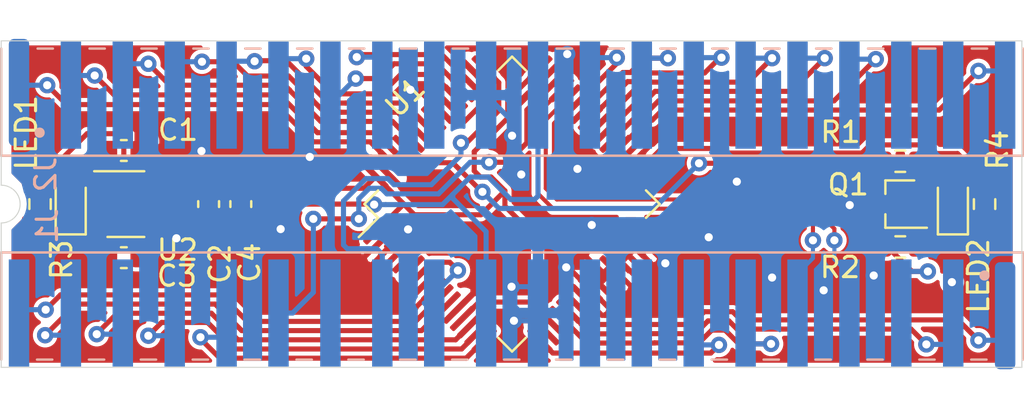
<source format=kicad_pcb>
(kicad_pcb (version 20171130) (host pcbnew "(5.1.9)-1")

  (general
    (thickness 1.6)
    (drawings 10)
    (tracks 589)
    (zones 0)
    (modules 15)
    (nets 51)
  )

  (page A4)
  (layers
    (0 F.Cu signal)
    (31 B.Cu signal)
    (32 B.Adhes user)
    (33 F.Adhes user)
    (34 B.Paste user)
    (35 F.Paste user)
    (36 B.SilkS user)
    (37 F.SilkS user)
    (38 B.Mask user)
    (39 F.Mask user)
    (40 Dwgs.User user)
    (41 Cmts.User user hide)
    (42 Eco1.User user)
    (43 Eco2.User user)
    (44 Edge.Cuts user)
    (45 Margin user)
    (46 B.CrtYd user)
    (47 F.CrtYd user)
    (48 B.Fab user hide)
    (49 F.Fab user hide)
  )

  (setup
    (last_trace_width 0.25)
    (trace_clearance 0.19)
    (zone_clearance 0.2)
    (zone_45_only no)
    (trace_min 0.2)
    (via_size 0.8)
    (via_drill 0.4)
    (via_min_size 0.4)
    (via_min_drill 0.3)
    (uvia_size 0.3)
    (uvia_drill 0.1)
    (uvias_allowed no)
    (uvia_min_size 0.2)
    (uvia_min_drill 0.1)
    (edge_width 0.05)
    (segment_width 0.2)
    (pcb_text_width 0.3)
    (pcb_text_size 1.5 1.5)
    (mod_edge_width 0.12)
    (mod_text_size 1 1)
    (mod_text_width 0.15)
    (pad_size 1.524 1.524)
    (pad_drill 0.762)
    (pad_to_mask_clearance 0)
    (aux_axis_origin 0 0)
    (visible_elements 7FFFFFFF)
    (pcbplotparams
      (layerselection 0x010fc_ffffffff)
      (usegerberextensions false)
      (usegerberattributes true)
      (usegerberadvancedattributes true)
      (creategerberjobfile true)
      (excludeedgelayer true)
      (linewidth 0.100000)
      (plotframeref false)
      (viasonmask false)
      (mode 1)
      (useauxorigin false)
      (hpglpennumber 1)
      (hpglpenspeed 20)
      (hpglpendiameter 15.000000)
      (psnegative false)
      (psa4output false)
      (plotreference true)
      (plotvalue true)
      (plotinvisibletext false)
      (padsonsilk false)
      (subtractmaskfromsilk false)
      (outputformat 1)
      (mirror false)
      (drillshape 0)
      (scaleselection 1)
      (outputdirectory "Release1CA2/"))
  )

  (net 0 "")
  (net 1 GND)
  (net 2 "Net-(C3-Pad1)")
  (net 3 +3_3v)
  (net 4 col1)
  (net 5 col0)
  (net 6 col3)
  (net 7 col2)
  (net 8 col5)
  (net 9 col4)
  (net 10 col7)
  (net 11 col6)
  (net 12 col9)
  (net 13 col8)
  (net 14 MOSI)
  (net 15 col10)
  (net 16 MISO)
  (net 17 col11)
  (net 18 SCK)
  (net 19 col12)
  (net 20 NC)
  (net 21 +5v)
  (net 22 OSC_IN_1)
  (net 23 row2)
  (net 24 OSC_IN_2)
  (net 25 row4)
  (net 26 col16)
  (net 27 row5)
  (net 28 col15)
  (net 29 row3)
  (net 30 row1)
  (net 31 row0)
  (net 32 boot)
  (net 33 sda)
  (net 34 col14)
  (net 35 scl)
  (net 36 col13)
  (net 37 col17)
  (net 38 "Net-(Q1-Pad1)")
  (net 39 "Net-(Q1-Pad3)")
  (net 40 n_boot)
  (net 41 USB_N)
  (net 42 USB_P)
  (net 43 "Net-(U1-Pad54)")
  (net 44 "Net-(LED1-Pad2)")
  (net 45 "Net-(LED2-Pad2)")
  (net 46 CAPS_LED)
  (net 47 Reset)
  (net 48 "Net-(U1-Pad56)")
  (net 49 "Net-(U1-Pad5)")
  (net 50 "Net-(U1-Pad6)")

  (net_class Default "This is the default net class."
    (clearance 0.19)
    (trace_width 0.25)
    (via_dia 0.8)
    (via_drill 0.4)
    (uvia_dia 0.3)
    (uvia_drill 0.1)
    (add_net +3_3v)
    (add_net +5v)
    (add_net CAPS_LED)
    (add_net GND)
    (add_net MISO)
    (add_net MOSI)
    (add_net NC)
    (add_net "Net-(C3-Pad1)")
    (add_net "Net-(LED1-Pad2)")
    (add_net "Net-(LED2-Pad2)")
    (add_net "Net-(Q1-Pad1)")
    (add_net "Net-(Q1-Pad3)")
    (add_net "Net-(U1-Pad5)")
    (add_net "Net-(U1-Pad54)")
    (add_net "Net-(U1-Pad56)")
    (add_net "Net-(U1-Pad6)")
    (add_net OSC_IN_1)
    (add_net OSC_IN_2)
    (add_net Reset)
    (add_net SCK)
    (add_net USB_N)
    (add_net USB_P)
    (add_net boot)
    (add_net col0)
    (add_net col1)
    (add_net col10)
    (add_net col11)
    (add_net col12)
    (add_net col13)
    (add_net col14)
    (add_net col15)
    (add_net col16)
    (add_net col17)
    (add_net col2)
    (add_net col3)
    (add_net col4)
    (add_net col5)
    (add_net col6)
    (add_net col7)
    (add_net col8)
    (add_net col9)
    (add_net n_boot)
    (add_net row0)
    (add_net row1)
    (add_net row2)
    (add_net row3)
    (add_net row4)
    (add_net row5)
    (add_net scl)
    (add_net sda)
  )

  (module STMega32Library:Header_20Pin_90DegTHT_asSMD (layer B.Cu) (tedit 6076AB18) (tstamp 6076D6CA)
    (at 150 107.62 90)
    (path /608A496D)
    (attr smd)
    (fp_text reference J1 (at 6.545 -22.75 270) (layer B.SilkS)
      (effects (font (size 1 1) (thickness 0.15)) (justify mirror))
    )
    (fp_text value Conn_01x20 (at 0 0.5 270) (layer B.Fab)
      (effects (font (size 1 1) (thickness 0.15)) (justify mirror))
    )
    (fp_circle (center 0 24.13) (end 0.51 24.13) (layer Dwgs.User) (width 0.12))
    (fp_circle (center 0 21.59) (end 0.51 21.59) (layer Dwgs.User) (width 0.12))
    (fp_circle (center 0 19.05) (end 0.51 19.05) (layer Dwgs.User) (width 0.12))
    (fp_circle (center 0 16.51) (end 0.51 16.51) (layer Dwgs.User) (width 0.12))
    (fp_circle (center 0 13.97) (end 0.51 13.97) (layer Dwgs.User) (width 0.12))
    (fp_circle (center 0 11.43) (end 0.51 11.43) (layer Dwgs.User) (width 0.12))
    (fp_circle (center 0 8.89) (end 0.51 8.89) (layer Dwgs.User) (width 0.12))
    (fp_circle (center 0 6.35) (end 0.51 6.35) (layer Dwgs.User) (width 0.12))
    (fp_circle (center 0 3.81) (end 0.51 3.81) (layer Dwgs.User) (width 0.12))
    (fp_circle (center 0 1.27) (end 0.51 1.27) (layer Dwgs.User) (width 0.12))
    (fp_circle (center 0 -1.27) (end 0.51 -1.27) (layer Dwgs.User) (width 0.12))
    (fp_circle (center 0 -3.81) (end 0.51 -3.81) (layer Dwgs.User) (width 0.12))
    (fp_circle (center 0 -6.35) (end 0.51 -6.35) (layer Dwgs.User) (width 0.12))
    (fp_circle (center 0 -8.89) (end 0.51 -8.89) (layer Dwgs.User) (width 0.12))
    (fp_circle (center 0 -11.43) (end 0.51 -11.43) (layer Dwgs.User) (width 0.12))
    (fp_circle (center 0 -13.97) (end 0.51 -13.97) (layer Dwgs.User) (width 0.12))
    (fp_circle (center 0 -16.51) (end 0.51 -16.51) (layer Dwgs.User) (width 0.12))
    (fp_circle (center 0 -19.05) (end 0.51 -19.05) (layer Dwgs.User) (width 0.12))
    (fp_circle (center 0 -21.59) (end 0.51 -21.59) (layer Dwgs.User) (width 0.12))
    (fp_circle (center 0 -24.13) (end 0.51 -24.13) (layer Dwgs.User) (width 0.12))
    (fp_line (start 0 24.13) (end 0 -24.13) (layer Dwgs.User) (width 0.12))
    (fp_circle (center 4.12 23.12) (end 4.245 23.12) (layer B.SilkS) (width 0.25))
    (fp_line (start 0 25) (end 5.25 25) (layer B.SilkS) (width 0.12))
    (fp_line (start 0 -25) (end 5.25 -25) (layer B.SilkS) (width 0.12))
    (fp_line (start 5.25 -25) (end 5.25 25) (layer B.SilkS) (width 0.12))
    (fp_line (start 0 -23.25) (end 0 -22.5) (layer B.SilkS) (width 0.12))
    (fp_line (start 0 -20.71) (end 0 -19.96) (layer B.SilkS) (width 0.12))
    (fp_line (start 0 -18.17) (end 0 -17.42) (layer B.SilkS) (width 0.12))
    (fp_line (start 0 -15.63) (end 0 -14.88) (layer B.SilkS) (width 0.12))
    (fp_line (start 0 -13.09) (end 0 -12.34) (layer B.SilkS) (width 0.12))
    (fp_line (start 0 -10.55) (end 0 -9.8) (layer B.SilkS) (width 0.12))
    (fp_line (start 0 -8.01) (end 0 -7.26) (layer B.SilkS) (width 0.12))
    (fp_line (start 0 -5.47) (end 0 -4.72) (layer B.SilkS) (width 0.12))
    (fp_line (start 0 -2.93) (end 0 -2.18) (layer B.SilkS) (width 0.12))
    (fp_line (start 0 -0.39) (end 0 0.36) (layer B.SilkS) (width 0.12))
    (fp_line (start 0 2.15) (end 0 2.9) (layer B.SilkS) (width 0.12))
    (fp_line (start 0 4.69) (end 0 5.44) (layer B.SilkS) (width 0.12))
    (fp_line (start 0 7.23) (end 0 7.98) (layer B.SilkS) (width 0.12))
    (fp_line (start 0 9.77) (end 0 10.52) (layer B.SilkS) (width 0.12))
    (fp_line (start 0 12.31) (end 0 13.06) (layer B.SilkS) (width 0.12))
    (fp_line (start 0 14.85) (end 0 15.6) (layer B.SilkS) (width 0.12))
    (fp_line (start 0 17.39) (end 0 18.14) (layer B.SilkS) (width 0.12))
    (fp_line (start 0 19.93) (end 0 20.68) (layer B.SilkS) (width 0.12))
    (fp_line (start 0 22.47) (end 0 23.22) (layer B.SilkS) (width 0.12))
    (pad 20 smd rect (at 2.2825 -24.13 90) (size 5.25 1) (layers B.Cu B.Paste B.Mask)
      (net 4 col1))
    (pad 17 smd rect (at 2.2825 -16.51 90) (size 5.25 1) (layers B.Cu B.Paste B.Mask)
      (net 10 col7))
    (pad 16 smd rect (at 2.2825 -13.97 90) (size 5.25 1) (layers B.Cu B.Paste B.Mask)
      (net 12 col9))
    (pad 19 smd rect (at 2.2825 -21.59 90) (size 5.25 1) (layers B.Cu B.Paste B.Mask)
      (net 6 col3))
    (pad 18 smd rect (at 2.2825 -19.05 90) (size 5.25 1) (layers B.Cu B.Paste B.Mask)
      (net 8 col5))
    (pad 15 smd rect (at 2.2825 -11.43 90) (size 5.25 1) (layers B.Cu B.Paste B.Mask)
      (net 14 MOSI))
    (pad 12 smd rect (at 2.2825 -3.81 90) (size 5.25 1) (layers B.Cu B.Paste B.Mask)
      (net 47 Reset))
    (pad 11 smd rect (at 2.2825 -1.27 90) (size 5.25 1) (layers B.Cu B.Paste B.Mask)
      (net 21 +5v))
    (pad 14 smd rect (at 2.2825 -8.89 90) (size 5.25 1) (layers B.Cu B.Paste B.Mask)
      (net 16 MISO))
    (pad 13 smd rect (at 2.2825 -6.35 90) (size 5.25 1) (layers B.Cu B.Paste B.Mask)
      (net 18 SCK))
    (pad 5 smd rect (at 2.2825 13.97 90) (size 5.25 1) (layers B.Cu B.Paste B.Mask)
      (net 42 USB_P))
    (pad 2 smd rect (at 2.2825 21.59 90) (size 5.25 1) (layers B.Cu B.Paste B.Mask)
      (net 34 col14))
    (pad 1 smd roundrect (at 2.15 24.13 90) (size 5.25 1) (layers B.Cu B.Paste B.Mask) (roundrect_rratio 0.25)
      (net 36 col13))
    (pad 4 smd rect (at 2.2825 16.51 90) (size 5.25 1) (layers B.Cu B.Paste B.Mask)
      (net 41 USB_N))
    (pad 3 smd rect (at 2.2825 19.05 90) (size 5.25 1) (layers B.Cu B.Paste B.Mask)
      (net 32 boot))
    (pad 6 smd rect (at 2.2825 11.43 90) (size 5.25 1) (layers B.Cu B.Paste B.Mask)
      (net 28 col15))
    (pad 7 smd rect (at 2.2825 8.89 90) (size 5.25 1) (layers B.Cu B.Paste B.Mask)
      (net 26 col16))
    (pad 8 smd rect (at 2.2825 6.35 90) (size 5.25 1) (layers B.Cu B.Paste B.Mask)
      (net 24 OSC_IN_2))
    (pad 9 smd rect (at 2.2825 3.81 90) (size 5.25 1) (layers B.Cu B.Paste B.Mask)
      (net 22 OSC_IN_1))
    (pad 10 smd rect (at 2.2825 1.27 90) (size 5.25 1) (layers B.Cu B.Paste B.Mask)
      (net 1 GND))
    (model C:/Users/thomas.rust/Documents/KiCADProjects/STMega32/Footprints/STMega32Library.pretty/PH1RB-20-UA.STEP
      (offset (xyz 0 24.125 3))
      (scale (xyz 1 1 1))
      (rotate (xyz -90 0 -90))
    )
  )

  (module Capacitor_SMD:C_0603_1608Metric (layer F.Cu) (tedit 5F68FEEE) (tstamp 608B107F)
    (at 131 97.375)
    (descr "Capacitor SMD 0603 (1608 Metric), square (rectangular) end terminal, IPC_7351 nominal, (Body size source: IPC-SM-782 page 76, https://www.pcb-3d.com/wordpress/wp-content/uploads/ipc-sm-782a_amendment_1_and_2.pdf), generated with kicad-footprint-generator")
    (tags capacitor)
    (path /6077C5D7)
    (attr smd)
    (fp_text reference C1 (at 2.65 -1) (layer F.SilkS)
      (effects (font (size 1 1) (thickness 0.15)))
    )
    (fp_text value 1uF (at 0 1.43) (layer F.Fab)
      (effects (font (size 1 1) (thickness 0.15)))
    )
    (fp_line (start 1.48 0.73) (end -1.48 0.73) (layer F.CrtYd) (width 0.05))
    (fp_line (start 1.48 -0.73) (end 1.48 0.73) (layer F.CrtYd) (width 0.05))
    (fp_line (start -1.48 -0.73) (end 1.48 -0.73) (layer F.CrtYd) (width 0.05))
    (fp_line (start -1.48 0.73) (end -1.48 -0.73) (layer F.CrtYd) (width 0.05))
    (fp_line (start -0.14058 0.51) (end 0.14058 0.51) (layer F.SilkS) (width 0.12))
    (fp_line (start -0.14058 -0.51) (end 0.14058 -0.51) (layer F.SilkS) (width 0.12))
    (fp_line (start 0.8 0.4) (end -0.8 0.4) (layer F.Fab) (width 0.1))
    (fp_line (start 0.8 -0.4) (end 0.8 0.4) (layer F.Fab) (width 0.1))
    (fp_line (start -0.8 -0.4) (end 0.8 -0.4) (layer F.Fab) (width 0.1))
    (fp_line (start -0.8 0.4) (end -0.8 -0.4) (layer F.Fab) (width 0.1))
    (fp_text user %R (at 0 0) (layer F.Fab)
      (effects (font (size 0.4 0.4) (thickness 0.06)))
    )
    (pad 1 smd roundrect (at -0.775 0) (size 0.9 0.95) (layers F.Cu F.Paste F.Mask) (roundrect_rratio 0.25)
      (net 21 +5v))
    (pad 2 smd roundrect (at 0.775 0) (size 0.9 0.95) (layers F.Cu F.Paste F.Mask) (roundrect_rratio 0.25)
      (net 1 GND))
    (model ${KISYS3DMOD}/Capacitor_SMD.3dshapes/C_0603_1608Metric.wrl
      (at (xyz 0 0 0))
      (scale (xyz 1 1 1))
      (rotate (xyz 0 0 0))
    )
  )

  (module Capacitor_SMD:C_0603_1608Metric (layer F.Cu) (tedit 5F68FEEE) (tstamp 6073592F)
    (at 135.15 100 270)
    (descr "Capacitor SMD 0603 (1608 Metric), square (rectangular) end terminal, IPC_7351 nominal, (Body size source: IPC-SM-782 page 76, https://www.pcb-3d.com/wordpress/wp-content/uploads/ipc-sm-782a_amendment_1_and_2.pdf), generated with kicad-footprint-generator")
    (tags capacitor)
    (path /6077D12D)
    (attr smd)
    (fp_text reference C2 (at 2.925 -0.55 90) (layer F.SilkS)
      (effects (font (size 1 1) (thickness 0.15)))
    )
    (fp_text value 10nF (at 0 1.43 90) (layer F.Fab)
      (effects (font (size 1 1) (thickness 0.15)))
    )
    (fp_line (start -0.8 0.4) (end -0.8 -0.4) (layer F.Fab) (width 0.1))
    (fp_line (start -0.8 -0.4) (end 0.8 -0.4) (layer F.Fab) (width 0.1))
    (fp_line (start 0.8 -0.4) (end 0.8 0.4) (layer F.Fab) (width 0.1))
    (fp_line (start 0.8 0.4) (end -0.8 0.4) (layer F.Fab) (width 0.1))
    (fp_line (start -0.14058 -0.51) (end 0.14058 -0.51) (layer F.SilkS) (width 0.12))
    (fp_line (start -0.14058 0.51) (end 0.14058 0.51) (layer F.SilkS) (width 0.12))
    (fp_line (start -1.48 0.73) (end -1.48 -0.73) (layer F.CrtYd) (width 0.05))
    (fp_line (start -1.48 -0.73) (end 1.48 -0.73) (layer F.CrtYd) (width 0.05))
    (fp_line (start 1.48 -0.73) (end 1.48 0.73) (layer F.CrtYd) (width 0.05))
    (fp_line (start 1.48 0.73) (end -1.48 0.73) (layer F.CrtYd) (width 0.05))
    (fp_text user %R (at 0 0 90) (layer F.Fab)
      (effects (font (size 0.4 0.4) (thickness 0.06)))
    )
    (pad 2 smd roundrect (at 0.775 0 270) (size 0.9 0.95) (layers F.Cu F.Paste F.Mask) (roundrect_rratio 0.25)
      (net 1 GND))
    (pad 1 smd roundrect (at -0.775 0 270) (size 0.9 0.95) (layers F.Cu F.Paste F.Mask) (roundrect_rratio 0.25)
      (net 21 +5v))
    (model ${KISYS3DMOD}/Capacitor_SMD.3dshapes/C_0603_1608Metric.wrl
      (at (xyz 0 0 0))
      (scale (xyz 1 1 1))
      (rotate (xyz 0 0 0))
    )
  )

  (module Capacitor_SMD:C_0603_1608Metric (layer F.Cu) (tedit 5F68FEEE) (tstamp 60735940)
    (at 131 102.625 180)
    (descr "Capacitor SMD 0603 (1608 Metric), square (rectangular) end terminal, IPC_7351 nominal, (Body size source: IPC-SM-782 page 76, https://www.pcb-3d.com/wordpress/wp-content/uploads/ipc-sm-782a_amendment_1_and_2.pdf), generated with kicad-footprint-generator")
    (tags capacitor)
    (path /6077D2D3)
    (attr smd)
    (fp_text reference C3 (at -2.6 -0.9) (layer F.SilkS)
      (effects (font (size 1 1) (thickness 0.15)))
    )
    (fp_text value 10nF (at 0 1.43) (layer F.Fab)
      (effects (font (size 1 1) (thickness 0.15)))
    )
    (fp_line (start 1.48 0.73) (end -1.48 0.73) (layer F.CrtYd) (width 0.05))
    (fp_line (start 1.48 -0.73) (end 1.48 0.73) (layer F.CrtYd) (width 0.05))
    (fp_line (start -1.48 -0.73) (end 1.48 -0.73) (layer F.CrtYd) (width 0.05))
    (fp_line (start -1.48 0.73) (end -1.48 -0.73) (layer F.CrtYd) (width 0.05))
    (fp_line (start -0.14058 0.51) (end 0.14058 0.51) (layer F.SilkS) (width 0.12))
    (fp_line (start -0.14058 -0.51) (end 0.14058 -0.51) (layer F.SilkS) (width 0.12))
    (fp_line (start 0.8 0.4) (end -0.8 0.4) (layer F.Fab) (width 0.1))
    (fp_line (start 0.8 -0.4) (end 0.8 0.4) (layer F.Fab) (width 0.1))
    (fp_line (start -0.8 -0.4) (end 0.8 -0.4) (layer F.Fab) (width 0.1))
    (fp_line (start -0.8 0.4) (end -0.8 -0.4) (layer F.Fab) (width 0.1))
    (fp_text user %R (at 0 0) (layer F.Fab)
      (effects (font (size 0.4 0.4) (thickness 0.06)))
    )
    (pad 1 smd roundrect (at -0.775 0 180) (size 0.9 0.95) (layers F.Cu F.Paste F.Mask) (roundrect_rratio 0.25)
      (net 2 "Net-(C3-Pad1)"))
    (pad 2 smd roundrect (at 0.775 0 180) (size 0.9 0.95) (layers F.Cu F.Paste F.Mask) (roundrect_rratio 0.25)
      (net 1 GND))
    (model ${KISYS3DMOD}/Capacitor_SMD.3dshapes/C_0603_1608Metric.wrl
      (at (xyz 0 0 0))
      (scale (xyz 1 1 1))
      (rotate (xyz 0 0 0))
    )
  )

  (module Capacitor_SMD:C_0603_1608Metric (layer F.Cu) (tedit 5F68FEEE) (tstamp 60735951)
    (at 136.725 100 270)
    (descr "Capacitor SMD 0603 (1608 Metric), square (rectangular) end terminal, IPC_7351 nominal, (Body size source: IPC-SM-782 page 76, https://www.pcb-3d.com/wordpress/wp-content/uploads/ipc-sm-782a_amendment_1_and_2.pdf), generated with kicad-footprint-generator")
    (tags capacitor)
    (path /6077D8D7)
    (attr smd)
    (fp_text reference C4 (at 2.875 -0.425 90) (layer F.SilkS)
      (effects (font (size 1 1) (thickness 0.15)))
    )
    (fp_text value 1uF (at 0 1.43 90) (layer F.Fab)
      (effects (font (size 1 1) (thickness 0.15)))
    )
    (fp_line (start -0.8 0.4) (end -0.8 -0.4) (layer F.Fab) (width 0.1))
    (fp_line (start -0.8 -0.4) (end 0.8 -0.4) (layer F.Fab) (width 0.1))
    (fp_line (start 0.8 -0.4) (end 0.8 0.4) (layer F.Fab) (width 0.1))
    (fp_line (start 0.8 0.4) (end -0.8 0.4) (layer F.Fab) (width 0.1))
    (fp_line (start -0.14058 -0.51) (end 0.14058 -0.51) (layer F.SilkS) (width 0.12))
    (fp_line (start -0.14058 0.51) (end 0.14058 0.51) (layer F.SilkS) (width 0.12))
    (fp_line (start -1.48 0.73) (end -1.48 -0.73) (layer F.CrtYd) (width 0.05))
    (fp_line (start -1.48 -0.73) (end 1.48 -0.73) (layer F.CrtYd) (width 0.05))
    (fp_line (start 1.48 -0.73) (end 1.48 0.73) (layer F.CrtYd) (width 0.05))
    (fp_line (start 1.48 0.73) (end -1.48 0.73) (layer F.CrtYd) (width 0.05))
    (fp_text user %R (at 0 0 90) (layer F.Fab)
      (effects (font (size 0.4 0.4) (thickness 0.06)))
    )
    (pad 2 smd roundrect (at 0.775 0 270) (size 0.9 0.95) (layers F.Cu F.Paste F.Mask) (roundrect_rratio 0.25)
      (net 1 GND))
    (pad 1 smd roundrect (at -0.775 0 270) (size 0.9 0.95) (layers F.Cu F.Paste F.Mask) (roundrect_rratio 0.25)
      (net 3 +3_3v))
    (model ${KISYS3DMOD}/Capacitor_SMD.3dshapes/C_0603_1608Metric.wrl
      (at (xyz 0 0 0))
      (scale (xyz 1 1 1))
      (rotate (xyz 0 0 0))
    )
  )

  (module Package_TO_SOT_SMD:SOT-323_SC-70 (layer F.Cu) (tedit 5A02FF57) (tstamp 608B1002)
    (at 169 100 180)
    (descr "SOT-323, SC-70")
    (tags "SOT-323 SC-70")
    (path /607390AC)
    (attr smd)
    (fp_text reference Q1 (at 2.55 0.95) (layer F.SilkS)
      (effects (font (size 1 1) (thickness 0.15)))
    )
    (fp_text value 2SC4213 (at -0.05 2.05) (layer F.Fab)
      (effects (font (size 1 1) (thickness 0.15)))
    )
    (fp_line (start -0.18 -1.1) (end -0.68 -0.6) (layer F.Fab) (width 0.1))
    (fp_line (start 0.67 1.1) (end -0.68 1.1) (layer F.Fab) (width 0.1))
    (fp_line (start 0.67 -1.1) (end 0.67 1.1) (layer F.Fab) (width 0.1))
    (fp_line (start -0.68 -0.6) (end -0.68 1.1) (layer F.Fab) (width 0.1))
    (fp_line (start 0.67 -1.1) (end -0.18 -1.1) (layer F.Fab) (width 0.1))
    (fp_line (start -0.68 1.16) (end 0.73 1.16) (layer F.SilkS) (width 0.12))
    (fp_line (start 0.73 -1.16) (end -1.3 -1.16) (layer F.SilkS) (width 0.12))
    (fp_line (start -1.7 1.3) (end -1.7 -1.3) (layer F.CrtYd) (width 0.05))
    (fp_line (start -1.7 -1.3) (end 1.7 -1.3) (layer F.CrtYd) (width 0.05))
    (fp_line (start 1.7 -1.3) (end 1.7 1.3) (layer F.CrtYd) (width 0.05))
    (fp_line (start 1.7 1.3) (end -1.7 1.3) (layer F.CrtYd) (width 0.05))
    (fp_line (start 0.73 -1.16) (end 0.73 -0.5) (layer F.SilkS) (width 0.12))
    (fp_line (start 0.73 0.5) (end 0.73 1.16) (layer F.SilkS) (width 0.12))
    (fp_text user %R (at 0 -0.165001 90) (layer F.Fab)
      (effects (font (size 0.5 0.5) (thickness 0.075)))
    )
    (pad 1 smd rect (at -1 -0.65 90) (size 0.45 0.7) (layers F.Cu F.Paste F.Mask)
      (net 38 "Net-(Q1-Pad1)"))
    (pad 2 smd rect (at -1 0.65 90) (size 0.45 0.7) (layers F.Cu F.Paste F.Mask)
      (net 1 GND))
    (pad 3 smd rect (at 1 0 90) (size 0.45 0.7) (layers F.Cu F.Paste F.Mask)
      (net 39 "Net-(Q1-Pad3)"))
    (model ${KISYS3DMOD}/Package_TO_SOT_SMD.3dshapes/SOT-323_SC-70.wrl
      (at (xyz 0 0 0))
      (scale (xyz 1 1 1))
      (rotate (xyz 0 0 0))
    )
  )

  (module Resistor_SMD:R_0603_1608Metric (layer F.Cu) (tedit 5F68FEEE) (tstamp 607359C6)
    (at 169 97.9 180)
    (descr "Resistor SMD 0603 (1608 Metric), square (rectangular) end terminal, IPC_7351 nominal, (Body size source: IPC-SM-782 page 72, https://www.pcb-3d.com/wordpress/wp-content/uploads/ipc-sm-782a_amendment_1_and_2.pdf), generated with kicad-footprint-generator")
    (tags resistor)
    (path /6074D345)
    (attr smd)
    (fp_text reference R1 (at 2.925 1.425) (layer F.SilkS)
      (effects (font (size 1 1) (thickness 0.15)))
    )
    (fp_text value 4k (at 0 1.43) (layer F.Fab)
      (effects (font (size 1 1) (thickness 0.15)))
    )
    (fp_line (start -0.8 0.4125) (end -0.8 -0.4125) (layer F.Fab) (width 0.1))
    (fp_line (start -0.8 -0.4125) (end 0.8 -0.4125) (layer F.Fab) (width 0.1))
    (fp_line (start 0.8 -0.4125) (end 0.8 0.4125) (layer F.Fab) (width 0.1))
    (fp_line (start 0.8 0.4125) (end -0.8 0.4125) (layer F.Fab) (width 0.1))
    (fp_line (start -0.237258 -0.5225) (end 0.237258 -0.5225) (layer F.SilkS) (width 0.12))
    (fp_line (start -0.237258 0.5225) (end 0.237258 0.5225) (layer F.SilkS) (width 0.12))
    (fp_line (start -1.48 0.73) (end -1.48 -0.73) (layer F.CrtYd) (width 0.05))
    (fp_line (start -1.48 -0.73) (end 1.48 -0.73) (layer F.CrtYd) (width 0.05))
    (fp_line (start 1.48 -0.73) (end 1.48 0.73) (layer F.CrtYd) (width 0.05))
    (fp_line (start 1.48 0.73) (end -1.48 0.73) (layer F.CrtYd) (width 0.05))
    (fp_text user %R (at 0 0) (layer F.Fab)
      (effects (font (size 0.4 0.4) (thickness 0.06)))
    )
    (pad 2 smd roundrect (at 0.825 0 180) (size 0.8 0.95) (layers F.Cu F.Paste F.Mask) (roundrect_rratio 0.25)
      (net 40 n_boot))
    (pad 1 smd roundrect (at -0.825 0 180) (size 0.8 0.95) (layers F.Cu F.Paste F.Mask) (roundrect_rratio 0.25)
      (net 39 "Net-(Q1-Pad3)"))
    (model ${KISYS3DMOD}/Resistor_SMD.3dshapes/R_0603_1608Metric.wrl
      (at (xyz 0 0 0))
      (scale (xyz 1 1 1))
      (rotate (xyz 0 0 0))
    )
  )

  (module Resistor_SMD:R_0603_1608Metric (layer F.Cu) (tedit 5F68FEEE) (tstamp 608B0FA5)
    (at 169 102.1)
    (descr "Resistor SMD 0603 (1608 Metric), square (rectangular) end terminal, IPC_7351 nominal, (Body size source: IPC-SM-782 page 72, https://www.pcb-3d.com/wordpress/wp-content/uploads/ipc-sm-782a_amendment_1_and_2.pdf), generated with kicad-footprint-generator")
    (tags resistor)
    (path /60743A10)
    (attr smd)
    (fp_text reference R2 (at -2.95 1) (layer F.SilkS)
      (effects (font (size 1 1) (thickness 0.15)))
    )
    (fp_text value 4k (at 0 1.43) (layer F.Fab)
      (effects (font (size 1 1) (thickness 0.15)))
    )
    (fp_line (start 1.48 0.73) (end -1.48 0.73) (layer F.CrtYd) (width 0.05))
    (fp_line (start 1.48 -0.73) (end 1.48 0.73) (layer F.CrtYd) (width 0.05))
    (fp_line (start -1.48 -0.73) (end 1.48 -0.73) (layer F.CrtYd) (width 0.05))
    (fp_line (start -1.48 0.73) (end -1.48 -0.73) (layer F.CrtYd) (width 0.05))
    (fp_line (start -0.237258 0.5225) (end 0.237258 0.5225) (layer F.SilkS) (width 0.12))
    (fp_line (start -0.237258 -0.5225) (end 0.237258 -0.5225) (layer F.SilkS) (width 0.12))
    (fp_line (start 0.8 0.4125) (end -0.8 0.4125) (layer F.Fab) (width 0.1))
    (fp_line (start 0.8 -0.4125) (end 0.8 0.4125) (layer F.Fab) (width 0.1))
    (fp_line (start -0.8 -0.4125) (end 0.8 -0.4125) (layer F.Fab) (width 0.1))
    (fp_line (start -0.8 0.4125) (end -0.8 -0.4125) (layer F.Fab) (width 0.1))
    (fp_text user %R (at 0 0) (layer F.Fab)
      (effects (font (size 0.4 0.4) (thickness 0.06)))
    )
    (pad 1 smd roundrect (at -0.825 0) (size 0.8 0.95) (layers F.Cu F.Paste F.Mask) (roundrect_rratio 0.25)
      (net 32 boot))
    (pad 2 smd roundrect (at 0.825 0) (size 0.8 0.95) (layers F.Cu F.Paste F.Mask) (roundrect_rratio 0.25)
      (net 38 "Net-(Q1-Pad1)"))
    (model ${KISYS3DMOD}/Resistor_SMD.3dshapes/R_0603_1608Metric.wrl
      (at (xyz 0 0 0))
      (scale (xyz 1 1 1))
      (rotate (xyz 0 0 0))
    )
  )

  (module Package_TO_SOT_SMD:SOT-23-5 (layer F.Cu) (tedit 5A02FF57) (tstamp 607405D4)
    (at 131.1 100)
    (descr "5-pin SOT23 package")
    (tags SOT-23-5)
    (path /60775CAE)
    (attr smd)
    (fp_text reference U2 (at 2.525 2.25) (layer F.SilkS)
      (effects (font (size 1 1) (thickness 0.15)))
    )
    (fp_text value LD3985M33R_SOT23 (at 0 2.9) (layer F.Fab)
      (effects (font (size 1 1) (thickness 0.15)))
    )
    (fp_line (start 0.9 -1.55) (end 0.9 1.55) (layer F.Fab) (width 0.1))
    (fp_line (start 0.9 1.55) (end -0.9 1.55) (layer F.Fab) (width 0.1))
    (fp_line (start -0.9 -0.9) (end -0.9 1.55) (layer F.Fab) (width 0.1))
    (fp_line (start 0.9 -1.55) (end -0.25 -1.55) (layer F.Fab) (width 0.1))
    (fp_line (start -0.9 -0.9) (end -0.25 -1.55) (layer F.Fab) (width 0.1))
    (fp_line (start -1.9 1.8) (end -1.9 -1.8) (layer F.CrtYd) (width 0.05))
    (fp_line (start 1.9 1.8) (end -1.9 1.8) (layer F.CrtYd) (width 0.05))
    (fp_line (start 1.9 -1.8) (end 1.9 1.8) (layer F.CrtYd) (width 0.05))
    (fp_line (start -1.9 -1.8) (end 1.9 -1.8) (layer F.CrtYd) (width 0.05))
    (fp_line (start 0.9 -1.61) (end -1.55 -1.61) (layer F.SilkS) (width 0.12))
    (fp_line (start -0.9 1.61) (end 0.9 1.61) (layer F.SilkS) (width 0.12))
    (fp_text user %R (at 0 0 90) (layer F.Fab)
      (effects (font (size 0.5 0.5) (thickness 0.075)))
    )
    (pad 1 smd rect (at -1.1 -0.95) (size 1.06 0.65) (layers F.Cu F.Paste F.Mask)
      (net 21 +5v))
    (pad 2 smd rect (at -1.1 0) (size 1.06 0.65) (layers F.Cu F.Paste F.Mask)
      (net 1 GND))
    (pad 3 smd rect (at -1.1 0.95) (size 1.06 0.65) (layers F.Cu F.Paste F.Mask)
      (net 21 +5v))
    (pad 4 smd rect (at 1.1 0.95) (size 1.06 0.65) (layers F.Cu F.Paste F.Mask)
      (net 2 "Net-(C3-Pad1)"))
    (pad 5 smd rect (at 1.1 -0.95) (size 1.06 0.65) (layers F.Cu F.Paste F.Mask)
      (net 3 +3_3v))
    (model ${KISYS3DMOD}/Package_TO_SOT_SMD.3dshapes/SOT-23-5.wrl
      (at (xyz 0 0 0))
      (scale (xyz 1 1 1))
      (rotate (xyz 0 0 0))
    )
  )

  (module LED_SMD:LED_0603_1608Metric (layer F.Cu) (tedit 5F68FEF1) (tstamp 6076C329)
    (at 128.4 100 90)
    (descr "LED SMD 0603 (1608 Metric), square (rectangular) end terminal, IPC_7351 nominal, (Body size source: http://www.tortai-tech.com/upload/download/2011102023233369053.pdf), generated with kicad-footprint-generator")
    (tags LED)
    (path /60772499)
    (attr smd)
    (fp_text reference LED1 (at 3.5 -2.175 90) (layer F.SilkS)
      (effects (font (size 1 1) (thickness 0.15)))
    )
    (fp_text value LED_ALT (at 0 1.43 90) (layer F.Fab)
      (effects (font (size 1 1) (thickness 0.15)))
    )
    (fp_line (start 1.48 0.73) (end -1.48 0.73) (layer F.CrtYd) (width 0.05))
    (fp_line (start 1.48 -0.73) (end 1.48 0.73) (layer F.CrtYd) (width 0.05))
    (fp_line (start -1.48 -0.73) (end 1.48 -0.73) (layer F.CrtYd) (width 0.05))
    (fp_line (start -1.48 0.73) (end -1.48 -0.73) (layer F.CrtYd) (width 0.05))
    (fp_line (start -1.485 0.735) (end 0.8 0.735) (layer F.SilkS) (width 0.12))
    (fp_line (start -1.485 -0.735) (end -1.485 0.735) (layer F.SilkS) (width 0.12))
    (fp_line (start 0.8 -0.735) (end -1.485 -0.735) (layer F.SilkS) (width 0.12))
    (fp_line (start 0.8 0.4) (end 0.8 -0.4) (layer F.Fab) (width 0.1))
    (fp_line (start -0.8 0.4) (end 0.8 0.4) (layer F.Fab) (width 0.1))
    (fp_line (start -0.8 -0.1) (end -0.8 0.4) (layer F.Fab) (width 0.1))
    (fp_line (start -0.5 -0.4) (end -0.8 -0.1) (layer F.Fab) (width 0.1))
    (fp_line (start 0.8 -0.4) (end -0.5 -0.4) (layer F.Fab) (width 0.1))
    (fp_text user %R (at 0 0 90) (layer F.Fab)
      (effects (font (size 0.4 0.4) (thickness 0.06)))
    )
    (pad 1 smd roundrect (at -0.7875 0 90) (size 0.875 0.95) (layers F.Cu F.Paste F.Mask) (roundrect_rratio 0.25)
      (net 1 GND))
    (pad 2 smd roundrect (at 0.7875 0 90) (size 0.875 0.95) (layers F.Cu F.Paste F.Mask) (roundrect_rratio 0.25)
      (net 44 "Net-(LED1-Pad2)"))
    (model ${KISYS3DMOD}/LED_SMD.3dshapes/LED_0603_1608Metric.wrl
      (at (xyz 0 0 0))
      (scale (xyz 1 1 1))
      (rotate (xyz 0 0 0))
    )
  )

  (module LED_SMD:LED_0603_1608Metric (layer F.Cu) (tedit 5F68FEF1) (tstamp 6076C33C)
    (at 171.575 100 90)
    (descr "LED SMD 0603 (1608 Metric), square (rectangular) end terminal, IPC_7351 nominal, (Body size source: http://www.tortai-tech.com/upload/download/2011102023233369053.pdf), generated with kicad-footprint-generator")
    (tags LED)
    (path /60784CFA)
    (attr smd)
    (fp_text reference LED2 (at -3.525 1.25 90) (layer F.SilkS)
      (effects (font (size 1 1) (thickness 0.15)))
    )
    (fp_text value LED_ALT (at 0 1.43 90) (layer F.Fab)
      (effects (font (size 1 1) (thickness 0.15)))
    )
    (fp_line (start 0.8 -0.4) (end -0.5 -0.4) (layer F.Fab) (width 0.1))
    (fp_line (start -0.5 -0.4) (end -0.8 -0.1) (layer F.Fab) (width 0.1))
    (fp_line (start -0.8 -0.1) (end -0.8 0.4) (layer F.Fab) (width 0.1))
    (fp_line (start -0.8 0.4) (end 0.8 0.4) (layer F.Fab) (width 0.1))
    (fp_line (start 0.8 0.4) (end 0.8 -0.4) (layer F.Fab) (width 0.1))
    (fp_line (start 0.8 -0.735) (end -1.485 -0.735) (layer F.SilkS) (width 0.12))
    (fp_line (start -1.485 -0.735) (end -1.485 0.735) (layer F.SilkS) (width 0.12))
    (fp_line (start -1.485 0.735) (end 0.8 0.735) (layer F.SilkS) (width 0.12))
    (fp_line (start -1.48 0.73) (end -1.48 -0.73) (layer F.CrtYd) (width 0.05))
    (fp_line (start -1.48 -0.73) (end 1.48 -0.73) (layer F.CrtYd) (width 0.05))
    (fp_line (start 1.48 -0.73) (end 1.48 0.73) (layer F.CrtYd) (width 0.05))
    (fp_line (start 1.48 0.73) (end -1.48 0.73) (layer F.CrtYd) (width 0.05))
    (fp_text user %R (at 0 0 90) (layer F.Fab)
      (effects (font (size 0.4 0.4) (thickness 0.06)))
    )
    (pad 2 smd roundrect (at 0.7875 0 90) (size 0.875 0.95) (layers F.Cu F.Paste F.Mask) (roundrect_rratio 0.25)
      (net 45 "Net-(LED2-Pad2)"))
    (pad 1 smd roundrect (at -0.7875 0 90) (size 0.875 0.95) (layers F.Cu F.Paste F.Mask) (roundrect_rratio 0.25)
      (net 1 GND))
    (model ${KISYS3DMOD}/LED_SMD.3dshapes/LED_0603_1608Metric.wrl
      (at (xyz 0 0 0))
      (scale (xyz 1 1 1))
      (rotate (xyz 0 0 0))
    )
  )

  (module Resistor_SMD:R_0603_1608Metric (layer F.Cu) (tedit 5F68FEEE) (tstamp 6076C34D)
    (at 126.9 100 270)
    (descr "Resistor SMD 0603 (1608 Metric), square (rectangular) end terminal, IPC_7351 nominal, (Body size source: IPC-SM-782 page 72, https://www.pcb-3d.com/wordpress/wp-content/uploads/ipc-sm-782a_amendment_1_and_2.pdf), generated with kicad-footprint-generator")
    (tags resistor)
    (path /60772C0D)
    (attr smd)
    (fp_text reference R3 (at 2.725 -1.05 90) (layer F.SilkS)
      (effects (font (size 1 1) (thickness 0.15)))
    )
    (fp_text value 560 (at 0 1.43 90) (layer F.Fab)
      (effects (font (size 1 1) (thickness 0.15)))
    )
    (fp_line (start 1.48 0.73) (end -1.48 0.73) (layer F.CrtYd) (width 0.05))
    (fp_line (start 1.48 -0.73) (end 1.48 0.73) (layer F.CrtYd) (width 0.05))
    (fp_line (start -1.48 -0.73) (end 1.48 -0.73) (layer F.CrtYd) (width 0.05))
    (fp_line (start -1.48 0.73) (end -1.48 -0.73) (layer F.CrtYd) (width 0.05))
    (fp_line (start -0.237258 0.5225) (end 0.237258 0.5225) (layer F.SilkS) (width 0.12))
    (fp_line (start -0.237258 -0.5225) (end 0.237258 -0.5225) (layer F.SilkS) (width 0.12))
    (fp_line (start 0.8 0.4125) (end -0.8 0.4125) (layer F.Fab) (width 0.1))
    (fp_line (start 0.8 -0.4125) (end 0.8 0.4125) (layer F.Fab) (width 0.1))
    (fp_line (start -0.8 -0.4125) (end 0.8 -0.4125) (layer F.Fab) (width 0.1))
    (fp_line (start -0.8 0.4125) (end -0.8 -0.4125) (layer F.Fab) (width 0.1))
    (fp_text user %R (at 0 0 90) (layer F.Fab)
      (effects (font (size 0.4 0.4) (thickness 0.06)))
    )
    (pad 1 smd roundrect (at -0.825 0 270) (size 0.8 0.95) (layers F.Cu F.Paste F.Mask) (roundrect_rratio 0.25)
      (net 3 +3_3v))
    (pad 2 smd roundrect (at 0.825 0 270) (size 0.8 0.95) (layers F.Cu F.Paste F.Mask) (roundrect_rratio 0.25)
      (net 44 "Net-(LED1-Pad2)"))
    (model ${KISYS3DMOD}/Resistor_SMD.3dshapes/R_0603_1608Metric.wrl
      (at (xyz 0 0 0))
      (scale (xyz 1 1 1))
      (rotate (xyz 0 0 0))
    )
  )

  (module Resistor_SMD:R_0603_1608Metric (layer F.Cu) (tedit 5F68FEEE) (tstamp 6076C4FB)
    (at 173.125 100 270)
    (descr "Resistor SMD 0603 (1608 Metric), square (rectangular) end terminal, IPC_7351 nominal, (Body size source: IPC-SM-782 page 72, https://www.pcb-3d.com/wordpress/wp-content/uploads/ipc-sm-782a_amendment_1_and_2.pdf), generated with kicad-footprint-generator")
    (tags resistor)
    (path /60784D00)
    (attr smd)
    (fp_text reference R4 (at -2.65 -0.625 90) (layer F.SilkS)
      (effects (font (size 1 1) (thickness 0.15)))
    )
    (fp_text value 560 (at 0 1.43 90) (layer F.Fab)
      (effects (font (size 1 1) (thickness 0.15)))
    )
    (fp_line (start -0.8 0.4125) (end -0.8 -0.4125) (layer F.Fab) (width 0.1))
    (fp_line (start -0.8 -0.4125) (end 0.8 -0.4125) (layer F.Fab) (width 0.1))
    (fp_line (start 0.8 -0.4125) (end 0.8 0.4125) (layer F.Fab) (width 0.1))
    (fp_line (start 0.8 0.4125) (end -0.8 0.4125) (layer F.Fab) (width 0.1))
    (fp_line (start -0.237258 -0.5225) (end 0.237258 -0.5225) (layer F.SilkS) (width 0.12))
    (fp_line (start -0.237258 0.5225) (end 0.237258 0.5225) (layer F.SilkS) (width 0.12))
    (fp_line (start -1.48 0.73) (end -1.48 -0.73) (layer F.CrtYd) (width 0.05))
    (fp_line (start -1.48 -0.73) (end 1.48 -0.73) (layer F.CrtYd) (width 0.05))
    (fp_line (start 1.48 -0.73) (end 1.48 0.73) (layer F.CrtYd) (width 0.05))
    (fp_line (start 1.48 0.73) (end -1.48 0.73) (layer F.CrtYd) (width 0.05))
    (fp_text user %R (at 0 0 90) (layer F.Fab)
      (effects (font (size 0.4 0.4) (thickness 0.06)))
    )
    (pad 2 smd roundrect (at 0.825 0 270) (size 0.8 0.95) (layers F.Cu F.Paste F.Mask) (roundrect_rratio 0.25)
      (net 45 "Net-(LED2-Pad2)"))
    (pad 1 smd roundrect (at -0.825 0 270) (size 0.8 0.95) (layers F.Cu F.Paste F.Mask) (roundrect_rratio 0.25)
      (net 46 CAPS_LED))
    (model ${KISYS3DMOD}/Resistor_SMD.3dshapes/R_0603_1608Metric.wrl
      (at (xyz 0 0 0))
      (scale (xyz 1 1 1))
      (rotate (xyz 0 0 0))
    )
  )

  (module STMega32Library:Header_20Pin_90DegTHT_asSMD (layer B.Cu) (tedit 6076AB18) (tstamp 6076CCC4)
    (at 150 92.38 270)
    (path /608A62FF)
    (attr smd)
    (fp_text reference J2 (at 6.17 22.825 90) (layer B.SilkS)
      (effects (font (size 1 1) (thickness 0.15)) (justify mirror))
    )
    (fp_text value Conn_01x20 (at 0 0.5 270) (layer B.Fab)
      (effects (font (size 1 1) (thickness 0.15)) (justify mirror))
    )
    (fp_line (start 0 22.47) (end 0 23.22) (layer B.SilkS) (width 0.12))
    (fp_line (start 0 19.93) (end 0 20.68) (layer B.SilkS) (width 0.12))
    (fp_line (start 0 17.39) (end 0 18.14) (layer B.SilkS) (width 0.12))
    (fp_line (start 0 14.85) (end 0 15.6) (layer B.SilkS) (width 0.12))
    (fp_line (start 0 12.31) (end 0 13.06) (layer B.SilkS) (width 0.12))
    (fp_line (start 0 9.77) (end 0 10.52) (layer B.SilkS) (width 0.12))
    (fp_line (start 0 7.23) (end 0 7.98) (layer B.SilkS) (width 0.12))
    (fp_line (start 0 4.69) (end 0 5.44) (layer B.SilkS) (width 0.12))
    (fp_line (start 0 2.15) (end 0 2.9) (layer B.SilkS) (width 0.12))
    (fp_line (start 0 -0.39) (end 0 0.36) (layer B.SilkS) (width 0.12))
    (fp_line (start 0 -2.93) (end 0 -2.18) (layer B.SilkS) (width 0.12))
    (fp_line (start 0 -5.47) (end 0 -4.72) (layer B.SilkS) (width 0.12))
    (fp_line (start 0 -8.01) (end 0 -7.26) (layer B.SilkS) (width 0.12))
    (fp_line (start 0 -10.55) (end 0 -9.8) (layer B.SilkS) (width 0.12))
    (fp_line (start 0 -13.09) (end 0 -12.34) (layer B.SilkS) (width 0.12))
    (fp_line (start 0 -15.63) (end 0 -14.88) (layer B.SilkS) (width 0.12))
    (fp_line (start 0 -18.17) (end 0 -17.42) (layer B.SilkS) (width 0.12))
    (fp_line (start 0 -20.71) (end 0 -19.96) (layer B.SilkS) (width 0.12))
    (fp_line (start 0 -23.25) (end 0 -22.5) (layer B.SilkS) (width 0.12))
    (fp_line (start 5.25 -25) (end 5.25 25) (layer B.SilkS) (width 0.12))
    (fp_line (start 0 -25) (end 5.25 -25) (layer B.SilkS) (width 0.12))
    (fp_line (start 0 25) (end 5.25 25) (layer B.SilkS) (width 0.12))
    (fp_circle (center 4.12 23.12) (end 4.245 23.12) (layer B.SilkS) (width 0.25))
    (fp_line (start 0 24.13) (end 0 -24.13) (layer Dwgs.User) (width 0.12))
    (fp_circle (center 0 -24.13) (end 0.51 -24.13) (layer Dwgs.User) (width 0.12))
    (fp_circle (center 0 -21.59) (end 0.51 -21.59) (layer Dwgs.User) (width 0.12))
    (fp_circle (center 0 -19.05) (end 0.51 -19.05) (layer Dwgs.User) (width 0.12))
    (fp_circle (center 0 -16.51) (end 0.51 -16.51) (layer Dwgs.User) (width 0.12))
    (fp_circle (center 0 -13.97) (end 0.51 -13.97) (layer Dwgs.User) (width 0.12))
    (fp_circle (center 0 -11.43) (end 0.51 -11.43) (layer Dwgs.User) (width 0.12))
    (fp_circle (center 0 -8.89) (end 0.51 -8.89) (layer Dwgs.User) (width 0.12))
    (fp_circle (center 0 -6.35) (end 0.51 -6.35) (layer Dwgs.User) (width 0.12))
    (fp_circle (center 0 -3.81) (end 0.51 -3.81) (layer Dwgs.User) (width 0.12))
    (fp_circle (center 0 -1.27) (end 0.51 -1.27) (layer Dwgs.User) (width 0.12))
    (fp_circle (center 0 1.27) (end 0.51 1.27) (layer Dwgs.User) (width 0.12))
    (fp_circle (center 0 3.81) (end 0.51 3.81) (layer Dwgs.User) (width 0.12))
    (fp_circle (center 0 6.35) (end 0.51 6.35) (layer Dwgs.User) (width 0.12))
    (fp_circle (center 0 8.89) (end 0.51 8.89) (layer Dwgs.User) (width 0.12))
    (fp_circle (center 0 11.43) (end 0.51 11.43) (layer Dwgs.User) (width 0.12))
    (fp_circle (center 0 13.97) (end 0.51 13.97) (layer Dwgs.User) (width 0.12))
    (fp_circle (center 0 16.51) (end 0.51 16.51) (layer Dwgs.User) (width 0.12))
    (fp_circle (center 0 19.05) (end 0.51 19.05) (layer Dwgs.User) (width 0.12))
    (fp_circle (center 0 21.59) (end 0.51 21.59) (layer Dwgs.User) (width 0.12))
    (fp_circle (center 0 24.13) (end 0.51 24.13) (layer Dwgs.User) (width 0.12))
    (pad 10 smd rect (at 2.2825 1.27 270) (size 5.25 1) (layers B.Cu B.Paste B.Mask)
      (net 1 GND))
    (pad 9 smd rect (at 2.2825 3.81 270) (size 5.25 1) (layers B.Cu B.Paste B.Mask)
      (net 20 NC))
    (pad 8 smd rect (at 2.2825 6.35 270) (size 5.25 1) (layers B.Cu B.Paste B.Mask)
      (net 19 col12))
    (pad 7 smd rect (at 2.2825 8.89 270) (size 5.25 1) (layers B.Cu B.Paste B.Mask)
      (net 17 col11))
    (pad 6 smd rect (at 2.2825 11.43 270) (size 5.25 1) (layers B.Cu B.Paste B.Mask)
      (net 15 col10))
    (pad 3 smd rect (at 2.2825 19.05 270) (size 5.25 1) (layers B.Cu B.Paste B.Mask)
      (net 9 col4))
    (pad 4 smd rect (at 2.2825 16.51 270) (size 5.25 1) (layers B.Cu B.Paste B.Mask)
      (net 11 col6))
    (pad 1 smd roundrect (at 2.15 24.13 270) (size 5.25 1) (layers B.Cu B.Paste B.Mask) (roundrect_rratio 0.25)
      (net 5 col0))
    (pad 2 smd rect (at 2.2825 21.59 270) (size 5.25 1) (layers B.Cu B.Paste B.Mask)
      (net 7 col2))
    (pad 5 smd rect (at 2.2825 13.97 270) (size 5.25 1) (layers B.Cu B.Paste B.Mask)
      (net 13 col8))
    (pad 13 smd rect (at 2.2825 -6.35 270) (size 5.25 1) (layers B.Cu B.Paste B.Mask)
      (net 25 row4))
    (pad 14 smd rect (at 2.2825 -8.89 270) (size 5.25 1) (layers B.Cu B.Paste B.Mask)
      (net 27 row5))
    (pad 11 smd rect (at 2.2825 -1.27 270) (size 5.25 1) (layers B.Cu B.Paste B.Mask)
      (net 21 +5v))
    (pad 12 smd rect (at 2.2825 -3.81 270) (size 5.25 1) (layers B.Cu B.Paste B.Mask)
      (net 23 row2))
    (pad 15 smd rect (at 2.2825 -11.43 270) (size 5.25 1) (layers B.Cu B.Paste B.Mask)
      (net 29 row3))
    (pad 18 smd rect (at 2.2825 -19.05 270) (size 5.25 1) (layers B.Cu B.Paste B.Mask)
      (net 33 sda))
    (pad 19 smd rect (at 2.2825 -21.59 270) (size 5.25 1) (layers B.Cu B.Paste B.Mask)
      (net 35 scl))
    (pad 16 smd rect (at 2.2825 -13.97 270) (size 5.25 1) (layers B.Cu B.Paste B.Mask)
      (net 30 row1))
    (pad 17 smd rect (at 2.2825 -16.51 270) (size 5.25 1) (layers B.Cu B.Paste B.Mask)
      (net 31 row0))
    (pad 20 smd rect (at 2.2825 -24.13 270) (size 5.25 1) (layers B.Cu B.Paste B.Mask)
      (net 37 col17))
    (model C:/Users/thomas.rust/Documents/KiCADProjects/STMega32/Footprints/STMega32Library.pretty/PH1RB-20-UA.STEP
      (offset (xyz 0 24.125 3))
      (scale (xyz 1 1 1))
      (rotate (xyz -90 0 -90))
    )
  )

  (module Package_QFP:LQFP-64_10x10mm_P0.5mm (layer F.Cu) (tedit 5D9F72AF) (tstamp 6089929B)
    (at 150 100 45)
    (descr "LQFP, 64 Pin (https://www.analog.com/media/en/technical-documentation/data-sheets/ad7606_7606-6_7606-4.pdf), generated with kicad-footprint-generator ipc_gullwing_generator.py")
    (tags "LQFP QFP")
    (path /608A50E7)
    (attr smd)
    (fp_text reference U1 (at 0 -7.4 45) (layer F.SilkS)
      (effects (font (size 1 1) (thickness 0.15)))
    )
    (fp_text value STM32F072RBTx (at 0 7.4 45) (layer F.Fab)
      (effects (font (size 1 1) (thickness 0.15)))
    )
    (fp_line (start 6.7 4.15) (end 6.7 0) (layer F.CrtYd) (width 0.05))
    (fp_line (start 5.25 4.15) (end 6.7 4.15) (layer F.CrtYd) (width 0.05))
    (fp_line (start 5.25 5.25) (end 5.25 4.15) (layer F.CrtYd) (width 0.05))
    (fp_line (start 4.15 5.25) (end 5.25 5.25) (layer F.CrtYd) (width 0.05))
    (fp_line (start 4.15 6.7) (end 4.15 5.25) (layer F.CrtYd) (width 0.05))
    (fp_line (start 0 6.7) (end 4.15 6.7) (layer F.CrtYd) (width 0.05))
    (fp_line (start -6.7 4.15) (end -6.7 0) (layer F.CrtYd) (width 0.05))
    (fp_line (start -5.25 4.15) (end -6.7 4.15) (layer F.CrtYd) (width 0.05))
    (fp_line (start -5.25 5.25) (end -5.25 4.15) (layer F.CrtYd) (width 0.05))
    (fp_line (start -4.15 5.25) (end -5.25 5.25) (layer F.CrtYd) (width 0.05))
    (fp_line (start -4.15 6.7) (end -4.15 5.25) (layer F.CrtYd) (width 0.05))
    (fp_line (start 0 6.7) (end -4.15 6.7) (layer F.CrtYd) (width 0.05))
    (fp_line (start 6.7 -4.15) (end 6.7 0) (layer F.CrtYd) (width 0.05))
    (fp_line (start 5.25 -4.15) (end 6.7 -4.15) (layer F.CrtYd) (width 0.05))
    (fp_line (start 5.25 -5.25) (end 5.25 -4.15) (layer F.CrtYd) (width 0.05))
    (fp_line (start 4.15 -5.25) (end 5.25 -5.25) (layer F.CrtYd) (width 0.05))
    (fp_line (start 4.15 -6.7) (end 4.15 -5.25) (layer F.CrtYd) (width 0.05))
    (fp_line (start 0 -6.7) (end 4.15 -6.7) (layer F.CrtYd) (width 0.05))
    (fp_line (start -6.7 -4.15) (end -6.7 0) (layer F.CrtYd) (width 0.05))
    (fp_line (start -5.25 -4.15) (end -6.7 -4.15) (layer F.CrtYd) (width 0.05))
    (fp_line (start -5.25 -5.25) (end -5.25 -4.15) (layer F.CrtYd) (width 0.05))
    (fp_line (start -4.15 -5.25) (end -5.25 -5.25) (layer F.CrtYd) (width 0.05))
    (fp_line (start -4.15 -6.7) (end -4.15 -5.25) (layer F.CrtYd) (width 0.05))
    (fp_line (start 0 -6.7) (end -4.15 -6.7) (layer F.CrtYd) (width 0.05))
    (fp_line (start -5 -4) (end -4 -5) (layer F.Fab) (width 0.1))
    (fp_line (start -5 5) (end -5 -4) (layer F.Fab) (width 0.1))
    (fp_line (start 5 5) (end -5 5) (layer F.Fab) (width 0.1))
    (fp_line (start 5 -5) (end 5 5) (layer F.Fab) (width 0.1))
    (fp_line (start -4 -5) (end 5 -5) (layer F.Fab) (width 0.1))
    (fp_line (start -5.11 -4.16) (end -6.45 -4.16) (layer F.SilkS) (width 0.12))
    (fp_line (start -5.11 -5.11) (end -5.11 -4.16) (layer F.SilkS) (width 0.12))
    (fp_line (start -4.16 -5.11) (end -5.11 -5.11) (layer F.SilkS) (width 0.12))
    (fp_line (start 5.11 -5.11) (end 5.11 -4.16) (layer F.SilkS) (width 0.12))
    (fp_line (start 4.16 -5.11) (end 5.11 -5.11) (layer F.SilkS) (width 0.12))
    (fp_line (start -5.11 5.11) (end -5.11 4.16) (layer F.SilkS) (width 0.12))
    (fp_line (start -4.16 5.11) (end -5.11 5.11) (layer F.SilkS) (width 0.12))
    (fp_line (start 5.11 5.11) (end 5.11 4.16) (layer F.SilkS) (width 0.12))
    (fp_line (start 4.16 5.11) (end 5.11 5.11) (layer F.SilkS) (width 0.12))
    (fp_text user %R (at 0 0 45) (layer F.Fab)
      (effects (font (size 1 1) (thickness 0.15)))
    )
    (pad 1 smd roundrect (at -5.675 -3.75 45) (size 1.55 0.3) (layers F.Cu F.Paste F.Mask) (roundrect_rratio 0.25)
      (net 3 +3_3v))
    (pad 2 smd roundrect (at -5.675 -3.25 45) (size 1.55 0.3) (layers F.Cu F.Paste F.Mask) (roundrect_rratio 0.25)
      (net 1 GND))
    (pad 3 smd roundrect (at -5.675 -2.75 45) (size 1.55 0.3) (layers F.Cu F.Paste F.Mask) (roundrect_rratio 0.25)
      (net 1 GND))
    (pad 4 smd roundrect (at -5.675 -2.25 45) (size 1.55 0.3) (layers F.Cu F.Paste F.Mask) (roundrect_rratio 0.25)
      (net 1 GND))
    (pad 5 smd roundrect (at -5.675 -1.75 45) (size 1.55 0.3) (layers F.Cu F.Paste F.Mask) (roundrect_rratio 0.25)
      (net 49 "Net-(U1-Pad5)"))
    (pad 6 smd roundrect (at -5.675 -1.25 45) (size 1.55 0.3) (layers F.Cu F.Paste F.Mask) (roundrect_rratio 0.25)
      (net 50 "Net-(U1-Pad6)"))
    (pad 7 smd roundrect (at -5.675 -0.75 45) (size 1.55 0.3) (layers F.Cu F.Paste F.Mask) (roundrect_rratio 0.25)
      (net 47 Reset))
    (pad 8 smd roundrect (at -5.675 -0.25 45) (size 1.55 0.3) (layers F.Cu F.Paste F.Mask) (roundrect_rratio 0.25)
      (net 1 GND))
    (pad 9 smd roundrect (at -5.675 0.25 45) (size 1.55 0.3) (layers F.Cu F.Paste F.Mask) (roundrect_rratio 0.25)
      (net 1 GND))
    (pad 10 smd roundrect (at -5.675 0.75 45) (size 1.55 0.3) (layers F.Cu F.Paste F.Mask) (roundrect_rratio 0.25)
      (net 4 col1))
    (pad 11 smd roundrect (at -5.675 1.25 45) (size 1.55 0.3) (layers F.Cu F.Paste F.Mask) (roundrect_rratio 0.25)
      (net 6 col3))
    (pad 12 smd roundrect (at -5.675 1.75 45) (size 1.55 0.3) (layers F.Cu F.Paste F.Mask) (roundrect_rratio 0.25)
      (net 1 GND))
    (pad 13 smd roundrect (at -5.675 2.25 45) (size 1.55 0.3) (layers F.Cu F.Paste F.Mask) (roundrect_rratio 0.25)
      (net 3 +3_3v))
    (pad 14 smd roundrect (at -5.675 2.75 45) (size 1.55 0.3) (layers F.Cu F.Paste F.Mask) (roundrect_rratio 0.25)
      (net 8 col5))
    (pad 15 smd roundrect (at -5.675 3.25 45) (size 1.55 0.3) (layers F.Cu F.Paste F.Mask) (roundrect_rratio 0.25)
      (net 10 col7))
    (pad 16 smd roundrect (at -5.675 3.75 45) (size 1.55 0.3) (layers F.Cu F.Paste F.Mask) (roundrect_rratio 0.25)
      (net 12 col9))
    (pad 17 smd roundrect (at -3.75 5.675 45) (size 0.3 1.55) (layers F.Cu F.Paste F.Mask) (roundrect_rratio 0.25)
      (net 26 col16))
    (pad 18 smd roundrect (at -3.25 5.675 45) (size 0.3 1.55) (layers F.Cu F.Paste F.Mask) (roundrect_rratio 0.25)
      (net 1 GND))
    (pad 19 smd roundrect (at -2.75 5.675 45) (size 0.3 1.55) (layers F.Cu F.Paste F.Mask) (roundrect_rratio 0.25)
      (net 3 +3_3v))
    (pad 20 smd roundrect (at -2.25 5.675 45) (size 0.3 1.55) (layers F.Cu F.Paste F.Mask) (roundrect_rratio 0.25)
      (net 28 col15))
    (pad 21 smd roundrect (at -1.75 5.675 45) (size 0.3 1.55) (layers F.Cu F.Paste F.Mask) (roundrect_rratio 0.25)
      (net 34 col14))
    (pad 22 smd roundrect (at -1.25 5.675 45) (size 0.3 1.55) (layers F.Cu F.Paste F.Mask) (roundrect_rratio 0.25)
      (net 36 col13))
    (pad 23 smd roundrect (at -0.75 5.675 45) (size 0.3 1.55) (layers F.Cu F.Paste F.Mask) (roundrect_rratio 0.25)
      (net 1 GND))
    (pad 24 smd roundrect (at -0.25 5.675 45) (size 0.3 1.55) (layers F.Cu F.Paste F.Mask) (roundrect_rratio 0.25)
      (net 1 GND))
    (pad 25 smd roundrect (at 0.25 5.675 45) (size 0.3 1.55) (layers F.Cu F.Paste F.Mask) (roundrect_rratio 0.25)
      (net 1 GND))
    (pad 26 smd roundrect (at 0.75 5.675 45) (size 0.3 1.55) (layers F.Cu F.Paste F.Mask) (roundrect_rratio 0.25)
      (net 1 GND))
    (pad 27 smd roundrect (at 1.25 5.675 45) (size 0.3 1.55) (layers F.Cu F.Paste F.Mask) (roundrect_rratio 0.25)
      (net 1 GND))
    (pad 28 smd roundrect (at 1.75 5.675 45) (size 0.3 1.55) (layers F.Cu F.Paste F.Mask) (roundrect_rratio 0.25)
      (net 1 GND))
    (pad 29 smd roundrect (at 2.25 5.675 45) (size 0.3 1.55) (layers F.Cu F.Paste F.Mask) (roundrect_rratio 0.25)
      (net 1 GND))
    (pad 30 smd roundrect (at 2.75 5.675 45) (size 0.3 1.55) (layers F.Cu F.Paste F.Mask) (roundrect_rratio 0.25)
      (net 1 GND))
    (pad 31 smd roundrect (at 3.25 5.675 45) (size 0.3 1.55) (layers F.Cu F.Paste F.Mask) (roundrect_rratio 0.25)
      (net 1 GND))
    (pad 32 smd roundrect (at 3.75 5.675 45) (size 0.3 1.55) (layers F.Cu F.Paste F.Mask) (roundrect_rratio 0.25)
      (net 3 +3_3v))
    (pad 33 smd roundrect (at 5.675 3.75 45) (size 1.55 0.3) (layers F.Cu F.Paste F.Mask) (roundrect_rratio 0.25)
      (net 1 GND))
    (pad 34 smd roundrect (at 5.675 3.25 45) (size 1.55 0.3) (layers F.Cu F.Paste F.Mask) (roundrect_rratio 0.25)
      (net 46 CAPS_LED))
    (pad 35 smd roundrect (at 5.675 2.75 45) (size 1.55 0.3) (layers F.Cu F.Paste F.Mask) (roundrect_rratio 0.25)
      (net 1 GND))
    (pad 36 smd roundrect (at 5.675 2.25 45) (size 1.55 0.3) (layers F.Cu F.Paste F.Mask) (roundrect_rratio 0.25)
      (net 1 GND))
    (pad 37 smd roundrect (at 5.675 1.75 45) (size 1.55 0.3) (layers F.Cu F.Paste F.Mask) (roundrect_rratio 0.25)
      (net 37 col17))
    (pad 38 smd roundrect (at 5.675 1.25 45) (size 1.55 0.3) (layers F.Cu F.Paste F.Mask) (roundrect_rratio 0.25)
      (net 31 row0))
    (pad 39 smd roundrect (at 5.675 0.75 45) (size 1.55 0.3) (layers F.Cu F.Paste F.Mask) (roundrect_rratio 0.25)
      (net 30 row1))
    (pad 40 smd roundrect (at 5.675 0.25 45) (size 1.55 0.3) (layers F.Cu F.Paste F.Mask) (roundrect_rratio 0.25)
      (net 29 row3))
    (pad 41 smd roundrect (at 5.675 -0.25 45) (size 1.55 0.3) (layers F.Cu F.Paste F.Mask) (roundrect_rratio 0.25)
      (net 27 row5))
    (pad 42 smd roundrect (at 5.675 -0.75 45) (size 1.55 0.3) (layers F.Cu F.Paste F.Mask) (roundrect_rratio 0.25)
      (net 25 row4))
    (pad 43 smd roundrect (at 5.675 -1.25 45) (size 1.55 0.3) (layers F.Cu F.Paste F.Mask) (roundrect_rratio 0.25)
      (net 23 row2))
    (pad 44 smd roundrect (at 5.675 -1.75 45) (size 1.55 0.3) (layers F.Cu F.Paste F.Mask) (roundrect_rratio 0.25)
      (net 41 USB_N))
    (pad 45 smd roundrect (at 5.675 -2.25 45) (size 1.55 0.3) (layers F.Cu F.Paste F.Mask) (roundrect_rratio 0.25)
      (net 42 USB_P))
    (pad 46 smd roundrect (at 5.675 -2.75 45) (size 1.55 0.3) (layers F.Cu F.Paste F.Mask) (roundrect_rratio 0.25)
      (net 14 MOSI))
    (pad 47 smd roundrect (at 5.675 -3.25 45) (size 1.55 0.3) (layers F.Cu F.Paste F.Mask) (roundrect_rratio 0.25)
      (net 1 GND))
    (pad 48 smd roundrect (at 5.675 -3.75 45) (size 1.55 0.3) (layers F.Cu F.Paste F.Mask) (roundrect_rratio 0.25)
      (net 3 +3_3v))
    (pad 49 smd roundrect (at 3.75 -5.675 45) (size 0.3 1.55) (layers F.Cu F.Paste F.Mask) (roundrect_rratio 0.25)
      (net 18 SCK))
    (pad 50 smd roundrect (at 3.25 -5.675 45) (size 0.3 1.55) (layers F.Cu F.Paste F.Mask) (roundrect_rratio 0.25)
      (net 1 GND))
    (pad 51 smd roundrect (at 2.75 -5.675 45) (size 0.3 1.55) (layers F.Cu F.Paste F.Mask) (roundrect_rratio 0.25)
      (net 19 col12))
    (pad 52 smd roundrect (at 2.25 -5.675 45) (size 0.3 1.55) (layers F.Cu F.Paste F.Mask) (roundrect_rratio 0.25)
      (net 17 col11))
    (pad 53 smd roundrect (at 1.75 -5.675 45) (size 0.3 1.55) (layers F.Cu F.Paste F.Mask) (roundrect_rratio 0.25)
      (net 15 col10))
    (pad 54 smd roundrect (at 1.25 -5.675 45) (size 0.3 1.55) (layers F.Cu F.Paste F.Mask) (roundrect_rratio 0.25)
      (net 43 "Net-(U1-Pad54)"))
    (pad 55 smd roundrect (at 0.75 -5.675 45) (size 0.3 1.55) (layers F.Cu F.Paste F.Mask) (roundrect_rratio 0.25)
      (net 1 GND))
    (pad 56 smd roundrect (at 0.25 -5.675 45) (size 0.3 1.55) (layers F.Cu F.Paste F.Mask) (roundrect_rratio 0.25)
      (net 48 "Net-(U1-Pad56)"))
    (pad 57 smd roundrect (at -0.25 -5.675 45) (size 0.3 1.55) (layers F.Cu F.Paste F.Mask) (roundrect_rratio 0.25)
      (net 13 col8))
    (pad 58 smd roundrect (at -0.75 -5.675 45) (size 0.3 1.55) (layers F.Cu F.Paste F.Mask) (roundrect_rratio 0.25)
      (net 11 col6))
    (pad 59 smd roundrect (at -1.25 -5.675 45) (size 0.3 1.55) (layers F.Cu F.Paste F.Mask) (roundrect_rratio 0.25)
      (net 9 col4))
    (pad 60 smd roundrect (at -1.75 -5.675 45) (size 0.3 1.55) (layers F.Cu F.Paste F.Mask) (roundrect_rratio 0.25)
      (net 40 n_boot))
    (pad 61 smd roundrect (at -2.25 -5.675 45) (size 0.3 1.55) (layers F.Cu F.Paste F.Mask) (roundrect_rratio 0.25)
      (net 7 col2))
    (pad 62 smd roundrect (at -2.75 -5.675 45) (size 0.3 1.55) (layers F.Cu F.Paste F.Mask) (roundrect_rratio 0.25)
      (net 5 col0))
    (pad 63 smd roundrect (at -3.25 -5.675 45) (size 0.3 1.55) (layers F.Cu F.Paste F.Mask) (roundrect_rratio 0.25)
      (net 1 GND))
    (pad 64 smd roundrect (at -3.75 -5.675 45) (size 0.3 1.55) (layers F.Cu F.Paste F.Mask) (roundrect_rratio 0.25)
      (net 3 +3_3v))
    (model ${KISYS3DMOD}/Package_QFP.3dshapes/LQFP-64_10x10mm_P0.5mm.wrl
      (at (xyz 0 0 0))
      (scale (xyz 1 1 1))
      (rotate (xyz 0 0 0))
    )
  )

  (gr_line (start 126.415 92.38) (end 173.585 92.38) (layer Dwgs.User) (width 0.15) (tstamp 607424AF))
  (gr_line (start 173.585 107.62) (end 126.415 107.62) (layer Dwgs.User) (width 0.15) (tstamp 607424AE))
  (gr_line (start 173.585 107.62) (end 173.585 92.38) (layer Dwgs.User) (width 0.15) (tstamp 60742458))
  (gr_line (start 126.415 92.38) (end 126.415 107.62) (layer Dwgs.User) (width 0.15))
  (gr_line (start 125 108) (end 125 100.925) (layer Edge.Cuts) (width 0.05) (tstamp 60742365))
  (gr_arc (start 125 100) (end 125 99.075) (angle 180) (layer Edge.Cuts) (width 0.05))
  (gr_line (start 174.95 92) (end 125 92) (layer Edge.Cuts) (width 0.05) (tstamp 608B2B88))
  (gr_line (start 174.95 108) (end 174.95 92) (layer Edge.Cuts) (width 0.05))
  (gr_line (start 125 108) (end 174.95 108) (layer Edge.Cuts) (width 0.05))
  (gr_line (start 125 92) (end 125 99.075) (layer Edge.Cuts) (width 0.05))

  (segment (start 143.094607 97.690801) (end 140.100801 97.690801) (width 0.25) (layer F.Cu) (net 1))
  (segment (start 143.689072 98.285266) (end 143.094607 97.690801) (width 0.25) (layer F.Cu) (net 1))
  (via (at 140.100801 97.690801) (size 0.8) (drill 0.4) (layers F.Cu B.Cu) (net 1))
  (via (at 159.625 101.625) (size 0.8) (drill 0.4) (layers F.Cu B.Cu) (net 1))
  (via (at 166.525 100.05) (size 0.8) (drill 0.4) (layers F.Cu B.Cu) (net 1))
  (via (at 161 98.9) (size 0.8) (drill 0.4) (layers F.Cu B.Cu) (net 1))
  (via (at 153.9 101.025) (size 0.8) (drill 0.4) (layers F.Cu B.Cu) (net 1))
  (via (at 167.7 103.5) (size 0.8) (drill 0.4) (layers F.Cu B.Cu) (net 1))
  (via (at 162.725 103.6) (size 0.8) (drill 0.4) (layers F.Cu B.Cu) (net 1))
  (segment (start 129.1875 100) (end 128.4 100.7875) (width 0.25) (layer F.Cu) (net 1))
  (segment (start 129.9 100) (end 129.1875 100) (width 0.25) (layer F.Cu) (net 1))
  (segment (start 170.2 99.35) (end 171.6 100.75) (width 0.25) (layer F.Cu) (net 1))
  (segment (start 170 99.35) (end 170.2 99.35) (width 0.25) (layer F.Cu) (net 1))
  (segment (start 147.259944 105.250268) (end 148.460212 104.05) (width 0.25) (layer F.Cu) (net 1))
  (segment (start 147.224606 105.250268) (end 147.259944 105.250268) (width 0.25) (layer F.Cu) (net 1))
  (segment (start 148.460212 104.05) (end 149.975 104.05) (width 0.25) (layer F.Cu) (net 1))
  (via (at 149.975 104.05) (size 0.8) (drill 0.4) (layers F.Cu B.Cu) (net 1))
  (segment (start 151.120269 105.716463) (end 150.091463 105.716463) (width 0.25) (layer F.Cu) (net 1))
  (segment (start 151.714734 106.310928) (end 151.120269 105.716463) (width 0.25) (layer F.Cu) (net 1))
  (via (at 150.091463 105.716463) (size 0.8) (drill 0.4) (layers F.Cu B.Cu) (net 1))
  (segment (start 150.891037 105.716463) (end 151.27 105.3375) (width 0.25) (layer B.Cu) (net 1))
  (segment (start 150.091463 105.716463) (end 150.891037 105.716463) (width 0.25) (layer B.Cu) (net 1))
  (segment (start 151.27 104.52) (end 151.27 105.3375) (width 0.25) (layer B.Cu) (net 1))
  (segment (start 150.8 104.05) (end 151.27 104.52) (width 0.25) (layer B.Cu) (net 1))
  (segment (start 149.975 104.05) (end 150.8 104.05) (width 0.25) (layer B.Cu) (net 1))
  (segment (start 150 95.9325) (end 150 96.65) (width 0.25) (layer B.Cu) (net 1))
  (segment (start 148.73 94.6625) (end 150 95.9325) (width 0.25) (layer B.Cu) (net 1))
  (via (at 150 96.65) (size 0.8) (drill 0.4) (layers F.Cu B.Cu) (net 1))
  (via (at 138.675 101.225) (size 0.8) (drill 0.4) (layers F.Cu B.Cu) (net 1))
  (via (at 133.575 101.675) (size 0.8) (drill 0.4) (layers F.Cu B.Cu) (net 1))
  (via (at 134.8 97.4) (size 0.8) (drill 0.4) (layers F.Cu B.Cu) (net 1))
  (segment (start 155.603821 97.578159) (end 155.603821 97.571179) (width 0.25) (layer F.Cu) (net 1))
  (segment (start 155.603821 97.571179) (end 156.675 96.5) (width 0.25) (layer F.Cu) (net 1))
  (segment (start 156.675 96.5) (end 157.025 96.5) (width 0.25) (layer F.Cu) (net 1))
  (segment (start 157.075 96.55) (end 157.075 96.6) (width 0.25) (layer F.Cu) (net 1))
  (segment (start 157.025 96.5) (end 157.075 96.55) (width 0.25) (layer F.Cu) (net 1))
  (segment (start 157.075 96.6) (end 157.125 96.65) (width 0.25) (layer F.Cu) (net 1))
  (segment (start 157.125 96.764088) (end 155.957375 97.931713) (width 0.25) (layer F.Cu) (net 1))
  (segment (start 157.125 96.65) (end 157.125 96.764088) (width 0.25) (layer F.Cu) (net 1))
  (segment (start 155.603821 97.578159) (end 154.65698 98.525) (width 0.25) (layer F.Cu) (net 1))
  (segment (start 154.65698 98.525) (end 153.45 98.525) (width 0.25) (layer F.Cu) (net 1))
  (via (at 153.2 98.275) (size 0.8) (drill 0.4) (layers F.Cu B.Cu) (net 1))
  (segment (start 153.45 98.525) (end 153.2 98.275) (width 0.25) (layer F.Cu) (net 1))
  (segment (start 155.957375 97.931713) (end 155.957375 97.967051) (width 0.25) (layer F.Cu) (net 1))
  (segment (start 155.957375 97.967051) (end 154.899426 99.025) (width 0.25) (layer F.Cu) (net 1))
  (segment (start 154.899426 99.025) (end 154.35 99.025) (width 0.25) (layer F.Cu) (net 1))
  (segment (start 154.2 99.275) (end 153.2 98.275) (width 0.25) (layer F.Cu) (net 1))
  (segment (start 156.664481 98.850951) (end 156.240432 99.275) (width 0.25) (layer F.Cu) (net 1))
  (segment (start 156.240432 99.275) (end 154.2 99.275) (width 0.25) (layer F.Cu) (net 1))
  (segment (start 156.664481 98.638819) (end 156.664481 98.850951) (width 0.25) (layer F.Cu) (net 1))
  (segment (start 156.310928 101.714734) (end 156.314734 101.714734) (width 0.25) (layer F.Cu) (net 1))
  (segment (start 156.314734 101.714734) (end 157.5 102.9) (width 0.25) (layer F.Cu) (net 1))
  (via (at 157.5 102.9) (size 0.8) (drill 0.4) (layers F.Cu B.Cu) (net 1))
  (segment (start 154.15 105.2) (end 154.39999 105.44999) (width 0.25) (layer F.Cu) (net 1))
  (segment (start 157.5 103.3) (end 157.5 102.9) (width 0.25) (layer F.Cu) (net 1))
  (segment (start 154.125 105.2) (end 154.15 105.2) (width 0.25) (layer F.Cu) (net 1))
  (segment (start 153.482501 104.557501) (end 154.125 105.2) (width 0.25) (layer F.Cu) (net 1))
  (segment (start 153.482501 104.543161) (end 153.482501 104.557501) (width 0.25) (layer F.Cu) (net 1))
  (segment (start 154.189608 103.836054) (end 154.189608 103.839608) (width 0.25) (layer F.Cu) (net 1))
  (segment (start 154.189608 103.839608) (end 155.575 105.225) (width 0.25) (layer F.Cu) (net 1))
  (segment (start 155.35001 105.44999) (end 155.575 105.225) (width 0.25) (layer F.Cu) (net 1))
  (segment (start 154.543161 103.493161) (end 155.925 104.875) (width 0.25) (layer F.Cu) (net 1))
  (segment (start 154.543161 103.482501) (end 154.543161 103.493161) (width 0.25) (layer F.Cu) (net 1))
  (segment (start 155.575 105.225) (end 155.925 104.875) (width 0.25) (layer F.Cu) (net 1))
  (segment (start 154.928948 103.128948) (end 156.3 104.5) (width 0.25) (layer F.Cu) (net 1))
  (segment (start 154.896714 103.128948) (end 154.928948 103.128948) (width 0.25) (layer F.Cu) (net 1))
  (segment (start 155.925 104.875) (end 156.3 104.5) (width 0.25) (layer F.Cu) (net 1))
  (segment (start 155.275394 102.775394) (end 156.65 104.15) (width 0.25) (layer F.Cu) (net 1))
  (segment (start 155.250268 102.775394) (end 155.275394 102.775394) (width 0.25) (layer F.Cu) (net 1))
  (segment (start 156.3 104.5) (end 156.65 104.15) (width 0.25) (layer F.Cu) (net 1))
  (segment (start 155.621841 102.421841) (end 157 103.8) (width 0.25) (layer F.Cu) (net 1))
  (segment (start 155.603821 102.421841) (end 155.621841 102.421841) (width 0.25) (layer F.Cu) (net 1))
  (segment (start 156.65 104.15) (end 157 103.8) (width 0.25) (layer F.Cu) (net 1))
  (segment (start 155.968287 102.068287) (end 157.35 103.45) (width 0.25) (layer F.Cu) (net 1))
  (segment (start 155.957375 102.068287) (end 155.968287 102.068287) (width 0.25) (layer F.Cu) (net 1))
  (segment (start 157.35 103.45) (end 157.5 103.3) (width 0.25) (layer F.Cu) (net 1))
  (segment (start 157 103.8) (end 157.35 103.45) (width 0.25) (layer F.Cu) (net 1))
  (segment (start 153.836054 104.189608) (end 153.839628 104.189608) (width 0.25) (layer F.Cu) (net 1))
  (segment (start 155.10001 105.44999) (end 155.35001 105.44999) (width 0.25) (layer F.Cu) (net 1))
  (segment (start 153.839628 104.189608) (end 155.10001 105.44999) (width 0.25) (layer F.Cu) (net 1))
  (segment (start 154.39999 105.44999) (end 155.10001 105.44999) (width 0.25) (layer F.Cu) (net 1))
  (segment (start 153.482501 104.543161) (end 153.836054 104.189608) (width 0.25) (layer F.Cu) (net 1))
  (segment (start 143.689072 101.714734) (end 144.396179 102.421841) (width 0.25) (layer F.Cu) (net 1))
  (segment (start 145.810392 103.836054) (end 146.163946 104.189608) (width 0.25) (layer F.Cu) (net 1))
  (segment (start 146.163946 104.189608) (end 145.294456 105.059098) (width 0.25) (layer F.Cu) (net 1))
  (segment (start 145.294456 105.059098) (end 144.040902 105.059098) (width 0.25) (layer F.Cu) (net 1))
  (segment (start 143.801714 104.81991) (end 143.801714 104.801714) (width 0.25) (layer F.Cu) (net 1))
  (segment (start 144.040902 105.059098) (end 143.801714 104.81991) (width 0.25) (layer F.Cu) (net 1))
  (segment (start 143.801714 104.801714) (end 142.8 103.8) (width 0.25) (layer F.Cu) (net 1))
  (segment (start 142.8 103.310912) (end 144.042625 102.068287) (width 0.25) (layer F.Cu) (net 1))
  (segment (start 142.8 103.8) (end 142.8 103.310912) (width 0.25) (layer F.Cu) (net 1))
  (via (at 152.65 103.1) (size 0.8) (drill 0.4) (layers F.Cu B.Cu) (net 1))
  (segment (start 152.746446 103.1) (end 153.836054 104.189608) (width 0.25) (layer F.Cu) (net 1))
  (segment (start 152.65 103.1) (end 152.746446 103.1) (width 0.25) (layer F.Cu) (net 1))
  (segment (start 153.482501 104.543161) (end 152.43934 103.5) (width 0.25) (layer F.Cu) (net 1))
  (segment (start 152.43934 103.31066) (end 152.65 103.1) (width 0.25) (layer F.Cu) (net 1))
  (segment (start 152.43934 103.5) (end 152.43934 103.31066) (width 0.25) (layer F.Cu) (net 1))
  (segment (start 154.189608 103.836054) (end 154.189608 103.789608) (width 0.25) (layer F.Cu) (net 1))
  (segment (start 153.5 103.1) (end 152.65 103.1) (width 0.25) (layer F.Cu) (net 1))
  (segment (start 154.189608 103.789608) (end 153.5 103.1) (width 0.25) (layer F.Cu) (net 1))
  (segment (start 154.543161 103.482501) (end 154.532501 103.482501) (width 0.25) (layer F.Cu) (net 1))
  (segment (start 154.532501 103.482501) (end 153.6 102.55) (width 0.25) (layer F.Cu) (net 1))
  (segment (start 153.2 102.55) (end 152.65 103.1) (width 0.25) (layer F.Cu) (net 1))
  (segment (start 153.6 102.55) (end 153.2 102.55) (width 0.25) (layer F.Cu) (net 1))
  (via (at 152.7 92.65) (size 0.8) (drill 0.4) (layers F.Cu B.Cu) (net 1))
  (via (at 144.910697 101.239303) (size 0.8) (drill 0.4) (layers F.Cu B.Cu) (net 1))
  (segment (start 144.081713 102.068287) (end 144.910697 101.239303) (width 0.25) (layer F.Cu) (net 1))
  (segment (start 144.042625 102.068287) (end 144.081713 102.068287) (width 0.25) (layer F.Cu) (net 1))
  (via (at 165.25 104.225) (size 0.8) (drill 0.4) (layers F.Cu B.Cu) (net 1))
  (segment (start 143.689072 101.714734) (end 143.660266 101.714734) (width 0.25) (layer F.Cu) (net 1))
  (segment (start 143.660266 101.714734) (end 142.625 102.75) (width 0.25) (layer F.Cu) (net 1))
  (segment (start 144.396179 102.421841) (end 143.275 103.54302) (width 0.25) (layer F.Cu) (net 1))
  (segment (start 144.396179 102.421841) (end 144.403159 102.421841) (width 0.25) (layer F.Cu) (net 1))
  (segment (start 144.396179 102.421841) (end 144.428159 102.421841) (width 0.25) (layer F.Cu) (net 1))
  (segment (start 144.396179 102.421841) (end 145.49302 101.325) (width 0.25) (layer F.Cu) (net 1))
  (segment (start 143.689072 101.714734) (end 143.689072 101.710928) (width 0.25) (layer F.Cu) (net 1))
  (segment (start 144.160697 101.239303) (end 144.910697 101.239303) (width 0.25) (layer F.Cu) (net 1))
  (segment (start 143.689072 101.710928) (end 144.160697 101.239303) (width 0.25) (layer F.Cu) (net 1))
  (segment (start 150.230022 96.419978) (end 150 96.65) (width 0.25) (layer F.Cu) (net 1))
  (segment (start 150.230022 95.173784) (end 150.230022 96.419978) (width 0.25) (layer F.Cu) (net 1))
  (segment (start 151.714734 93.689072) (end 150.230022 95.173784) (width 0.25) (layer F.Cu) (net 1))
  (segment (start 131.775 101.275) (end 132.1 100.95) (width 0.25) (layer F.Cu) (net 2))
  (segment (start 131.775 102.5) (end 131.775 101.275) (width 0.25) (layer F.Cu) (net 2))
  (segment (start 144.3967 99.7) (end 143.335519 98.638819) (width 0.25) (layer F.Cu) (net 3))
  (segment (start 151.473823 105.362911) (end 152.068287 105.957375) (width 0.25) (layer F.Cu) (net 3))
  (segment (start 151.180456 105.069544) (end 151.473823 105.362911) (width 0.25) (layer F.Cu) (net 3))
  (segment (start 150.910914 104.800002) (end 151.180456 105.069544) (width 0.25) (layer F.Cu) (net 3))
  (segment (start 147.578159 105.603821) (end 148.381978 104.800002) (width 0.25) (layer F.Cu) (net 3))
  (segment (start 148.381978 104.800002) (end 150.910914 104.800002) (width 0.25) (layer F.Cu) (net 3))
  (segment (start 152.875001 101.750001) (end 152.85 101.725) (width 0.25) (layer F.Cu) (net 3))
  (segment (start 154.599999 101.750001) (end 152.875001 101.750001) (width 0.25) (layer F.Cu) (net 3))
  (segment (start 156.034678 100.766716) (end 155.583284 100.766716) (width 0.25) (layer F.Cu) (net 3))
  (segment (start 155.583284 100.766716) (end 154.599999 101.750001) (width 0.25) (layer F.Cu) (net 3))
  (segment (start 156.629143 101.361181) (end 156.034678 100.766716) (width 0.25) (layer F.Cu) (net 3))
  (segment (start 156.664481 101.361181) (end 156.629143 101.361181) (width 0.25) (layer F.Cu) (net 3))
  (segment (start 142.749338 99.225) (end 143.335519 98.638819) (width 0.25) (layer F.Cu) (net 3))
  (segment (start 136.725 99.225) (end 142.749338 99.225) (width 0.25) (layer F.Cu) (net 3))
  (segment (start 135.94999 98.44999) (end 136.725 99.225) (width 0.25) (layer F.Cu) (net 3))
  (segment (start 131.725 99.05) (end 133.35 99.05) (width 0.25) (layer F.Cu) (net 3))
  (segment (start 131 98.325) (end 131.725 99.05) (width 0.25) (layer F.Cu) (net 3))
  (segment (start 133.95001 98.44999) (end 135.94999 98.44999) (width 0.25) (layer F.Cu) (net 3))
  (segment (start 131 96.87498) (end 131 98.325) (width 0.25) (layer F.Cu) (net 3))
  (segment (start 130.67502 96.55) (end 131 96.87498) (width 0.25) (layer F.Cu) (net 3))
  (segment (start 133.35 99.05) (end 133.95001 98.44999) (width 0.25) (layer F.Cu) (net 3))
  (segment (start 127.075 98.675) (end 129.2 96.55) (width 0.25) (layer F.Cu) (net 3))
  (segment (start 129.2 96.55) (end 130.67502 96.55) (width 0.25) (layer F.Cu) (net 3))
  (segment (start 127.075 99.175) (end 127.075 98.675) (width 0.25) (layer F.Cu) (net 3))
  (segment (start 145.2217 100.525) (end 144.3967 99.7) (width 0.25) (layer F.Cu) (net 3))
  (segment (start 148.475 100.525) (end 145.2217 100.525) (width 0.25) (layer F.Cu) (net 3))
  (segment (start 149.65 99.35) (end 148.475 100.525) (width 0.25) (layer F.Cu) (net 3))
  (segment (start 149.65 100.1) (end 149.65 99.35) (width 0.25) (layer F.Cu) (net 3))
  (segment (start 151.275 101.725) (end 149.65 100.1) (width 0.25) (layer F.Cu) (net 3))
  (segment (start 152.85 101.725) (end 151.275 101.725) (width 0.25) (layer F.Cu) (net 3))
  (segment (start 149.275 98.975) (end 149.65 99.35) (width 0.25) (layer F.Cu) (net 3))
  (segment (start 148.97501 98.67501) (end 149.275 98.975) (width 0.25) (layer F.Cu) (net 3))
  (segment (start 148.45001 98.67501) (end 148.97501 98.67501) (width 0.25) (layer F.Cu) (net 3))
  (segment (start 149.790011 95.786987) (end 148.15 97.426998) (width 0.25) (layer F.Cu) (net 3))
  (segment (start 151.361181 93.335519) (end 149.790011 94.906689) (width 0.25) (layer F.Cu) (net 3))
  (segment (start 149.790011 94.906689) (end 149.790011 95.786987) (width 0.25) (layer F.Cu) (net 3))
  (segment (start 148.15 98.375) (end 148.45001 98.67501) (width 0.25) (layer F.Cu) (net 3))
  (segment (start 148.15 97.426998) (end 148.15 98.375) (width 0.25) (layer F.Cu) (net 3))
  (segment (start 146.482161 104.543161) (end 145.275362 105.74996) (width 0.25) (layer F.Cu) (net 4))
  (segment (start 146.517499 104.543161) (end 146.482161 104.543161) (width 0.25) (layer F.Cu) (net 4))
  (segment (start 137.03996 105.74996) (end 135.739969 104.449969) (width 0.25) (layer F.Cu) (net 4))
  (segment (start 145.275362 105.74996) (end 137.03996 105.74996) (width 0.25) (layer F.Cu) (net 4))
  (segment (start 135.739969 104.449969) (end 135.657201 104.449969) (width 0.25) (layer F.Cu) (net 4))
  (segment (start 135.657201 104.449969) (end 127.900031 104.449969) (width 0.25) (layer F.Cu) (net 4))
  (segment (start 127.900031 104.449969) (end 127.175 105.175) (width 0.25) (layer F.Cu) (net 4))
  (via (at 127.175 105.175) (size 0.8) (drill 0.4) (layers F.Cu B.Cu) (net 4))
  (segment (start 126.0325 105.175) (end 125.87 105.3375) (width 0.25) (layer B.Cu) (net 4))
  (segment (start 127.175 105.175) (end 126.0325 105.175) (width 0.25) (layer B.Cu) (net 4))
  (via (at 127.25 94.175) (size 0.8) (drill 0.4) (layers F.Cu B.Cu) (net 5))
  (segment (start 126.3575 94.175) (end 125.87 94.6625) (width 0.25) (layer B.Cu) (net 5))
  (segment (start 127.25 94.175) (end 126.3575 94.175) (width 0.25) (layer B.Cu) (net 5))
  (segment (start 128.2 95.125) (end 127.25 94.175) (width 0.25) (layer F.Cu) (net 5))
  (segment (start 138.45 95.125) (end 128.2 95.125) (width 0.25) (layer F.Cu) (net 5))
  (segment (start 140.275011 96.950011) (end 138.45 95.125) (width 0.25) (layer F.Cu) (net 5))
  (segment (start 143.060923 96.950011) (end 140.275011 96.950011) (width 0.25) (layer F.Cu) (net 5))
  (segment (start 144.042625 97.931713) (end 143.060923 96.950011) (width 0.25) (layer F.Cu) (net 5))
  (via (at 127.15 106.425) (size 0.8) (drill 0.4) (layers F.Cu B.Cu) (net 6))
  (segment (start 128.41 106.14) (end 128.41 105.3375) (width 0.25) (layer B.Cu) (net 6))
  (segment (start 128.125 106.425) (end 128.41 106.14) (width 0.25) (layer B.Cu) (net 6))
  (segment (start 127.15 106.425) (end 128.125 106.425) (width 0.25) (layer B.Cu) (net 6))
  (segment (start 128.675021 104.899979) (end 127.15 106.425) (width 0.25) (layer F.Cu) (net 6))
  (segment (start 135.470801 104.899979) (end 128.675021 104.899979) (width 0.25) (layer F.Cu) (net 6))
  (segment (start 136.770792 106.19997) (end 135.470801 104.899979) (width 0.25) (layer F.Cu) (net 6))
  (segment (start 145.567796 106.19997) (end 136.770792 106.19997) (width 0.25) (layer F.Cu) (net 6))
  (segment (start 146.871052 104.896714) (end 145.567796 106.19997) (width 0.25) (layer F.Cu) (net 6))
  (segment (start 144.396179 97.578159) (end 144.396179 97.542821) (width 0.25) (layer F.Cu) (net 7))
  (via (at 129.575 93.7) (size 0.8) (drill 0.4) (layers F.Cu B.Cu) (net 7))
  (segment (start 128.41 93.26501) (end 128.40002 93.27499) (width 0.25) (layer B.Cu) (net 7))
  (segment (start 140.475 96.5) (end 138.625 94.65) (width 0.25) (layer F.Cu) (net 7))
  (segment (start 143.28268 96.5) (end 140.475 96.5) (width 0.25) (layer F.Cu) (net 7))
  (segment (start 144.360839 97.578159) (end 143.28268 96.5) (width 0.25) (layer F.Cu) (net 7))
  (segment (start 144.396179 97.578159) (end 144.360839 97.578159) (width 0.25) (layer F.Cu) (net 7))
  (segment (start 130.525 94.65) (end 130.7 94.65) (width 0.25) (layer F.Cu) (net 7))
  (segment (start 129.575 93.7) (end 130.525 94.65) (width 0.25) (layer F.Cu) (net 7))
  (segment (start 138.625 94.65) (end 130.7 94.65) (width 0.25) (layer F.Cu) (net 7))
  (segment (start 128.475 93.7) (end 128.41 93.765) (width 0.25) (layer B.Cu) (net 7))
  (segment (start 128.41 93.765) (end 128.41 94.6625) (width 0.25) (layer B.Cu) (net 7))
  (segment (start 129.575 93.7) (end 128.475 93.7) (width 0.25) (layer B.Cu) (net 7))
  (segment (start 147.931713 105.957375) (end 147.239108 106.64998) (width 0.25) (layer F.Cu) (net 8))
  (segment (start 135.284401 105.349989) (end 130.675011 105.349989) (width 0.25) (layer F.Cu) (net 8))
  (segment (start 136.584392 106.64998) (end 135.284401 105.349989) (width 0.25) (layer F.Cu) (net 8))
  (segment (start 147.239108 106.64998) (end 136.584392 106.64998) (width 0.25) (layer F.Cu) (net 8))
  (via (at 129.675 106.375) (size 0.8) (drill 0.4) (layers F.Cu B.Cu) (net 8))
  (segment (start 129.675 106.35) (end 129.675 106.375) (width 0.25) (layer F.Cu) (net 8))
  (segment (start 130.675011 105.349989) (end 129.675 106.35) (width 0.25) (layer F.Cu) (net 8))
  (segment (start 130.95 106.275) (end 130.95 105.3375) (width 0.25) (layer B.Cu) (net 8))
  (segment (start 130.85 106.375) (end 130.95 106.275) (width 0.25) (layer B.Cu) (net 8))
  (segment (start 129.675 106.375) (end 130.85 106.375) (width 0.25) (layer B.Cu) (net 8))
  (segment (start 145.067946 96.871052) (end 144.146894 95.95) (width 0.25) (layer F.Cu) (net 9))
  (segment (start 145.103286 96.871052) (end 145.067946 96.871052) (width 0.25) (layer F.Cu) (net 9))
  (segment (start 139.625 94.93641) (end 139.625 94.92282) (width 0.25) (layer F.Cu) (net 9))
  (segment (start 140.638589 95.949999) (end 139.625 94.93641) (width 0.25) (layer F.Cu) (net 9))
  (segment (start 140.7 95.95) (end 140.638589 95.949999) (width 0.25) (layer F.Cu) (net 9))
  (segment (start 144.146894 95.95) (end 140.7 95.95) (width 0.25) (layer F.Cu) (net 9))
  (segment (start 139.11358 94.42499) (end 139.11358 94.4114) (width 0.25) (layer F.Cu) (net 9))
  (segment (start 139.625 94.93641) (end 139.11358 94.42499) (width 0.25) (layer F.Cu) (net 9))
  (segment (start 138.877191 94.175011) (end 133.250011 94.175011) (width 0.25) (layer F.Cu) (net 9))
  (segment (start 139.11358 94.4114) (end 138.877191 94.175011) (width 0.25) (layer F.Cu) (net 9))
  (segment (start 133.250011 94.175011) (end 132.2 93.125) (width 0.25) (layer F.Cu) (net 9))
  (via (at 132.2 93.125) (size 0.8) (drill 0.4) (layers F.Cu B.Cu) (net 9))
  (segment (start 130.95 93.425) (end 130.95 94.6625) (width 0.25) (layer B.Cu) (net 9))
  (segment (start 131.25 93.125) (end 130.95 93.425) (width 0.25) (layer B.Cu) (net 9))
  (segment (start 132.2 93.125) (end 131.25 93.125) (width 0.25) (layer B.Cu) (net 9))
  (segment (start 133.6 105.4475) (end 133.49 105.3375) (width 0.25) (layer B.Cu) (net 10))
  (segment (start 148.285266 106.346266) (end 147.531542 107.09999) (width 0.25) (layer F.Cu) (net 10))
  (segment (start 148.285266 106.310928) (end 148.285266 106.346266) (width 0.25) (layer F.Cu) (net 10))
  (segment (start 135.098001 105.799999) (end 132.850001 105.799999) (width 0.25) (layer F.Cu) (net 10))
  (segment (start 136.397992 107.09999) (end 135.098001 105.799999) (width 0.25) (layer F.Cu) (net 10))
  (segment (start 147.531542 107.09999) (end 136.397992 107.09999) (width 0.25) (layer F.Cu) (net 10))
  (segment (start 132.850001 105.799999) (end 132.2 106.45) (width 0.25) (layer F.Cu) (net 10))
  (via (at 132.2 106.45) (size 0.8) (drill 0.4) (layers F.Cu B.Cu) (net 10))
  (segment (start 133.325 106.45) (end 133.49 106.285) (width 0.25) (layer B.Cu) (net 10))
  (segment (start 133.49 106.285) (end 133.49 105.3375) (width 0.25) (layer B.Cu) (net 10))
  (segment (start 132.2 106.45) (end 133.325 106.45) (width 0.25) (layer B.Cu) (net 10))
  (segment (start 144.403992 95.49999) (end 141.626168 95.49999) (width 0.25) (layer F.Cu) (net 11))
  (segment (start 145.421501 96.517499) (end 144.403992 95.49999) (width 0.25) (layer F.Cu) (net 11))
  (segment (start 145.456839 96.517499) (end 145.421501 96.517499) (width 0.25) (layer F.Cu) (net 11))
  (segment (start 141.626168 95.49999) (end 140.82499 95.49999) (width 0.25) (layer F.Cu) (net 11))
  (segment (start 140.25 94.925) (end 140.25 94.91141) (width 0.25) (layer F.Cu) (net 11))
  (segment (start 140.82499 95.49999) (end 140.25 94.925) (width 0.25) (layer F.Cu) (net 11))
  (segment (start 140.25 94.91141) (end 139.063591 93.725001) (width 0.25) (layer F.Cu) (net 11))
  (segment (start 137.051999 93.725001) (end 136.351998 93.025) (width 0.25) (layer F.Cu) (net 11))
  (segment (start 139.063591 93.725001) (end 137.051999 93.725001) (width 0.25) (layer F.Cu) (net 11))
  (via (at 134.825 93.025) (size 0.8) (drill 0.4) (layers F.Cu B.Cu) (net 11))
  (segment (start 136.351998 93.025) (end 134.825 93.025) (width 0.25) (layer F.Cu) (net 11))
  (segment (start 133.49 93.41) (end 133.49 94.6625) (width 0.25) (layer B.Cu) (net 11))
  (segment (start 133.875 93.025) (end 133.49 93.41) (width 0.25) (layer B.Cu) (net 11))
  (segment (start 134.825 93.025) (end 133.875 93.025) (width 0.25) (layer B.Cu) (net 11))
  (segment (start 148.638819 106.664481) (end 147.7533 107.55) (width 0.25) (layer F.Cu) (net 12))
  (segment (start 147.7533 107.55) (end 135.7 107.55) (width 0.25) (layer F.Cu) (net 12))
  (via (at 134.75 106.525) (size 0.8) (drill 0.4) (layers F.Cu B.Cu) (net 12))
  (segment (start 134.75 106.6) (end 134.75 106.525) (width 0.25) (layer F.Cu) (net 12))
  (segment (start 135.7 107.55) (end 134.75 106.6) (width 0.25) (layer F.Cu) (net 12))
  (segment (start 136.03 106.32) (end 136.03 105.3375) (width 0.25) (layer B.Cu) (net 12))
  (segment (start 135.825 106.525) (end 136.03 106.32) (width 0.25) (layer B.Cu) (net 12))
  (segment (start 134.75 106.525) (end 135.825 106.525) (width 0.25) (layer B.Cu) (net 12))
  (segment (start 144.696426 95.04998) (end 141.84998 95.04998) (width 0.25) (layer F.Cu) (net 13))
  (segment (start 145.810392 96.163946) (end 144.696426 95.04998) (width 0.25) (layer F.Cu) (net 13))
  (segment (start 141.84998 95.04998) (end 141.39998 95.04998) (width 0.25) (layer F.Cu) (net 13))
  (segment (start 141.39998 95.04998) (end 141.02498 95.04998) (width 0.25) (layer F.Cu) (net 13))
  (segment (start 141.02498 95.04998) (end 138.95 92.975) (width 0.25) (layer F.Cu) (net 13))
  (segment (start 138.95 92.975) (end 137.425 92.975) (width 0.25) (layer F.Cu) (net 13))
  (via (at 137.4 93) (size 0.8) (drill 0.4) (layers F.Cu B.Cu) (net 13))
  (segment (start 137.425 92.975) (end 137.4 93) (width 0.25) (layer F.Cu) (net 13))
  (segment (start 136.3 93) (end 136.03 93.27) (width 0.25) (layer B.Cu) (net 13))
  (segment (start 137.4 93) (end 136.3 93) (width 0.25) (layer B.Cu) (net 13))
  (via (at 148.875 97.95) (size 0.8) (drill 0.4) (layers F.Cu B.Cu) (net 14))
  (segment (start 150.725002 95.38591) (end 150.725002 96.998002) (width 0.25) (layer F.Cu) (net 14))
  (segment (start 149.773004 97.95) (end 148.875 97.95) (width 0.25) (layer F.Cu) (net 14))
  (segment (start 152.068287 94.042625) (end 150.725002 95.38591) (width 0.25) (layer F.Cu) (net 14))
  (segment (start 150.725002 96.998002) (end 149.773004 97.95) (width 0.25) (layer F.Cu) (net 14))
  (via (at 142.5 100.725) (size 0.8) (drill 0.4) (layers F.Cu B.Cu) (net 14))
  (segment (start 142.5 100.725) (end 140.6 100.725) (width 0.25) (layer F.Cu) (net 14))
  (via (at 140.275 100.725) (size 0.8) (drill 0.4) (layers F.Cu B.Cu) (net 14))
  (segment (start 140.6 100.725) (end 140.275 100.725) (width 0.25) (layer F.Cu) (net 14))
  (segment (start 139.2625 105.3375) (end 138.57 105.3375) (width 0.25) (layer B.Cu) (net 14))
  (segment (start 140.275 104.325) (end 139.2625 105.3375) (width 0.25) (layer B.Cu) (net 14))
  (segment (start 140.275 100.725) (end 140.275 104.325) (width 0.25) (layer B.Cu) (net 14))
  (segment (start 142.5 99.73641) (end 142.5 100.725) (width 0.25) (layer B.Cu) (net 14))
  (segment (start 143.6 99.225) (end 143.01141 99.225) (width 0.25) (layer B.Cu) (net 14))
  (segment (start 143.875 99.5) (end 143.6 99.225) (width 0.25) (layer B.Cu) (net 14))
  (segment (start 146.4 99.5) (end 143.875 99.5) (width 0.25) (layer B.Cu) (net 14))
  (segment (start 147.95 97.95) (end 146.4 99.5) (width 0.25) (layer B.Cu) (net 14))
  (segment (start 143.01141 99.225) (end 142.5 99.73641) (width 0.25) (layer B.Cu) (net 14))
  (segment (start 148.875 97.95) (end 147.95 97.95) (width 0.25) (layer B.Cu) (net 14))
  (segment (start 147.224606 94.749732) (end 147.189266 94.749732) (width 0.25) (layer F.Cu) (net 15))
  (via (at 139.925 92.875) (size 0.8) (drill 0.4) (layers F.Cu B.Cu) (net 15))
  (segment (start 138.57 93.23) (end 138.57 94.6625) (width 0.25) (layer B.Cu) (net 15))
  (segment (start 138.925 92.875) (end 138.57 93.23) (width 0.25) (layer B.Cu) (net 15))
  (segment (start 139.925 92.875) (end 138.925 92.875) (width 0.25) (layer B.Cu) (net 15))
  (segment (start 139.925 93.25) (end 139.925 92.875) (width 0.25) (layer F.Cu) (net 15))
  (segment (start 141.27497 94.59997) (end 139.925 93.25) (width 0.25) (layer F.Cu) (net 15))
  (segment (start 143.60003 94.59997) (end 141.27497 94.59997) (width 0.25) (layer F.Cu) (net 15))
  (segment (start 144.549999 93.650001) (end 143.60003 94.59997) (width 0.25) (layer F.Cu) (net 15))
  (segment (start 146.124875 93.650001) (end 144.549999 93.650001) (width 0.25) (layer F.Cu) (net 15))
  (segment (start 147.224606 94.749732) (end 146.124875 93.650001) (width 0.25) (layer F.Cu) (net 15))
  (via (at 142.35 93.85) (size 0.8) (drill 0.4) (layers F.Cu B.Cu) (net 17))
  (segment (start 141.5375 94.6625) (end 142.35 93.85) (width 0.25) (layer B.Cu) (net 17))
  (segment (start 141.11 94.6625) (end 141.5375 94.6625) (width 0.25) (layer B.Cu) (net 17))
  (segment (start 143.5 93.85) (end 142.35 93.85) (width 0.25) (layer F.Cu) (net 17))
  (segment (start 144.224999 93.125001) (end 143.5 93.85) (width 0.25) (layer F.Cu) (net 17))
  (segment (start 146.306981 93.125001) (end 144.224999 93.125001) (width 0.25) (layer F.Cu) (net 17))
  (segment (start 147.578159 94.396179) (end 146.306981 93.125001) (width 0.25) (layer F.Cu) (net 17))
  (segment (start 148.635519 93.335519) (end 148.638819 93.335519) (width 0.25) (layer F.Cu) (net 18))
  (segment (start 148.638819 93.335519) (end 148.685519 93.335519) (width 0.25) (layer F.Cu) (net 18))
  (via (at 147.5 97) (size 0.8) (drill 0.4) (layers F.Cu B.Cu) (net 18))
  (segment (start 143.65 102.4625) (end 143.65 105.3375) (width 0.25) (layer B.Cu) (net 18))
  (segment (start 141.935001 102.185001) (end 143.372501 102.185001) (width 0.25) (layer B.Cu) (net 18))
  (segment (start 141.75 99.85) (end 141.75 102) (width 0.25) (layer B.Cu) (net 18))
  (segment (start 141.75 102) (end 141.935001 102.185001) (width 0.25) (layer B.Cu) (net 18))
  (segment (start 142.85 98.75) (end 141.75 99.85) (width 0.25) (layer B.Cu) (net 18))
  (segment (start 143.372501 102.185001) (end 143.65 102.4625) (width 0.25) (layer B.Cu) (net 18))
  (segment (start 143.925 98.75) (end 142.85 98.75) (width 0.25) (layer B.Cu) (net 18))
  (segment (start 144.22499 99.04999) (end 143.925 98.75) (width 0.25) (layer B.Cu) (net 18))
  (segment (start 146.05001 99.04999) (end 144.22499 99.04999) (width 0.25) (layer B.Cu) (net 18))
  (segment (start 147.5 97.6) (end 146.05001 99.04999) (width 0.25) (layer B.Cu) (net 18))
  (segment (start 147.5 97) (end 147.5 97.6) (width 0.25) (layer B.Cu) (net 18))
  (segment (start 147.775 97) (end 147.5 97) (width 0.25) (layer F.Cu) (net 18))
  (segment (start 149.35 95.425) (end 147.775 97) (width 0.25) (layer F.Cu) (net 18))
  (segment (start 148.638819 93.335519) (end 149.35 94.0467) (width 0.25) (layer F.Cu) (net 18))
  (segment (start 149.35 94.0467) (end 149.35 95.425) (width 0.25) (layer F.Cu) (net 18))
  (segment (start 147.931713 94.042625) (end 147.896373 94.042625) (width 0.25) (layer F.Cu) (net 19))
  (segment (start 146.564088 92.675) (end 145.089998 92.675) (width 0.25) (layer F.Cu) (net 19))
  (segment (start 147.931713 94.042625) (end 146.564088 92.675) (width 0.25) (layer F.Cu) (net 19))
  (segment (start 143.65 93) (end 143.65 94.6625) (width 0.25) (layer B.Cu) (net 19))
  (segment (start 143.975 92.675) (end 143.65 93) (width 0.25) (layer B.Cu) (net 19))
  (via (at 142.4 92.8) (size 0.8) (drill 0.4) (layers F.Cu B.Cu) (net 19))
  (segment (start 142.525 92.675) (end 142.4 92.8) (width 0.25) (layer F.Cu) (net 19))
  (segment (start 145.089998 92.675) (end 142.525 92.675) (width 0.25) (layer F.Cu) (net 19))
  (segment (start 143.65 92.875) (end 143.65 94.6625) (width 0.25) (layer B.Cu) (net 19))
  (segment (start 143.575 92.8) (end 143.65 92.875) (width 0.25) (layer B.Cu) (net 19))
  (segment (start 142.4 92.8) (end 143.575 92.8) (width 0.25) (layer B.Cu) (net 19))
  (segment (start 129.9 97.825) (end 130.225 97.5) (width 0.25) (layer F.Cu) (net 21))
  (segment (start 129.9 99.05) (end 129.9 97.825) (width 0.25) (layer F.Cu) (net 21))
  (segment (start 131 99.4) (end 130.7 99.1) (width 0.25) (layer F.Cu) (net 21))
  (segment (start 129.95 99.1) (end 129.9 99.05) (width 0.25) (layer F.Cu) (net 21))
  (segment (start 130.7 99.1) (end 129.95 99.1) (width 0.25) (layer F.Cu) (net 21))
  (segment (start 130.75 100.95) (end 131 100.7) (width 0.25) (layer F.Cu) (net 21))
  (segment (start 129.9 100.95) (end 130.75 100.95) (width 0.25) (layer F.Cu) (net 21))
  (segment (start 131 100.7) (end 131 100) (width 0.25) (layer F.Cu) (net 21))
  (segment (start 131 100) (end 131 99.4) (width 0.25) (layer F.Cu) (net 21))
  (segment (start 148.73 105.3375) (end 148.73 104.73) (width 0.25) (layer B.Cu) (net 21))
  (via (at 143.25 100.025) (size 0.8) (drill 0.4) (layers F.Cu B.Cu) (net 21))
  (segment (start 135.925 100) (end 135.15 99.225) (width 0.25) (layer F.Cu) (net 21))
  (segment (start 143.225 100) (end 135.925 100) (width 0.25) (layer F.Cu) (net 21))
  (segment (start 143.25 100.025) (end 143.225 100) (width 0.25) (layer F.Cu) (net 21))
  (segment (start 135.15 99.225) (end 135.125 99.225) (width 0.25) (layer F.Cu) (net 21))
  (segment (start 134.35 100) (end 131 100) (width 0.25) (layer F.Cu) (net 21))
  (segment (start 135.125 99.225) (end 134.35 100) (width 0.25) (layer F.Cu) (net 21))
  (segment (start 148.75 103.625) (end 148.7 103.575) (width 0.25) (layer B.Cu) (net 21))
  (segment (start 147.949999 98.675001) (end 147.100001 99.524999) (width 0.25) (layer B.Cu) (net 21))
  (segment (start 148.73 105.3375) (end 148.73 101.353004) (width 0.25) (layer B.Cu) (net 21))
  (segment (start 148.73 101.353004) (end 147.100001 99.723005) (width 0.25) (layer B.Cu) (net 21))
  (segment (start 147.100001 99.723005) (end 147.100001 99.524999) (width 0.25) (layer B.Cu) (net 21))
  (segment (start 143.815685 100.025) (end 143.25 100.025) (width 0.25) (layer B.Cu) (net 21))
  (segment (start 146.6 100.025) (end 143.815685 100.025) (width 0.25) (layer B.Cu) (net 21))
  (segment (start 147.100001 99.524999) (end 146.6 100.025) (width 0.25) (layer B.Cu) (net 21))
  (segment (start 153.128948 95.103286) (end 155.125 93.107234) (width 0.25) (layer F.Cu) (net 23))
  (via (at 155.125 92.825) (size 0.8) (drill 0.4) (layers F.Cu B.Cu) (net 23))
  (segment (start 155.125 93.107234) (end 155.125 92.825) (width 0.25) (layer F.Cu) (net 23))
  (segment (start 153.81 93.06) (end 153.81 94.6625) (width 0.25) (layer B.Cu) (net 23))
  (segment (start 153.7 92.95) (end 153.81 93.06) (width 0.25) (layer B.Cu) (net 23))
  (segment (start 153.825 92.825) (end 153.7 92.95) (width 0.25) (layer B.Cu) (net 23))
  (segment (start 155.125 92.825) (end 153.825 92.825) (width 0.25) (layer B.Cu) (net 23))
  (segment (start 153.482501 95.456839) (end 153.517839 95.456839) (width 0.25) (layer F.Cu) (net 25))
  (segment (start 156.325 94.6375) (end 156.35 94.6625) (width 0.25) (layer B.Cu) (net 25))
  (segment (start 155.424677 93.550001) (end 155.799999 93.550001) (width 0.25) (layer F.Cu) (net 25))
  (segment (start 153.517839 95.456839) (end 155.424677 93.550001) (width 0.25) (layer F.Cu) (net 25))
  (segment (start 155.799999 93.550001) (end 156.5 92.85) (width 0.25) (layer F.Cu) (net 25))
  (via (at 157.625 92.85) (size 0.8) (drill 0.4) (layers F.Cu B.Cu) (net 25))
  (segment (start 156.5 92.85) (end 157.625 92.85) (width 0.25) (layer F.Cu) (net 25))
  (segment (start 156.35 93) (end 156.35 94.6625) (width 0.25) (layer B.Cu) (net 25))
  (segment (start 156.5 92.85) (end 156.35 93) (width 0.25) (layer B.Cu) (net 25))
  (segment (start 157.625 92.85) (end 156.5 92.85) (width 0.25) (layer B.Cu) (net 25))
  (segment (start 159.724846 107.300163) (end 160.124845 106.900164) (width 0.25) (layer F.Cu) (net 26))
  (segment (start 151.996863 107.300163) (end 159.724846 107.300163) (width 0.25) (layer F.Cu) (net 26))
  (via (at 160.124845 106.900164) (size 0.8) (drill 0.4) (layers F.Cu B.Cu) (net 26))
  (segment (start 151.361181 106.664481) (end 151.996863 107.300163) (width 0.25) (layer F.Cu) (net 26))
  (segment (start 158.900164 106.900164) (end 160.124845 106.900164) (width 0.25) (layer B.Cu) (net 26))
  (segment (start 158.89 106.89) (end 158.900164 106.900164) (width 0.25) (layer B.Cu) (net 26))
  (segment (start 158.89 105.3375) (end 158.89 106.89) (width 0.25) (layer B.Cu) (net 26))
  (segment (start 154.430518 95.215928) (end 154.434072 95.215928) (width 0.25) (layer F.Cu) (net 27))
  (segment (start 153.836054 95.810392) (end 154.430518 95.215928) (width 0.25) (layer F.Cu) (net 27))
  (segment (start 155.649989 94.000011) (end 155.9864 94.00001) (width 0.25) (layer F.Cu) (net 27))
  (segment (start 154.434072 95.215928) (end 155.649989 94.000011) (width 0.25) (layer F.Cu) (net 27))
  (segment (start 156.411409 93.575001) (end 159.424999 93.575001) (width 0.25) (layer F.Cu) (net 27))
  (segment (start 155.9864 94.00001) (end 156.411409 93.575001) (width 0.25) (layer F.Cu) (net 27))
  (via (at 160.25 92.825) (size 0.8) (drill 0.4) (layers F.Cu B.Cu) (net 27))
  (segment (start 160.175 92.825) (end 160.25 92.825) (width 0.25) (layer F.Cu) (net 27))
  (segment (start 159.424999 93.575001) (end 160.175 92.825) (width 0.25) (layer F.Cu) (net 27))
  (segment (start 158.89 93.16) (end 158.89 94.6625) (width 0.25) (layer B.Cu) (net 27))
  (segment (start 159.225 92.825) (end 158.89 93.16) (width 0.25) (layer B.Cu) (net 27))
  (segment (start 160.25 92.825) (end 159.225 92.825) (width 0.25) (layer B.Cu) (net 27))
  (via (at 162.675 106.85) (size 0.8) (drill 0.4) (layers F.Cu B.Cu) (net 28))
  (segment (start 161.43 106.655) (end 161.43 105.3375) (width 0.25) (layer B.Cu) (net 28))
  (segment (start 161.625 106.85) (end 161.43 106.655) (width 0.25) (layer B.Cu) (net 28))
  (segment (start 162.675 106.85) (end 161.625 106.85) (width 0.25) (layer B.Cu) (net 28))
  (segment (start 161.1 106.85) (end 162.675 106.85) (width 0.25) (layer F.Cu) (net 28))
  (segment (start 160.424999 106.174999) (end 161.1 106.85) (width 0.25) (layer F.Cu) (net 28))
  (segment (start 159.775001 106.174999) (end 160.424999 106.174999) (width 0.25) (layer F.Cu) (net 28))
  (segment (start 156.975 106.8) (end 159.15 106.8) (width 0.25) (layer F.Cu) (net 28))
  (segment (start 152.421841 105.603821) (end 152.457179 105.603821) (width 0.25) (layer F.Cu) (net 28))
  (segment (start 152.457179 105.603821) (end 153.662294 106.808936) (width 0.25) (layer F.Cu) (net 28))
  (segment (start 159.15 106.8) (end 159.775001 106.174999) (width 0.25) (layer F.Cu) (net 28))
  (segment (start 153.662294 106.808936) (end 156.966064 106.808936) (width 0.25) (layer F.Cu) (net 28))
  (segment (start 156.966064 106.808936) (end 156.975 106.8) (width 0.25) (layer F.Cu) (net 28))
  (segment (start 161.425 94.6575) (end 161.43 94.6625) (width 0.25) (layer B.Cu) (net 29))
  (via (at 162.725 92.85) (size 0.8) (drill 0.4) (layers F.Cu B.Cu) (net 29))
  (segment (start 161.43 92.995) (end 161.43 94.6625) (width 0.25) (layer B.Cu) (net 29))
  (segment (start 161.575 92.85) (end 161.43 92.995) (width 0.25) (layer B.Cu) (net 29))
  (segment (start 162.725 92.85) (end 161.575 92.85) (width 0.25) (layer B.Cu) (net 29))
  (segment (start 161.549989 94.025011) (end 162.725 92.85) (width 0.25) (layer F.Cu) (net 29))
  (segment (start 156.774989 94.025011) (end 161.549989 94.025011) (width 0.25) (layer F.Cu) (net 29))
  (segment (start 156.349981 94.450019) (end 156.774989 94.025011) (width 0.25) (layer F.Cu) (net 29))
  (segment (start 155.938873 94.450019) (end 156.349981 94.450019) (width 0.25) (layer F.Cu) (net 29))
  (segment (start 154.224946 96.163946) (end 155.938873 94.450019) (width 0.25) (layer F.Cu) (net 29))
  (segment (start 154.189608 96.163946) (end 154.224946 96.163946) (width 0.25) (layer F.Cu) (net 29))
  (segment (start 154.578499 96.517499) (end 156.195969 94.900029) (width 0.25) (layer F.Cu) (net 30))
  (segment (start 154.543161 96.517499) (end 154.578499 96.517499) (width 0.25) (layer F.Cu) (net 30))
  (segment (start 156.574971 94.900029) (end 156.999979 94.475021) (width 0.25) (layer F.Cu) (net 30))
  (segment (start 156.195969 94.900029) (end 156.574971 94.900029) (width 0.25) (layer F.Cu) (net 30))
  (segment (start 156.999979 94.475021) (end 163.674979 94.475021) (width 0.25) (layer F.Cu) (net 30))
  (segment (start 163.674979 94.475021) (end 165.3 92.85) (width 0.25) (layer F.Cu) (net 30))
  (via (at 165.3 92.85) (size 0.8) (drill 0.4) (layers F.Cu B.Cu) (net 30))
  (segment (start 163.97 93.305) (end 163.97 94.6625) (width 0.25) (layer B.Cu) (net 30))
  (segment (start 164.425 92.85) (end 163.97 93.305) (width 0.25) (layer B.Cu) (net 30))
  (segment (start 165.3 92.85) (end 164.425 92.85) (width 0.25) (layer B.Cu) (net 30))
  (segment (start 166.275 93.2) (end 166.51 93.435) (width 0.25) (layer B.Cu) (net 31))
  (segment (start 166.51 93.435) (end 166.51 94.6625) (width 0.25) (layer B.Cu) (net 31))
  (segment (start 156.424961 95.350039) (end 156.761372 95.350038) (width 0.25) (layer F.Cu) (net 31))
  (segment (start 154.903948 96.871052) (end 156.424961 95.350039) (width 0.25) (layer F.Cu) (net 31))
  (segment (start 154.896714 96.871052) (end 154.903948 96.871052) (width 0.25) (layer F.Cu) (net 31))
  (segment (start 156.761372 95.350038) (end 157.168205 94.943205) (width 0.25) (layer F.Cu) (net 31))
  (segment (start 157.168205 94.943205) (end 165.756795 94.943205) (width 0.25) (layer F.Cu) (net 31))
  (segment (start 165.756795 94.943205) (end 167.8 92.9) (width 0.25) (layer F.Cu) (net 31))
  (via (at 167.8 92.9) (size 0.8) (drill 0.4) (layers F.Cu B.Cu) (net 31))
  (segment (start 166.51 93.165) (end 166.51 94.6625) (width 0.25) (layer B.Cu) (net 31))
  (segment (start 166.775 92.9) (end 166.51 93.165) (width 0.25) (layer B.Cu) (net 31))
  (segment (start 167.8 92.9) (end 166.775 92.9) (width 0.25) (layer B.Cu) (net 31))
  (segment (start 169.05 105.3375) (end 169.05 104.42) (width 0.25) (layer B.Cu) (net 32))
  (segment (start 169.05 104.42) (end 168.81 104.18) (width 0.25) (layer B.Cu) (net 32))
  (via (at 170.35 103.3) (size 0.8) (drill 0.4) (layers F.Cu B.Cu) (net 32))
  (segment (start 169.575 103.3) (end 170.35 103.3) (width 0.25) (layer F.Cu) (net 32))
  (segment (start 168.275 102) (end 169.575 103.3) (width 0.25) (layer F.Cu) (net 32))
  (segment (start 168.175 102) (end 168.275 102) (width 0.25) (layer F.Cu) (net 32))
  (segment (start 169.15 103.3) (end 170.35 103.3) (width 0.25) (layer B.Cu) (net 32))
  (segment (start 169.05 103.4) (end 169.15 103.3) (width 0.25) (layer B.Cu) (net 32))
  (segment (start 169.05 105.3375) (end 169.05 103.4) (width 0.25) (layer B.Cu) (net 32))
  (via (at 171.525 103.825) (size 0.8) (drill 0.4) (layers F.Cu B.Cu) (net 34))
  (via (at 170.275 106.875) (size 0.8) (drill 0.4) (layers F.Cu B.Cu) (net 34))
  (segment (start 171.425 106.875) (end 171.59 106.71) (width 0.25) (layer B.Cu) (net 34))
  (segment (start 171.59 106.71) (end 171.59 105.3375) (width 0.25) (layer B.Cu) (net 34))
  (segment (start 170.275 106.875) (end 171.425 106.875) (width 0.25) (layer B.Cu) (net 34))
  (segment (start 169.524999 106.124999) (end 170.275 106.875) (width 0.25) (layer F.Cu) (net 34))
  (segment (start 161.01141 106.125) (end 169.524999 106.124999) (width 0.25) (layer F.Cu) (net 34))
  (segment (start 160.6114 105.72499) (end 161.01141 106.125) (width 0.25) (layer F.Cu) (net 34))
  (segment (start 159.588601 105.724989) (end 160.6114 105.72499) (width 0.25) (layer F.Cu) (net 34))
  (segment (start 156.7886 106.34999) (end 158.9636 106.34999) (width 0.25) (layer F.Cu) (net 34))
  (segment (start 156.779664 106.358926) (end 156.7886 106.34999) (width 0.25) (layer F.Cu) (net 34))
  (segment (start 153.369858 105.869858) (end 153.858926 106.358926) (width 0.25) (layer F.Cu) (net 34))
  (segment (start 153.858926 106.358926) (end 156.779664 106.358926) (width 0.25) (layer F.Cu) (net 34))
  (segment (start 153.369858 105.844732) (end 153.369858 105.869858) (width 0.25) (layer F.Cu) (net 34))
  (segment (start 158.9636 106.34999) (end 159.588601 105.724989) (width 0.25) (layer F.Cu) (net 34))
  (segment (start 152.775394 105.250268) (end 153.369858 105.844732) (width 0.25) (layer F.Cu) (net 34))
  (segment (start 153.128948 104.896714) (end 154.132234 105.9) (width 0.25) (layer F.Cu) (net 36))
  (segment (start 154.132234 105.9) (end 155.675 105.9) (width 0.25) (layer F.Cu) (net 36))
  (segment (start 156.60218 105.9) (end 156.6022 105.89998) (width 0.25) (layer F.Cu) (net 36))
  (segment (start 155.675 105.9) (end 156.60218 105.9) (width 0.25) (layer F.Cu) (net 36))
  (segment (start 156.6022 105.89998) (end 158.5 105.89998) (width 0.25) (layer F.Cu) (net 36))
  (segment (start 159.402202 105.27498) (end 160.79998 105.27498) (width 0.25) (layer F.Cu) (net 36))
  (segment (start 158.7772 105.89998) (end 159.402202 105.27498) (width 0.25) (layer F.Cu) (net 36))
  (segment (start 158.5 105.89998) (end 158.7772 105.89998) (width 0.25) (layer F.Cu) (net 36))
  (segment (start 160.79998 105.27498) (end 161.2 105.675) (width 0.25) (layer F.Cu) (net 36))
  (segment (start 161.20001 105.67499) (end 171.82499 105.67499) (width 0.25) (layer F.Cu) (net 36))
  (segment (start 161.2 105.675) (end 161.20001 105.67499) (width 0.25) (layer F.Cu) (net 36))
  (segment (start 171.82499 105.67499) (end 172.825 106.675) (width 0.25) (layer F.Cu) (net 36))
  (via (at 172.825 106.675) (size 0.8) (drill 0.4) (layers F.Cu B.Cu) (net 36))
  (segment (start 174.13 106.42) (end 174.13 105.47) (width 0.25) (layer B.Cu) (net 36))
  (segment (start 173.875 106.675) (end 174.13 106.42) (width 0.25) (layer B.Cu) (net 36))
  (segment (start 172.825 106.675) (end 173.875 106.675) (width 0.25) (layer B.Cu) (net 36))
  (segment (start 155.285606 97.224606) (end 156.625 95.885212) (width 0.25) (layer F.Cu) (net 37))
  (segment (start 155.250268 97.224606) (end 155.285606 97.224606) (width 0.25) (layer F.Cu) (net 37))
  (segment (start 156.625 95.885212) (end 156.862608 95.885212) (width 0.25) (layer F.Cu) (net 37))
  (segment (start 156.862608 95.885212) (end 157.354605 95.393215) (width 0.25) (layer F.Cu) (net 37))
  (segment (start 157.354605 95.393215) (end 170.906785 95.393215) (width 0.25) (layer F.Cu) (net 37))
  (segment (start 170.906785 95.393215) (end 172.825 93.475) (width 0.25) (layer F.Cu) (net 37))
  (via (at 172.825 93.475) (size 0.8) (drill 0.4) (layers F.Cu B.Cu) (net 37))
  (segment (start 174.13 93.78) (end 174.13 94.6625) (width 0.25) (layer B.Cu) (net 37))
  (segment (start 173.825 93.475) (end 174.13 93.78) (width 0.25) (layer B.Cu) (net 37))
  (segment (start 172.825 93.475) (end 173.825 93.475) (width 0.25) (layer B.Cu) (net 37))
  (segment (start 169.825 100.825) (end 170 100.65) (width 0.25) (layer F.Cu) (net 38))
  (segment (start 169.825 102) (end 169.825 100.825) (width 0.25) (layer F.Cu) (net 38))
  (segment (start 168 100) (end 168 99.91) (width 0.25) (layer F.Cu) (net 39))
  (segment (start 169.825 98.085) (end 169.825 98) (width 0.25) (layer F.Cu) (net 39))
  (segment (start 168 99.91) (end 169.825 98.085) (width 0.25) (layer F.Cu) (net 39))
  (segment (start 168.175 98) (end 159.15 98) (width 0.25) (layer F.Cu) (net 40))
  (via (at 159.15 98) (size 0.8) (drill 0.4) (layers F.Cu B.Cu) (net 40))
  (via (at 148.55 99.400011) (size 0.8) (drill 0.4) (layers F.Cu B.Cu) (net 40))
  (segment (start 159.15 98) (end 157.749989 99.400011) (width 0.25) (layer B.Cu) (net 40))
  (segment (start 166.225 103.8) (end 166.225 105.4) (width 0.2) (layer B.Cu) (net 41))
  (segment (start 166.525 103.5) (end 166.225 103.8) (width 0.2) (layer B.Cu) (net 41))
  (segment (start 166.225 105.4) (end 166.425 105.6) (width 0.2) (layer B.Cu) (net 41))
  (via (at 165.775 101.775) (size 0.8) (drill 0.4) (layers F.Cu B.Cu) (net 41))
  (segment (start 166.2 105.0275) (end 166.51 105.3375) (width 0.2) (layer B.Cu) (net 41))
  (segment (start 165.775 102.7) (end 166.2 103.125) (width 0.2) (layer B.Cu) (net 41))
  (segment (start 166.2 103.125) (end 166.2 105.0275) (width 0.2) (layer B.Cu) (net 41))
  (segment (start 165.775 101.775) (end 165.775 102.7) (width 0.2) (layer B.Cu) (net 41))
  (segment (start 151.650031 95.875095) (end 151.650031 99.231831) (width 0.2) (layer F.Cu) (net 41))
  (segment (start 165.775 101.209315) (end 165.775 101.775) (width 0.2) (layer F.Cu) (net 41))
  (segment (start 152.1932 99.775) (end 164.340685 99.775) (width 0.2) (layer F.Cu) (net 41))
  (segment (start 151.650031 99.231831) (end 152.1932 99.775) (width 0.2) (layer F.Cu) (net 41))
  (segment (start 152.775394 94.749732) (end 151.650031 95.875095) (width 0.2) (layer F.Cu) (net 41))
  (segment (start 164.340685 99.775) (end 165.775 101.209315) (width 0.2) (layer F.Cu) (net 41))
  (segment (start 164.05 105.4175) (end 163.97 105.3375) (width 0.25) (layer B.Cu) (net 42))
  (via (at 164.725 101.775) (size 0.8) (drill 0.4) (layers F.Cu B.Cu) (net 42))
  (segment (start 163.97 103.2475) (end 163.97 105.3375) (width 0.2) (layer B.Cu) (net 42))
  (segment (start 164.1275 103.2475) (end 163.97 103.2475) (width 0.2) (layer B.Cu) (net 42))
  (segment (start 164.725 102.65) (end 164.1275 103.2475) (width 0.2) (layer B.Cu) (net 42))
  (segment (start 164.725 101.775) (end 164.725 102.65) (width 0.2) (layer B.Cu) (net 42))
  (segment (start 164.0068 100.225) (end 164.725 100.9432) (width 0.2) (layer F.Cu) (net 42))
  (segment (start 151.250021 99.468221) (end 152.0068 100.225) (width 0.2) (layer F.Cu) (net 42))
  (segment (start 152.421841 94.396179) (end 151.250021 95.567999) (width 0.2) (layer F.Cu) (net 42))
  (segment (start 152.0068 100.225) (end 164.0068 100.225) (width 0.2) (layer F.Cu) (net 42))
  (segment (start 151.250021 95.567999) (end 151.250021 99.468221) (width 0.2) (layer F.Cu) (net 42))
  (segment (start 164.725 100.9432) (end 164.725 101.209315) (width 0.2) (layer F.Cu) (net 42))
  (segment (start 164.725 101.209315) (end 164.725 101.775) (width 0.2) (layer F.Cu) (net 42))
  (segment (start 146.163946 95.810392) (end 146.163946 95.788946) (width 0.25) (layer F.Cu) (net 48))
  (segment (start 145.702502 104.850002) (end 146.19 105.3375) (width 0.25) (layer B.Cu) (net 47))
  (segment (start 146.950001 102.850001) (end 147.35 103.25) (width 0.25) (layer F.Cu) (net 47))
  (segment (start 146.089339 102.850001) (end 146.950001 102.850001) (width 0.25) (layer F.Cu) (net 47))
  (segment (start 145.456839 103.482501) (end 146.089339 102.850001) (width 0.25) (layer F.Cu) (net 47))
  (segment (start 146.19 104.41) (end 147.35 103.25) (width 0.25) (layer B.Cu) (net 47))
  (segment (start 146.19 105.3375) (end 146.19 104.41) (width 0.25) (layer B.Cu) (net 47))
  (via (at 147.35 103.25) (size 0.8) (drill 0.4) (layers F.Cu B.Cu) (net 47))
  (segment (start 148.285266 93.689072) (end 148.249928 93.689072) (width 0.25) (layer F.Cu) (net 1))
  (segment (start 147.151444 96.041304) (end 147.583696 96.041304) (width 0.25) (layer F.Cu) (net 1))
  (segment (start 146.566979 95.456839) (end 147.151444 96.041304) (width 0.25) (layer F.Cu) (net 1))
  (segment (start 146.517499 95.456839) (end 146.566979 95.456839) (width 0.25) (layer F.Cu) (net 1))
  (segment (start 148.285266 93.738552) (end 148.285266 93.689072) (width 0.25) (layer F.Cu) (net 1))
  (segment (start 148.869731 94.323017) (end 148.285266 93.738552) (width 0.25) (layer F.Cu) (net 1))
  (segment (start 148.869731 94.755269) (end 148.869731 94.323017) (width 0.25) (layer F.Cu) (net 1))
  (segment (start 147.583696 96.041304) (end 148.869731 94.755269) (width 0.25) (layer F.Cu) (net 1))
  (segment (start 146.517499 95.456839) (end 145.46066 94.4) (width 0.25) (layer F.Cu) (net 1))
  (segment (start 145.46066 94.4) (end 145.025 94.4) (width 0.25) (layer F.Cu) (net 1))
  (via (at 145.025 94.4) (size 0.8) (drill 0.4) (layers F.Cu B.Cu) (net 1))
  (segment (start 148.285266 93.639592) (end 147.5 92.854326) (width 0.25) (layer F.Cu) (net 1))
  (segment (start 148.285266 93.689072) (end 148.285266 93.639592) (width 0.25) (layer F.Cu) (net 1))
  (via (at 150.45 98.55) (size 0.8) (drill 0.4) (layers F.Cu B.Cu) (net 1))
  (segment (start 144.67335 100.02335) (end 144.67335 99.97665) (width 0.25) (layer F.Cu) (net 3))
  (segment (start 144.67335 99.97665) (end 144.3967 99.7) (width 0.25) (layer F.Cu) (net 3))
  (segment (start 143.335519 101.361181) (end 144.67335 100.02335) (width 0.25) (layer F.Cu) (net 3))
  (segment (start 151.25 101.725) (end 152.85 101.725) (width 0.25) (layer F.Cu) (net 3))
  (segment (start 151.25 104.725) (end 151.25 101.725) (width 0.25) (layer F.Cu) (net 3))
  (segment (start 151.042956 104.932044) (end 151.25 104.725) (width 0.25) (layer F.Cu) (net 3))
  (segment (start 151.180456 105.069544) (end 151.042956 104.932044) (width 0.25) (layer F.Cu) (net 3))
  (segment (start 148.849999 98.68501) (end 149.939989 99.775) (width 0.25) (layer B.Cu) (net 21))
  (segment (start 148.849999 98.675001) (end 148.849999 98.68501) (width 0.25) (layer B.Cu) (net 21))
  (segment (start 148.849999 98.675001) (end 147.949999 98.675001) (width 0.25) (layer B.Cu) (net 21))
  (segment (start 149.939989 99.775) (end 151.1 99.775) (width 0.25) (layer B.Cu) (net 21))
  (segment (start 151.1 99.775) (end 151.27 99.605) (width 0.25) (layer B.Cu) (net 21))
  (segment (start 151.27 99.605) (end 151.27 97.355) (width 0.25) (layer B.Cu) (net 21))
  (segment (start 151.27 94.6625) (end 151.27 97.355) (width 0.25) (layer B.Cu) (net 21))
  (segment (start 148.55 99.400011) (end 149.364999 100.21501) (width 0.25) (layer B.Cu) (net 40))
  (segment (start 156.93499 100.21501) (end 157.749989 99.400011) (width 0.25) (layer B.Cu) (net 40))
  (segment (start 149.364999 100.21501) (end 156.93499 100.21501) (width 0.25) (layer B.Cu) (net 40))
  (segment (start 145.275126 97.75) (end 144.749732 97.224606) (width 0.25) (layer F.Cu) (net 40))
  (segment (start 147.1 97.975) (end 145.549608 97.975) (width 0.25) (layer F.Cu) (net 40))
  (segment (start 148.525011 99.400011) (end 147.1 97.975) (width 0.25) (layer F.Cu) (net 40))
  (segment (start 145.324608 97.75) (end 145.275126 97.75) (width 0.25) (layer F.Cu) (net 40))
  (segment (start 145.549608 97.975) (end 145.324608 97.75) (width 0.25) (layer F.Cu) (net 40))
  (segment (start 148.55 99.400011) (end 148.525011 99.400011) (width 0.25) (layer F.Cu) (net 40))
  (segment (start 146.871052 95.103286) (end 146.835714 95.103286) (width 0.25) (layer F.Cu) (net 43))
  (segment (start 127.075 100.5375) (end 128.4 99.2125) (width 0.25) (layer F.Cu) (net 44))
  (segment (start 127.075 100.825) (end 127.075 100.5375) (width 0.25) (layer F.Cu) (net 44))
  (segment (start 171.6 99.5) (end 172.925 100.825) (width 0.25) (layer F.Cu) (net 45))
  (segment (start 171.6 99.175) (end 171.6 99.5) (width 0.25) (layer F.Cu) (net 45))
  (segment (start 160.298002 97.275) (end 157.321194 97.275) (width 0.25) (layer F.Cu) (net 46))
  (segment (start 160.523002 97.5) (end 160.298002 97.275) (width 0.25) (layer F.Cu) (net 46))
  (segment (start 167.125 97.5) (end 160.523002 97.5) (width 0.25) (layer F.Cu) (net 46))
  (segment (start 167.52501 97.09999) (end 167.125 97.5) (width 0.25) (layer F.Cu) (net 46))
  (segment (start 170.32499 97.09999) (end 167.52501 97.09999) (width 0.25) (layer F.Cu) (net 46))
  (segment (start 170.75 97.525) (end 170.32499 97.09999) (width 0.25) (layer F.Cu) (net 46))
  (segment (start 171.8 97.525) (end 170.75 97.525) (width 0.25) (layer F.Cu) (net 46))
  (segment (start 172.925 98.65) (end 171.8 97.525) (width 0.25) (layer F.Cu) (net 46))
  (segment (start 172.925 99.175) (end 172.925 98.65) (width 0.25) (layer F.Cu) (net 46))
  (segment (start 156.310928 98.285266) (end 157.321194 97.275) (width 0.25) (layer F.Cu) (net 46))

  (zone (net 1) (net_name GND) (layer F.Cu) (tstamp 608B2AFB) (hatch edge 0.508)
    (connect_pads (clearance 0.2))
    (min_thickness 0.2)
    (fill yes (arc_segments 32) (thermal_gap 0.508) (thermal_bridge_width 0.508))
    (polygon
      (pts
        (xy 174.5 110) (xy 125.5 110) (xy 125.5 101.25) (xy 126 100.75) (xy 126.25 100)
        (xy 126 99) (xy 125.5 98.5) (xy 125.5 90) (xy 174.5 90)
      )
    )
    (filled_polygon
      (pts
        (xy 150.740982 105.234018) (xy 150.757196 105.247324) (xy 150.879641 105.369769) (xy 150.879641 105.405124) (xy 151.244692 105.770175)
        (xy 151.254088 105.781624) (xy 151.8721 106.399636) (xy 151.803442 106.468294) (xy 151.18543 105.850282) (xy 151.173981 105.840886)
        (xy 150.80893 105.475835) (xy 150.59397 105.475835) (xy 150.544651 105.541901) (xy 150.490755 105.648853) (xy 150.45876 105.764267)
        (xy 150.449895 105.883704) (xy 150.464502 106.002575) (xy 150.480319 106.050525) (xy 150.465378 106.078477) (xy 150.443955 106.149097)
        (xy 150.436722 106.222539) (xy 150.443955 106.295981) (xy 150.465378 106.366601) (xy 150.500165 106.431684) (xy 150.546982 106.48873)
        (xy 151.536932 107.47868) (xy 151.593978 107.525497) (xy 151.652363 107.556704) (xy 151.681584 107.585925) (xy 151.694889 107.602137)
        (xy 151.759603 107.655247) (xy 151.796559 107.675) (xy 148.22934 107.675) (xy 148.347636 107.556705) (xy 148.406022 107.525497)
        (xy 148.463068 107.47868) (xy 149.453018 106.48873) (xy 149.499835 106.431684) (xy 149.534622 106.366601) (xy 149.556045 106.295981)
        (xy 149.563278 106.222539) (xy 149.556045 106.149097) (xy 149.534622 106.078477) (xy 149.499835 106.013394) (xy 149.453018 105.956348)
        (xy 149.346952 105.850282) (xy 149.289906 105.803465) (xy 149.224823 105.768678) (xy 149.191253 105.758494) (xy 149.181069 105.724924)
        (xy 149.146282 105.659841) (xy 149.099465 105.602795) (xy 148.993399 105.496729) (xy 148.936353 105.449912) (xy 148.87127 105.415125)
        (xy 148.8377 105.404941) (xy 148.827516 105.371371) (xy 148.792729 105.306288) (xy 148.745912 105.249242) (xy 148.721672 105.225002)
        (xy 150.733583 105.225002)
      )
    )
    (filled_polygon
      (pts
        (xy 174.4 107.675) (xy 159.92515 107.675) (xy 159.962106 107.655247) (xy 160.02682 107.602137) (xy 160.032293 107.595468)
        (xy 160.055901 107.600164) (xy 160.193789 107.600164) (xy 160.329027 107.573263) (xy 160.456419 107.520496) (xy 160.571069 107.44389)
        (xy 160.668571 107.346388) (xy 160.745177 107.231738) (xy 160.784861 107.135932) (xy 160.798026 107.151974) (xy 160.86274 107.205084)
        (xy 160.919434 107.235387) (xy 160.936573 107.244548) (xy 161.016686 107.26885) (xy 161.1 107.277056) (xy 161.120874 107.275)
        (xy 162.117093 107.275) (xy 162.131274 107.296224) (xy 162.228776 107.393726) (xy 162.343426 107.470332) (xy 162.470818 107.523099)
        (xy 162.606056 107.55) (xy 162.743944 107.55) (xy 162.879182 107.523099) (xy 163.006574 107.470332) (xy 163.121224 107.393726)
        (xy 163.218726 107.296224) (xy 163.295332 107.181574) (xy 163.348099 107.054182) (xy 163.375 106.918944) (xy 163.375 106.781056)
        (xy 163.348099 106.645818) (xy 163.30841 106.549999) (xy 169.348958 106.549998) (xy 169.57998 106.78102) (xy 169.575 106.806056)
        (xy 169.575 106.943944) (xy 169.601901 107.079182) (xy 169.654668 107.206574) (xy 169.731274 107.321224) (xy 169.828776 107.418726)
        (xy 169.943426 107.495332) (xy 170.070818 107.548099) (xy 170.206056 107.575) (xy 170.343944 107.575) (xy 170.479182 107.548099)
        (xy 170.606574 107.495332) (xy 170.721224 107.418726) (xy 170.818726 107.321224) (xy 170.895332 107.206574) (xy 170.948099 107.079182)
        (xy 170.975 106.943944) (xy 170.975 106.806056) (xy 170.948099 106.670818) (xy 170.895332 106.543426) (xy 170.818726 106.428776)
        (xy 170.721224 106.331274) (xy 170.606574 106.254668) (xy 170.479182 106.201901) (xy 170.343944 106.175) (xy 170.206056 106.175)
        (xy 170.18102 106.17998) (xy 170.10103 106.09999) (xy 171.64895 106.09999) (xy 172.12998 106.581021) (xy 172.125 106.606056)
        (xy 172.125 106.743944) (xy 172.151901 106.879182) (xy 172.204668 107.006574) (xy 172.281274 107.121224) (xy 172.378776 107.218726)
        (xy 172.493426 107.295332) (xy 172.620818 107.348099) (xy 172.756056 107.375) (xy 172.893944 107.375) (xy 173.029182 107.348099)
        (xy 173.156574 107.295332) (xy 173.271224 107.218726) (xy 173.368726 107.121224) (xy 173.445332 107.006574) (xy 173.498099 106.879182)
        (xy 173.525 106.743944) (xy 173.525 106.606056) (xy 173.498099 106.470818) (xy 173.445332 106.343426) (xy 173.368726 106.228776)
        (xy 173.271224 106.131274) (xy 173.156574 106.054668) (xy 173.029182 106.001901) (xy 172.893944 105.975) (xy 172.756056 105.975)
        (xy 172.731021 105.97998) (xy 172.140273 105.389233) (xy 172.126964 105.373016) (xy 172.06225 105.319906) (xy 171.988417 105.280442)
        (xy 171.908304 105.25614) (xy 171.845864 105.24999) (xy 171.845857 105.24999) (xy 171.82499 105.247935) (xy 171.804123 105.24999)
        (xy 161.376031 105.24999) (xy 161.115263 104.989223) (xy 161.101954 104.973006) (xy 161.03724 104.919896) (xy 160.963407 104.880432)
        (xy 160.883294 104.85613) (xy 160.820854 104.84998) (xy 160.820847 104.84998) (xy 160.79998 104.847925) (xy 160.779113 104.84998)
        (xy 159.423069 104.84998) (xy 159.402202 104.847925) (xy 159.381335 104.84998) (xy 159.381328 104.84998) (xy 159.323041 104.855721)
        (xy 159.318888 104.85613) (xy 159.238775 104.880432) (xy 159.164942 104.919896) (xy 159.117739 104.958635) (xy 159.100228 104.973006)
        (xy 159.086923 104.989218) (xy 158.60116 105.47498) (xy 156.623066 105.47498) (xy 156.602199 105.472925) (xy 156.581333 105.47498)
        (xy 156.581326 105.47498) (xy 156.581123 105.475) (xy 154.50652 105.475) (xy 154.569326 105.412194) (xy 154.546396 105.389264)
        (xy 154.568244 105.378254) (xy 154.603265 105.378254) (xy 154.63228 105.339387) (xy 154.671147 105.310372) (xy 154.671147 105.275351)
        (xy 154.70648 105.205236) (xy 154.737996 105.091549) (xy 154.851683 105.060033) (xy 154.921796 105.024701) (xy 154.956818 105.024701)
        (xy 154.985833 104.985833) (xy 155.024701 104.956818) (xy 155.024701 104.921796) (xy 155.060033 104.851683) (xy 155.091549 104.737996)
        (xy 155.205236 104.70648) (xy 155.275351 104.671147) (xy 155.310372 104.671147) (xy 155.339387 104.63228) (xy 155.378254 104.603265)
        (xy 155.378254 104.568244) (xy 155.413587 104.498129) (xy 155.445103 104.384443) (xy 155.558789 104.352927) (xy 155.628904 104.317594)
        (xy 155.663925 104.317594) (xy 155.69294 104.278727) (xy 155.731807 104.249712) (xy 155.731807 104.214691) (xy 155.76714 104.144576)
        (xy 155.798656 104.030889) (xy 155.912343 103.999373) (xy 155.982456 103.964041) (xy 156.017478 103.964041) (xy 156.046493 103.925173)
        (xy 156.085361 103.896158) (xy 156.085361 103.861136) (xy 156.120693 103.791023) (xy 156.152209 103.677336) (xy 156.265896 103.64582)
        (xy 156.336011 103.610487) (xy 156.371032 103.610487) (xy 156.400047 103.57162) (xy 156.438914 103.542605) (xy 156.438914 103.507584)
        (xy 156.474247 103.437469) (xy 156.505763 103.323782) (xy 156.61945 103.292266) (xy 156.689563 103.256934) (xy 156.724585 103.256934)
        (xy 156.7536 103.218066) (xy 156.792468 103.189051) (xy 156.792468 103.154029) (xy 156.8278 103.083916) (xy 156.859316 102.970229)
        (xy 156.973003 102.938713) (xy 157.043118 102.90338) (xy 157.078139 102.90338) (xy 157.107154 102.864513) (xy 157.146021 102.835498)
        (xy 157.146021 102.800477) (xy 157.181354 102.730362) (xy 157.213349 102.614948) (xy 157.218182 102.549827) (xy 157.431692 102.549827)
        (xy 157.481011 102.483761) (xy 157.534907 102.376809) (xy 157.566902 102.261395) (xy 157.575767 102.141958) (xy 157.56116 102.023087)
        (xy 157.545343 101.975137) (xy 157.560284 101.947185) (xy 157.581707 101.876565) (xy 157.58894 101.803123) (xy 157.581707 101.729681)
        (xy 157.560284 101.659061) (xy 157.525497 101.593978) (xy 157.47868 101.536932) (xy 156.566748 100.625) (xy 163.841115 100.625)
        (xy 164.325 101.108886) (xy 164.325 101.200388) (xy 164.278776 101.231274) (xy 164.181274 101.328776) (xy 164.104668 101.443426)
        (xy 164.051901 101.570818) (xy 164.025 101.706056) (xy 164.025 101.843944) (xy 164.051901 101.979182) (xy 164.104668 102.106574)
        (xy 164.181274 102.221224) (xy 164.278776 102.318726) (xy 164.393426 102.395332) (xy 164.520818 102.448099) (xy 164.656056 102.475)
        (xy 164.793944 102.475) (xy 164.929182 102.448099) (xy 165.056574 102.395332) (xy 165.171224 102.318726) (xy 165.25 102.23995)
        (xy 165.328776 102.318726) (xy 165.443426 102.395332) (xy 165.570818 102.448099) (xy 165.706056 102.475) (xy 165.843944 102.475)
        (xy 165.979182 102.448099) (xy 166.106574 102.395332) (xy 166.221224 102.318726) (xy 166.318726 102.221224) (xy 166.395332 102.106574)
        (xy 166.448099 101.979182) (xy 166.475 101.843944) (xy 166.475 101.706056) (xy 166.448099 101.570818) (xy 166.395332 101.443426)
        (xy 166.318726 101.328776) (xy 166.221224 101.231274) (xy 166.17613 101.201144) (xy 166.171463 101.153751) (xy 166.169212 101.130901)
        (xy 166.14634 101.055501) (xy 166.109197 100.986012) (xy 166.059211 100.925104) (xy 166.043949 100.912579) (xy 164.637422 99.506052)
        (xy 164.624896 99.490789) (xy 164.563988 99.440803) (xy 164.494499 99.40366) (xy 164.419099 99.380788) (xy 164.360332 99.375)
        (xy 164.360331 99.375) (xy 164.340685 99.373065) (xy 164.321039 99.375) (xy 156.984093 99.375) (xy 156.984093 99.17622)
        (xy 156.590942 98.783069) (xy 156.5768 98.797211) (xy 156.507116 98.727527) (xy 156.753189 98.481454) (xy 156.822873 98.551138)
        (xy 156.808731 98.56528) (xy 157.201882 98.958431) (xy 157.416843 98.958431) (xy 157.740024 98.63916) (xy 157.818211 98.548437)
        (xy 157.877196 98.444203) (xy 157.914713 98.330466) (xy 157.92932 98.211595) (xy 157.920455 98.092158) (xy 157.88846 97.976744)
        (xy 157.834564 97.869792) (xy 157.785245 97.803726) (xy 157.717366 97.803726) (xy 157.751306 97.769786) (xy 157.68152 97.7)
        (xy 158.51659 97.7) (xy 158.476901 97.795818) (xy 158.45 97.931056) (xy 158.45 98.068944) (xy 158.476901 98.204182)
        (xy 158.529668 98.331574) (xy 158.606274 98.446224) (xy 158.703776 98.543726) (xy 158.818426 98.620332) (xy 158.945818 98.673099)
        (xy 159.081056 98.7) (xy 159.218944 98.7) (xy 159.354182 98.673099) (xy 159.481574 98.620332) (xy 159.596224 98.543726)
        (xy 159.693726 98.446224) (xy 159.707907 98.425) (xy 167.542777 98.425) (xy 167.558059 98.453591) (xy 167.620421 98.529579)
        (xy 167.696409 98.591941) (xy 167.783103 98.63828) (xy 167.877172 98.666816) (xy 167.975 98.676451) (xy 168.375 98.676451)
        (xy 168.472828 98.666816) (xy 168.566897 98.63828) (xy 168.653591 98.591941) (xy 168.729579 98.529579) (xy 168.791941 98.453591)
        (xy 168.83828 98.366897) (xy 168.866816 98.272828) (xy 168.876451 98.175) (xy 168.876451 97.625) (xy 168.866816 97.527172)
        (xy 168.866154 97.52499) (xy 169.133846 97.52499) (xy 169.133184 97.527172) (xy 169.123549 97.625) (xy 169.123549 98.175)
        (xy 169.124482 98.184477) (xy 167.835411 99.473549) (xy 167.65 99.473549) (xy 167.59119 99.479341) (xy 167.53464 99.496496)
        (xy 167.482523 99.524353) (xy 167.436842 99.561842) (xy 167.399353 99.607523) (xy 167.371496 99.65964) (xy 167.354341 99.71619)
        (xy 167.348549 99.775) (xy 167.348549 100.225) (xy 167.354341 100.28381) (xy 167.371496 100.34036) (xy 167.399353 100.392477)
        (xy 167.436842 100.438158) (xy 167.482523 100.475647) (xy 167.53464 100.503504) (xy 167.59119 100.520659) (xy 167.65 100.526451)
        (xy 168.35 100.526451) (xy 168.40881 100.520659) (xy 168.46536 100.503504) (xy 168.517477 100.475647) (xy 168.563158 100.438158)
        (xy 168.600647 100.392477) (xy 168.628504 100.34036) (xy 168.645659 100.28381) (xy 168.651451 100.225) (xy 168.651451 99.859589)
        (xy 169.042 99.469041) (xy 169.042 99.504002) (xy 169.164998 99.504002) (xy 169.042 99.627) (xy 169.056005 99.717898)
        (xy 169.095296 99.831035) (xy 169.155904 99.934332) (xy 169.235501 100.023821) (xy 169.331026 100.096062) (xy 169.438809 100.148279)
        (xy 169.501 100.164477) (xy 169.482523 100.174353) (xy 169.436842 100.211842) (xy 169.399353 100.257523) (xy 169.371496 100.30964)
        (xy 169.354341 100.36619) (xy 169.348549 100.425) (xy 169.348549 100.875) (xy 169.354341 100.93381) (xy 169.371496 100.99036)
        (xy 169.399353 101.042477) (xy 169.400001 101.043266) (xy 169.400001 101.379414) (xy 169.346409 101.408059) (xy 169.270421 101.470421)
        (xy 169.208059 101.546409) (xy 169.16172 101.633103) (xy 169.133184 101.727172) (xy 169.123549 101.825) (xy 169.123549 102.247509)
        (xy 168.876451 102.000411) (xy 168.876451 101.825) (xy 168.866816 101.727172) (xy 168.83828 101.633103) (xy 168.791941 101.546409)
        (xy 168.729579 101.470421) (xy 168.653591 101.408059) (xy 168.566897 101.36172) (xy 168.472828 101.333184) (xy 168.375 101.323549)
        (xy 167.975 101.323549) (xy 167.877172 101.333184) (xy 167.783103 101.36172) (xy 167.696409 101.408059) (xy 167.620421 101.470421)
        (xy 167.558059 101.546409) (xy 167.51172 101.633103) (xy 167.483184 101.727172) (xy 167.473549 101.825) (xy 167.473549 102.375)
        (xy 167.483184 102.472828) (xy 167.51172 102.566897) (xy 167.558059 102.653591) (xy 167.620421 102.729579) (xy 167.696409 102.791941)
        (xy 167.783103 102.83828) (xy 167.877172 102.866816) (xy 167.975 102.876451) (xy 168.375 102.876451) (xy 168.472828 102.866816)
        (xy 168.524961 102.851001) (xy 169.259716 103.585756) (xy 169.273026 103.601974) (xy 169.33774 103.655084) (xy 169.411573 103.694548)
        (xy 169.491686 103.71885) (xy 169.554126 103.725) (xy 169.554133 103.725) (xy 169.575 103.727055) (xy 169.595867 103.725)
        (xy 169.792093 103.725) (xy 169.806274 103.746224) (xy 169.903776 103.843726) (xy 170.018426 103.920332) (xy 170.145818 103.973099)
        (xy 170.281056 104) (xy 170.418944 104) (xy 170.554182 103.973099) (xy 170.681574 103.920332) (xy 170.796224 103.843726)
        (xy 170.825 103.81495) (xy 170.825 103.893944) (xy 170.851901 104.029182) (xy 170.904668 104.156574) (xy 170.981274 104.271224)
        (xy 171.078776 104.368726) (xy 171.193426 104.445332) (xy 171.320818 104.498099) (xy 171.456056 104.525) (xy 171.593944 104.525)
        (xy 171.729182 104.498099) (xy 171.856574 104.445332) (xy 171.971224 104.368726) (xy 172.068726 104.271224) (xy 172.145332 104.156574)
        (xy 172.198099 104.029182) (xy 172.225 103.893944) (xy 172.225 103.756056) (xy 172.198099 103.620818) (xy 172.145332 103.493426)
        (xy 172.068726 103.378776) (xy 171.971224 103.281274) (xy 171.856574 103.204668) (xy 171.729182 103.151901) (xy 171.593944 103.125)
        (xy 171.456056 103.125) (xy 171.320818 103.151901) (xy 171.193426 103.204668) (xy 171.078776 103.281274) (xy 171.05 103.31005)
        (xy 171.05 103.231056) (xy 171.023099 103.095818) (xy 170.970332 102.968426) (xy 170.893726 102.853776) (xy 170.796224 102.756274)
        (xy 170.681574 102.679668) (xy 170.554182 102.626901) (xy 170.465623 102.609285) (xy 170.48828 102.566897) (xy 170.516816 102.472828)
        (xy 170.526451 102.375) (xy 170.526451 101.825) (xy 170.516816 101.727172) (xy 170.48828 101.633103) (xy 170.441941 101.546409)
        (xy 170.379579 101.470421) (xy 170.303591 101.408059) (xy 170.25 101.379414) (xy 170.25 101.176451) (xy 170.35 101.176451)
        (xy 170.40881 101.170659) (xy 170.46536 101.153504) (xy 170.490964 101.139819) (xy 170.489058 101.225) (xy 170.500797 101.344189)
        (xy 170.535563 101.458797) (xy 170.59202 101.564421) (xy 170.667999 101.657001) (xy 170.760579 101.73298) (xy 170.866203 101.789437)
        (xy 170.980811 101.824203) (xy 171.1 101.835942) (xy 171.269 101.833) (xy 171.421 101.681) (xy 171.421 100.9415)
        (xy 171.401 100.9415) (xy 171.401 100.6335) (xy 171.421 100.6335) (xy 171.421 100.6135) (xy 171.729 100.6135)
        (xy 171.729 100.6335) (xy 171.749 100.6335) (xy 171.749 100.9415) (xy 171.729 100.9415) (xy 171.729 101.681)
        (xy 171.881 101.833) (xy 172.05 101.835942) (xy 172.169189 101.824203) (xy 172.283797 101.789437) (xy 172.389421 101.73298)
        (xy 172.482001 101.657001) (xy 172.55798 101.564421) (xy 172.611883 101.463575) (xy 172.658103 101.48828) (xy 172.752172 101.516816)
        (xy 172.85 101.526451) (xy 173.4 101.526451) (xy 173.497828 101.516816) (xy 173.591897 101.48828) (xy 173.678591 101.441941)
        (xy 173.754579 101.379579) (xy 173.816941 101.303591) (xy 173.86328 101.216897) (xy 173.891816 101.122828) (xy 173.901451 101.025)
        (xy 173.901451 100.625) (xy 173.891816 100.527172) (xy 173.86328 100.433103) (xy 173.816941 100.346409) (xy 173.754579 100.270421)
        (xy 173.678591 100.208059) (xy 173.591897 100.16172) (xy 173.497828 100.133184) (xy 173.4 100.123549) (xy 172.85 100.123549)
        (xy 172.826868 100.125827) (xy 172.316394 99.615353) (xy 172.341455 99.532736) (xy 172.351451 99.43125) (xy 172.351451 99.404465)
        (xy 172.358184 99.472828) (xy 172.38672 99.566897) (xy 172.433059 99.653591) (xy 172.495421 99.729579) (xy 172.571409 99.791941)
        (xy 172.658103 99.83828) (xy 172.752172 99.866816) (xy 172.85 99.876451) (xy 173.4 99.876451) (xy 173.497828 99.866816)
        (xy 173.591897 99.83828) (xy 173.678591 99.791941) (xy 173.754579 99.729579) (xy 173.816941 99.653591) (xy 173.86328 99.566897)
        (xy 173.891816 99.472828) (xy 173.901451 99.375) (xy 173.901451 98.975) (xy 173.891816 98.877172) (xy 173.86328 98.783103)
        (xy 173.816941 98.696409) (xy 173.754579 98.620421) (xy 173.678591 98.558059) (xy 173.591897 98.51172) (xy 173.497828 98.483184)
        (xy 173.4 98.473549) (xy 173.312587 98.473549) (xy 173.280084 98.41274) (xy 173.244064 98.36885) (xy 173.24028 98.364239)
        (xy 173.240279 98.364238) (xy 173.226974 98.348026) (xy 173.210762 98.334721) (xy 172.115283 97.239243) (xy 172.101974 97.223026)
        (xy 172.03726 97.169916) (xy 171.963427 97.130452) (xy 171.883314 97.10615) (xy 171.820874 97.1) (xy 171.820867 97.1)
        (xy 171.8 97.097945) (xy 171.779133 97.1) (xy 170.926041 97.1) (xy 170.640273 96.814233) (xy 170.626964 96.798016)
        (xy 170.56225 96.744906) (xy 170.488417 96.705442) (xy 170.408304 96.68114) (xy 170.345864 96.67499) (xy 170.345857 96.67499)
        (xy 170.32499 96.672935) (xy 170.304123 96.67499) (xy 167.545884 96.67499) (xy 167.52501 96.672934) (xy 167.460073 96.67933)
        (xy 167.441696 96.68114) (xy 167.361583 96.705442) (xy 167.28775 96.744906) (xy 167.223036 96.798016) (xy 167.209726 96.814234)
        (xy 166.94896 97.075) (xy 160.699042 97.075) (xy 160.613286 96.989244) (xy 160.599976 96.973026) (xy 160.535262 96.919916)
        (xy 160.461429 96.880452) (xy 160.381316 96.85615) (xy 160.318876 96.85) (xy 160.318869 96.85) (xy 160.298002 96.847945)
        (xy 160.277135 96.85) (xy 157.342061 96.85) (xy 157.321194 96.847945) (xy 157.300327 96.85) (xy 157.30032 96.85)
        (xy 157.248703 96.855084) (xy 157.237879 96.85615) (xy 157.216189 96.86273) (xy 157.157767 96.880452) (xy 157.083934 96.919916)
        (xy 157.01922 96.973026) (xy 157.005915 96.989238) (xy 156.898533 97.09662) (xy 156.864629 97.09662) (xy 156.859795 97.031498)
        (xy 156.8278 96.916084) (xy 156.792468 96.845971) (xy 156.792468 96.810949) (xy 156.7536 96.781934) (xy 156.724585 96.743066)
        (xy 156.689563 96.743066) (xy 156.61945 96.707734) (xy 156.504036 96.675739) (xy 156.440248 96.671004) (xy 156.801041 96.310212)
        (xy 156.841741 96.310212) (xy 156.862608 96.312267) (xy 156.883475 96.310212) (xy 156.883482 96.310212) (xy 156.945922 96.304062)
        (xy 157.026035 96.27976) (xy 157.099868 96.240296) (xy 157.164582 96.187186) (xy 157.177891 96.170969) (xy 157.530646 95.818215)
        (xy 170.885918 95.818215) (xy 170.906785 95.82027) (xy 170.927652 95.818215) (xy 170.927659 95.818215) (xy 170.990099 95.812065)
        (xy 171.070212 95.787763) (xy 171.144045 95.748299) (xy 171.208759 95.695189) (xy 171.222068 95.678972) (xy 172.731021 94.17002)
        (xy 172.756056 94.175) (xy 172.893944 94.175) (xy 173.029182 94.148099) (xy 173.156574 94.095332) (xy 173.271224 94.018726)
        (xy 173.368726 93.921224) (xy 173.445332 93.806574) (xy 173.498099 93.679182) (xy 173.525 93.543944) (xy 173.525 93.406056)
        (xy 173.498099 93.270818) (xy 173.445332 93.143426) (xy 173.368726 93.028776) (xy 173.271224 92.931274) (xy 173.156574 92.854668)
        (xy 173.029182 92.801901) (xy 172.893944 92.775) (xy 172.756056 92.775) (xy 172.620818 92.801901) (xy 172.493426 92.854668)
        (xy 172.378776 92.931274) (xy 172.281274 93.028776) (xy 172.204668 93.143426) (xy 172.151901 93.270818) (xy 172.125 93.406056)
        (xy 172.125 93.543944) (xy 172.12998 93.568979) (xy 170.730745 94.968215) (xy 166.332825 94.968215) (xy 167.706021 93.59502)
        (xy 167.731056 93.6) (xy 167.868944 93.6) (xy 168.004182 93.573099) (xy 168.131574 93.520332) (xy 168.246224 93.443726)
        (xy 168.343726 93.346224) (xy 168.420332 93.231574) (xy 168.473099 93.104182) (xy 168.5 92.968944) (xy 168.5 92.831056)
        (xy 168.473099 92.695818) (xy 168.420332 92.568426) (xy 168.343726 92.453776) (xy 168.246224 92.356274) (xy 168.199419 92.325)
        (xy 174.4 92.325)
      )
    )
    (filled_polygon
      (pts
        (xy 134.067 100.469) (xy 134.219 100.621) (xy 134.996 100.621) (xy 134.996 100.601) (xy 135.304 100.601)
        (xy 135.304 100.621) (xy 136.571 100.621) (xy 136.571 100.601) (xy 136.879 100.601) (xy 136.879 100.621)
        (xy 137.656 100.621) (xy 137.808 100.469) (xy 137.808899 100.425) (xy 139.64159 100.425) (xy 139.601901 100.520818)
        (xy 139.575 100.656056) (xy 139.575 100.793944) (xy 139.601901 100.929182) (xy 139.654668 101.056574) (xy 139.731274 101.171224)
        (xy 139.828776 101.268726) (xy 139.943426 101.345332) (xy 140.070818 101.398099) (xy 140.206056 101.425) (xy 140.343944 101.425)
        (xy 140.479182 101.398099) (xy 140.606574 101.345332) (xy 140.721224 101.268726) (xy 140.818726 101.171224) (xy 140.832907 101.15)
        (xy 141.942093 101.15) (xy 141.956274 101.171224) (xy 142.053776 101.268726) (xy 142.168426 101.345332) (xy 142.295818 101.398099)
        (xy 142.431056 101.425) (xy 142.568944 101.425) (xy 142.64922 101.409032) (xy 142.52132 101.536932) (xy 142.474503 101.593978)
        (xy 142.439716 101.659061) (xy 142.418293 101.729681) (xy 142.41106 101.803123) (xy 142.418293 101.876565) (xy 142.439716 101.947185)
        (xy 142.454657 101.975137) (xy 142.43884 102.023087) (xy 142.424233 102.141958) (xy 142.433098 102.261395) (xy 142.465093 102.376809)
        (xy 142.518989 102.483761) (xy 142.568308 102.549827) (xy 142.781818 102.549827) (xy 142.786651 102.614948) (xy 142.818646 102.730362)
        (xy 142.853979 102.800477) (xy 142.853979 102.835498) (xy 142.892846 102.864513) (xy 142.921861 102.90338) (xy 142.956882 102.90338)
        (xy 143.026997 102.938713) (xy 143.140684 102.970229) (xy 143.1722 103.083916) (xy 143.207532 103.154029) (xy 143.207532 103.189051)
        (xy 143.2464 103.218066) (xy 143.275415 103.256934) (xy 143.310437 103.256934) (xy 143.38055 103.292266) (xy 143.495964 103.324261)
        (xy 143.561086 103.329095) (xy 143.561086 103.542605) (xy 143.627152 103.591924) (xy 143.734104 103.64582) (xy 143.849518 103.677815)
        (xy 143.968955 103.68668) (xy 144.087826 103.672073) (xy 144.135776 103.656256) (xy 144.163728 103.671197) (xy 144.197299 103.681381)
        (xy 144.207483 103.714952) (xy 144.24227 103.780035) (xy 144.289087 103.837081) (xy 144.395153 103.943147) (xy 144.452199 103.989964)
        (xy 144.517282 104.024751) (xy 144.550852 104.034935) (xy 144.561036 104.068505) (xy 144.575977 104.096457) (xy 144.56016 104.144407)
        (xy 144.545553 104.263278) (xy 144.554418 104.382715) (xy 144.586413 104.498129) (xy 144.640309 104.605081) (xy 144.689628 104.671147)
        (xy 144.903138 104.671147) (xy 144.907972 104.736269) (xy 144.939967 104.851683) (xy 144.975299 104.921796) (xy 144.975299 104.956818)
        (xy 145.014167 104.985833) (xy 145.043182 105.024701) (xy 145.078204 105.024701) (xy 145.148317 105.060033) (xy 145.263731 105.092028)
        (xy 145.327519 105.096763) (xy 145.099322 105.32496) (xy 137.216001 105.32496) (xy 136.055252 104.164212) (xy 136.041943 104.147995)
        (xy 135.977229 104.094885) (xy 135.903396 104.055421) (xy 135.823283 104.031119) (xy 135.760843 104.024969) (xy 135.760836 104.024969)
        (xy 135.739969 104.022914) (xy 135.719102 104.024969) (xy 127.920898 104.024969) (xy 127.900031 104.022914) (xy 127.879164 104.024969)
        (xy 127.879157 104.024969) (xy 127.816717 104.031119) (xy 127.736604 104.055421) (xy 127.662771 104.094885) (xy 127.598057 104.147995)
        (xy 127.584752 104.164207) (xy 127.268979 104.47998) (xy 127.243944 104.475) (xy 127.106056 104.475) (xy 126.970818 104.501901)
        (xy 126.843426 104.554668) (xy 126.728776 104.631274) (xy 126.631274 104.728776) (xy 126.554668 104.843426) (xy 126.501901 104.970818)
        (xy 126.475 105.106056) (xy 126.475 105.243944) (xy 126.501901 105.379182) (xy 126.554668 105.506574) (xy 126.631274 105.621224)
        (xy 126.728776 105.718726) (xy 126.842484 105.794703) (xy 126.818426 105.804668) (xy 126.703776 105.881274) (xy 126.606274 105.978776)
        (xy 126.529668 106.093426) (xy 126.476901 106.220818) (xy 126.45 106.356056) (xy 126.45 106.493944) (xy 126.476901 106.629182)
        (xy 126.529668 106.756574) (xy 126.606274 106.871224) (xy 126.703776 106.968726) (xy 126.818426 107.045332) (xy 126.945818 107.098099)
        (xy 127.081056 107.125) (xy 127.218944 107.125) (xy 127.354182 107.098099) (xy 127.481574 107.045332) (xy 127.596224 106.968726)
        (xy 127.693726 106.871224) (xy 127.770332 106.756574) (xy 127.823099 106.629182) (xy 127.85 106.493944) (xy 127.85 106.356056)
        (xy 127.84502 106.33102) (xy 128.851062 105.324979) (xy 130.09898 105.324979) (xy 129.748127 105.675832) (xy 129.743944 105.675)
        (xy 129.606056 105.675) (xy 129.470818 105.701901) (xy 129.343426 105.754668) (xy 129.228776 105.831274) (xy 129.131274 105.928776)
        (xy 129.054668 106.043426) (xy 129.001901 106.170818) (xy 128.975 106.306056) (xy 128.975 106.443944) (xy 129.001901 106.579182)
        (xy 129.054668 106.706574) (xy 129.131274 106.821224) (xy 129.228776 106.918726) (xy 129.343426 106.995332) (xy 129.470818 107.048099)
        (xy 129.606056 107.075) (xy 129.743944 107.075) (xy 129.879182 107.048099) (xy 130.006574 106.995332) (xy 130.121224 106.918726)
        (xy 130.218726 106.821224) (xy 130.295332 106.706574) (xy 130.348099 106.579182) (xy 130.375 106.443944) (xy 130.375 106.306056)
        (xy 130.365872 106.260168) (xy 130.851052 105.774989) (xy 132.00543 105.774989) (xy 131.995818 105.776901) (xy 131.868426 105.829668)
        (xy 131.753776 105.906274) (xy 131.656274 106.003776) (xy 131.579668 106.118426) (xy 131.526901 106.245818) (xy 131.5 106.381056)
        (xy 131.5 106.518944) (xy 131.526901 106.654182) (xy 131.579668 106.781574) (xy 131.656274 106.896224) (xy 131.753776 106.993726)
        (xy 131.868426 107.070332) (xy 131.995818 107.123099) (xy 132.131056 107.15) (xy 132.268944 107.15) (xy 132.404182 107.123099)
        (xy 132.531574 107.070332) (xy 132.646224 106.993726) (xy 132.743726 106.896224) (xy 132.820332 106.781574) (xy 132.873099 106.654182)
        (xy 132.9 106.518944) (xy 132.9 106.381056) (xy 132.89502 106.356021) (xy 133.026042 106.224999) (xy 134.11659 106.224999)
        (xy 134.076901 106.320818) (xy 134.05 106.456056) (xy 134.05 106.593944) (xy 134.076901 106.729182) (xy 134.129668 106.856574)
        (xy 134.206274 106.971224) (xy 134.303776 107.068726) (xy 134.418426 107.145332) (xy 134.545818 107.198099) (xy 134.681056 107.225)
        (xy 134.77396 107.225) (xy 135.223959 107.675) (xy 125.6 107.675) (xy 125.6 103.1) (xy 129.164058 103.1)
        (xy 129.175797 103.219189) (xy 129.210563 103.333797) (xy 129.26702 103.439421) (xy 129.342999 103.532001) (xy 129.435579 103.60798)
        (xy 129.541203 103.664437) (xy 129.655811 103.699203) (xy 129.775 103.710942) (xy 129.919 103.708) (xy 130.071 103.556)
        (xy 130.071 102.779) (xy 129.319 102.779) (xy 129.167 102.931) (xy 129.164058 103.1) (xy 125.6 103.1)
        (xy 125.6 101.291422) (xy 126.070711 100.820711) (xy 126.083147 100.805557) (xy 126.094868 100.781623) (xy 126.123549 100.69558)
        (xy 126.123549 101.025) (xy 126.133184 101.122828) (xy 126.16172 101.216897) (xy 126.208059 101.303591) (xy 126.270421 101.379579)
        (xy 126.346409 101.441941) (xy 126.433103 101.48828) (xy 126.527172 101.516816) (xy 126.625 101.526451) (xy 127.175 101.526451)
        (xy 127.272828 101.516816) (xy 127.366897 101.48828) (xy 127.374228 101.484362) (xy 127.41702 101.564421) (xy 127.492999 101.657001)
        (xy 127.585579 101.73298) (xy 127.691203 101.789437) (xy 127.805811 101.824203) (xy 127.925 101.835942) (xy 128.094 101.833)
        (xy 128.246 101.681) (xy 128.246 100.9415) (xy 128.226 100.9415) (xy 128.226 100.6335) (xy 128.246 100.6335)
        (xy 128.246 100.6135) (xy 128.554 100.6135) (xy 128.554 100.6335) (xy 128.574 100.6335) (xy 128.574 100.9415)
        (xy 128.554 100.9415) (xy 128.554 101.681) (xy 128.706 101.833) (xy 128.875 101.835942) (xy 128.994189 101.824203)
        (xy 129.108797 101.789437) (xy 129.214421 101.73298) (xy 129.307001 101.657001) (xy 129.38298 101.564421) (xy 129.384047 101.562425)
        (xy 129.41119 101.570659) (xy 129.47 101.576451) (xy 129.571241 101.576451) (xy 129.541203 101.585563) (xy 129.435579 101.64202)
        (xy 129.342999 101.717999) (xy 129.26702 101.810579) (xy 129.210563 101.916203) (xy 129.175797 102.030811) (xy 129.164058 102.15)
        (xy 129.167 102.319) (xy 129.319 102.471) (xy 130.071 102.471) (xy 130.071 102.451) (xy 130.379 102.451)
        (xy 130.379 102.471) (xy 130.399 102.471) (xy 130.399 102.779) (xy 130.379 102.779) (xy 130.379 103.556)
        (xy 130.531 103.708) (xy 130.675 103.710942) (xy 130.794189 103.699203) (xy 130.908797 103.664437) (xy 131.014421 103.60798)
        (xy 131.107001 103.532001) (xy 131.18298 103.439421) (xy 131.239437 103.333797) (xy 131.248159 103.305046) (xy 131.257519 103.312728)
        (xy 131.348536 103.361377) (xy 131.447295 103.391335) (xy 131.55 103.401451) (xy 132 103.401451) (xy 132.102705 103.391335)
        (xy 132.201464 103.361377) (xy 132.292481 103.312728) (xy 132.372257 103.247257) (xy 132.437728 103.167481) (xy 132.486377 103.076464)
        (xy 132.516335 102.977705) (xy 132.526451 102.875) (xy 132.526451 102.375) (xy 132.516335 102.272295) (xy 132.486377 102.173536)
        (xy 132.437728 102.082519) (xy 132.372257 102.002743) (xy 132.292481 101.937272) (xy 132.201464 101.888623) (xy 132.2 101.888179)
        (xy 132.2 101.576451) (xy 132.73 101.576451) (xy 132.78881 101.570659) (xy 132.84536 101.553504) (xy 132.897477 101.525647)
        (xy 132.943158 101.488158) (xy 132.980647 101.442477) (xy 133.008504 101.39036) (xy 133.025659 101.33381) (xy 133.031451 101.275)
        (xy 133.031451 101.225) (xy 134.064058 101.225) (xy 134.075797 101.344189) (xy 134.110563 101.458797) (xy 134.16702 101.564421)
        (xy 134.242999 101.657001) (xy 134.335579 101.73298) (xy 134.441203 101.789437) (xy 134.555811 101.824203) (xy 134.675 101.835942)
        (xy 134.844 101.833) (xy 134.996 101.681) (xy 134.996 100.929) (xy 135.304 100.929) (xy 135.304 101.681)
        (xy 135.456 101.833) (xy 135.625 101.835942) (xy 135.744189 101.824203) (xy 135.858797 101.789437) (xy 135.9375 101.74737)
        (xy 136.016203 101.789437) (xy 136.130811 101.824203) (xy 136.25 101.835942) (xy 136.419 101.833) (xy 136.571 101.681)
        (xy 136.571 100.929) (xy 136.879 100.929) (xy 136.879 101.681) (xy 137.031 101.833) (xy 137.2 101.835942)
        (xy 137.319189 101.824203) (xy 137.433797 101.789437) (xy 137.539421 101.73298) (xy 137.632001 101.657001) (xy 137.70798 101.564421)
        (xy 137.764437 101.458797) (xy 137.799203 101.344189) (xy 137.810942 101.225) (xy 137.808 101.081) (xy 137.656 100.929)
        (xy 136.879 100.929) (xy 136.571 100.929) (xy 135.304 100.929) (xy 134.996 100.929) (xy 134.219 100.929)
        (xy 134.067 101.081) (xy 134.064058 101.225) (xy 133.031451 101.225) (xy 133.031451 100.625) (xy 133.025659 100.56619)
        (xy 133.008504 100.50964) (xy 132.980647 100.457523) (xy 132.953956 100.425) (xy 134.066101 100.425)
      )
    )
    (filled_polygon
      (pts
        (xy 149.294916 100.337259) (xy 149.348026 100.401974) (xy 149.364243 100.415283) (xy 150.825001 101.876042) (xy 150.825 104.375002)
        (xy 148.402845 104.375002) (xy 148.381978 104.372947) (xy 148.361111 104.375002) (xy 148.361104 104.375002) (xy 148.298664 104.381152)
        (xy 148.21855 104.405454) (xy 148.200364 104.415175) (xy 148.13041 104.415175) (xy 147.765359 104.780226) (xy 147.75391 104.789622)
        (xy 147.135899 105.407634) (xy 147.06724 105.338975) (xy 147.685251 104.720963) (xy 147.694638 104.709525) (xy 148.059699 104.344464)
        (xy 148.059699 104.129504) (xy 147.993633 104.080185) (xy 147.886681 104.026289) (xy 147.771267 103.994294) (xy 147.65183 103.985429)
        (xy 147.532959 104.000036) (xy 147.48501 104.015852) (xy 147.457056 104.000911) (xy 147.423486 103.990727) (xy 147.413302 103.957157)
        (xy 147.409477 103.95) (xy 147.418944 103.95) (xy 147.554182 103.923099) (xy 147.681574 103.870332) (xy 147.796224 103.793726)
        (xy 147.893726 103.696224) (xy 147.970332 103.581574) (xy 148.023099 103.454182) (xy 148.05 103.318944) (xy 148.05 103.181056)
        (xy 148.023099 103.045818) (xy 147.970332 102.918426) (xy 147.893726 102.803776) (xy 147.796224 102.706274) (xy 147.681574 102.629668)
        (xy 147.554182 102.576901) (xy 147.418944 102.55) (xy 147.281056 102.55) (xy 147.257448 102.554696) (xy 147.251975 102.548027)
        (xy 147.187261 102.494917) (xy 147.113428 102.455453) (xy 147.033315 102.431151) (xy 146.970875 102.425001) (xy 146.970868 102.425001)
        (xy 146.950001 102.422946) (xy 146.929134 102.425001) (xy 146.110205 102.425001) (xy 146.089338 102.422946) (xy 146.068471 102.425001)
        (xy 146.068465 102.425001) (xy 146.014437 102.430322) (xy 146.006024 102.431151) (xy 145.981722 102.438523) (xy 145.941925 102.450595)
        (xy 145.917485 102.420815) (xy 145.811419 102.314749) (xy 145.754373 102.267932) (xy 145.68929 102.233145) (xy 145.655719 102.222961)
        (xy 145.645535 102.18939) (xy 145.630594 102.161438) (xy 145.646411 102.113488) (xy 145.661018 101.994617) (xy 145.652153 101.87518)
        (xy 145.620158 101.759766) (xy 145.566262 101.652814) (xy 145.516943 101.586748) (xy 145.303433 101.586748) (xy 145.298599 101.521626)
        (xy 145.266604 101.406212) (xy 145.231272 101.336099) (xy 145.231272 101.301077) (xy 145.192404 101.272062) (xy 145.163389 101.233194)
        (xy 145.128367 101.233194) (xy 145.058254 101.197862) (xy 144.944567 101.166346) (xy 144.913051 101.052659) (xy 144.877718 100.982544)
        (xy 144.877718 100.947523) (xy 144.838851 100.918508) (xy 144.809836 100.879641) (xy 144.774815 100.879641) (xy 144.7047 100.844308)
        (xy 144.589286 100.812313) (xy 144.524165 100.80748) (xy 144.524165 100.773576) (xy 144.6967 100.601041) (xy 144.906421 100.810762)
        (xy 144.919726 100.826974) (xy 144.98444 100.880084) (xy 145.058273 100.919548) (xy 145.106716 100.934243) (xy 145.138385 100.94385)
        (xy 145.146798 100.944679) (xy 145.200826 100.95) (xy 145.200832 100.95) (xy 145.221699 100.952055) (xy 145.242566 100.95)
        (xy 148.454133 100.95) (xy 148.475 100.952055) (xy 148.495867 100.95) (xy 148.495874 100.95) (xy 148.558314 100.94385)
        (xy 148.638427 100.919548) (xy 148.71226 100.880084) (xy 148.776974 100.826974) (xy 148.790283 100.810757) (xy 149.284071 100.316969)
      )
    )
    (filled_polygon
      (pts
        (xy 152.791687 102.168851) (xy 152.854127 102.175001) (xy 152.854135 102.175001) (xy 152.875001 102.177056) (xy 152.895868 102.175001)
        (xy 153.894803 102.175001) (xy 153.809889 102.259915) (xy 153.832819 102.282845) (xy 153.810971 102.293855) (xy 153.77595 102.293855)
        (xy 153.746935 102.332722) (xy 153.708068 102.361737) (xy 153.708068 102.396758) (xy 153.672735 102.466873) (xy 153.641219 102.580559)
        (xy 153.527533 102.612075) (xy 153.457418 102.647408) (xy 153.422397 102.647408) (xy 153.393382 102.686275) (xy 153.354515 102.71529)
        (xy 153.354515 102.750311) (xy 153.319182 102.820426) (xy 153.287666 102.934113) (xy 153.173979 102.965629) (xy 153.103866 103.000961)
        (xy 153.068844 103.000961) (xy 153.039829 103.039829) (xy 153.000961 103.068844) (xy 153.000961 103.103866) (xy 152.965629 103.173979)
        (xy 152.934113 103.287666) (xy 152.820426 103.319182) (xy 152.750311 103.354515) (xy 152.71529 103.354515) (xy 152.686275 103.393382)
        (xy 152.647408 103.422397) (xy 152.647408 103.457418) (xy 152.612075 103.527533) (xy 152.58008 103.642947) (xy 152.575247 103.708068)
        (xy 152.361737 103.708068) (xy 152.312418 103.774134) (xy 152.258522 103.881086) (xy 152.226527 103.9965) (xy 152.217662 104.115937)
        (xy 152.232269 104.234808) (xy 152.248086 104.282758) (xy 152.233145 104.31071) (xy 152.222961 104.344281) (xy 152.18939 104.354465)
        (xy 152.124307 104.389252) (xy 152.067261 104.436069) (xy 151.961195 104.542135) (xy 151.914378 104.599181) (xy 151.879591 104.664264)
        (xy 151.869407 104.697834) (xy 151.835837 104.708018) (xy 151.770754 104.742805) (xy 151.713708 104.789622) (xy 151.657456 104.845874)
        (xy 151.662599 104.828921) (xy 151.66885 104.808315) (xy 151.672863 104.76757) (xy 151.675 104.745874) (xy 151.675 104.745868)
        (xy 151.677055 104.725001) (xy 151.675 104.704134) (xy 151.675 102.15) (xy 152.729544 102.15)
      )
    )
    (filled_polygon
      (pts
        (xy 156.172336 102.071116) (xy 153.909593 104.333858) (xy 153.838883 104.404569) (xy 153.621094 104.18678) (xy 155.883836 101.924037)
        (xy 155.954547 101.853327)
      )
    )
    (filled_polygon
      (pts
        (xy 144.257586 102.065459) (xy 144.039797 102.283248) (xy 143.827665 102.071116) (xy 144.045454 101.853327)
      )
    )
    (filled_polygon
      (pts
        (xy 150.850022 99.448565) (xy 150.848086 99.468221) (xy 150.855809 99.546634) (xy 150.878682 99.622035) (xy 150.915824 99.691523)
        (xy 150.953286 99.737171) (xy 150.953289 99.737174) (xy 150.965811 99.752432) (xy 150.981068 99.764954) (xy 151.710067 100.493953)
        (xy 151.722589 100.509211) (xy 151.737847 100.521733) (xy 151.737849 100.521735) (xy 151.747259 100.529457) (xy 151.783497 100.559197)
        (xy 151.852986 100.59634) (xy 151.928386 100.619212) (xy 151.987153 100.625) (xy 151.987163 100.625) (xy 152.006799 100.626934)
        (xy 152.026435 100.625) (xy 155.123959 100.625) (xy 154.423959 101.325001) (xy 152.995457 101.325001) (xy 152.933314 101.30615)
        (xy 152.870874 101.3) (xy 152.870867 101.3) (xy 152.85 101.297945) (xy 152.829133 101.3) (xy 151.451041 101.3)
        (xy 150.075 99.92396) (xy 150.075 99.370867) (xy 150.077055 99.35) (xy 150.077055 99.349999) (xy 150.075 99.329132)
        (xy 150.075 99.329126) (xy 150.069679 99.275098) (xy 150.06885 99.266685) (xy 150.056378 99.225572) (xy 150.044548 99.186573)
        (xy 150.005084 99.11274) (xy 149.951974 99.048026) (xy 149.935761 99.03472) (xy 149.590284 98.689244) (xy 149.59028 98.689239)
        (xy 149.357995 98.456955) (xy 149.418726 98.396224) (xy 149.432907 98.375) (xy 149.752137 98.375) (xy 149.773004 98.377055)
        (xy 149.793871 98.375) (xy 149.793878 98.375) (xy 149.856318 98.36885) (xy 149.936431 98.344548) (xy 150.010264 98.305084)
        (xy 150.074978 98.251974) (xy 150.088287 98.235757) (xy 150.850021 97.474023)
      )
    )
    (filled_polygon
      (pts
        (xy 130.154 99.846) (xy 130.174 99.846) (xy 130.174 100.154) (xy 130.154 100.154) (xy 130.154 100.174)
        (xy 129.846 100.174) (xy 129.846 100.154) (xy 129.826 100.154) (xy 129.826 99.846) (xy 129.846 99.846)
        (xy 129.846 99.826) (xy 130.154 99.826)
      )
    )
    (filled_polygon
      (pts
        (xy 144.218376 98.745912) (xy 144.229825 98.755308) (xy 144.594876 99.120359) (xy 144.809836 99.120359) (xy 144.859155 99.054293)
        (xy 144.913051 98.947341) (xy 144.945046 98.831927) (xy 144.953911 98.71249) (xy 144.939304 98.593619) (xy 144.923487 98.545669)
        (xy 144.938428 98.517717) (xy 144.948612 98.484146) (xy 144.982183 98.473962) (xy 145.047266 98.439175) (xy 145.104312 98.392358)
        (xy 145.210378 98.286292) (xy 145.232682 98.259114) (xy 145.234324 98.260756) (xy 145.247634 98.276974) (xy 145.312348 98.330084)
        (xy 145.386181 98.369548) (xy 145.441991 98.386478) (xy 145.466293 98.39385) (xy 145.473381 98.394548) (xy 145.528734 98.4)
        (xy 145.52874 98.4) (xy 145.549607 98.402055) (xy 145.570474 98.4) (xy 146.92396 98.4) (xy 147.850834 99.326875)
        (xy 147.85 99.331067) (xy 147.85 99.468955) (xy 147.876901 99.604193) (xy 147.929668 99.731585) (xy 148.006274 99.846235)
        (xy 148.103776 99.943737) (xy 148.218426 100.020343) (xy 148.331698 100.067262) (xy 148.29896 100.1) (xy 145.397741 100.1)
        (xy 144.988632 99.690892) (xy 144.975324 99.674676) (xy 144.959108 99.661368) (xy 144.524165 99.226425) (xy 144.524165 99.19107)
        (xy 144.159114 98.826019) (xy 144.149718 98.81457) (xy 143.531707 98.196559) (xy 143.600365 98.127901)
      )
    )
    (filled_polygon
      (pts
        (xy 170.154 99.225) (xy 170.174 99.225) (xy 170.174 99.475) (xy 170.154 99.475) (xy 170.154 99.524)
        (xy 169.846 99.524) (xy 169.846 99.475) (xy 169.826 99.475) (xy 169.826 99.225) (xy 169.846 99.225)
        (xy 169.846 99.176) (xy 170.154 99.176)
      )
    )
    (filled_polygon
      (pts
        (xy 152.314749 95.811419) (xy 152.420815 95.917485) (xy 152.477861 95.964302) (xy 152.542944 95.999089) (xy 152.576514 96.009273)
        (xy 152.586698 96.042843) (xy 152.621485 96.107926) (xy 152.668302 96.164972) (xy 152.774368 96.271038) (xy 152.831414 96.317855)
        (xy 152.896497 96.352642) (xy 152.930067 96.362826) (xy 152.940251 96.396396) (xy 152.975038 96.461479) (xy 153.021855 96.518525)
        (xy 153.127921 96.624591) (xy 153.184967 96.671408) (xy 153.25005 96.706195) (xy 153.283621 96.716379) (xy 153.293805 96.74995)
        (xy 153.328592 96.815033) (xy 153.375409 96.872079) (xy 153.481475 96.978145) (xy 153.538521 97.024962) (xy 153.603604 97.059749)
        (xy 153.637174 97.069933) (xy 153.647358 97.103503) (xy 153.682145 97.168586) (xy 153.728962 97.225632) (xy 153.835028 97.331698)
        (xy 153.892074 97.378515) (xy 153.957157 97.413302) (xy 153.990727 97.423486) (xy 154.000911 97.457056) (xy 154.035698 97.522139)
        (xy 154.082515 97.579185) (xy 154.188581 97.685251) (xy 154.245627 97.732068) (xy 154.31071 97.766855) (xy 154.344281 97.777039)
        (xy 154.354465 97.81061) (xy 154.369406 97.838562) (xy 154.353589 97.886512) (xy 154.338982 98.005383) (xy 154.347847 98.12482)
        (xy 154.379842 98.240234) (xy 154.433738 98.347186) (xy 154.483057 98.413252) (xy 154.696567 98.413252) (xy 154.701401 98.478374)
        (xy 154.733396 98.593788) (xy 154.768728 98.663901) (xy 154.768728 98.698923) (xy 154.807596 98.727938) (xy 154.836611 98.766806)
        (xy 154.871633 98.766806) (xy 154.941746 98.802138) (xy 155.05716 98.834133) (xy 155.122282 98.838967) (xy 155.122282 99.052477)
        (xy 155.188348 99.101796) (xy 155.2953 99.155692) (xy 155.408986 99.187208) (xy 155.440502 99.300894) (xy 155.477846 99.375)
        (xy 152.358886 99.375) (xy 152.050031 99.066146) (xy 152.050031 96.04078) (xy 152.298812 95.791999)
      )
    )
    (filled_polygon
      (pts
        (xy 134.620818 92.351901) (xy 134.493426 92.404668) (xy 134.378776 92.481274) (xy 134.281274 92.578776) (xy 134.204668 92.693426)
        (xy 134.151901 92.820818) (xy 134.125 92.956056) (xy 134.125 93.093944) (xy 134.151901 93.229182) (xy 134.204668 93.356574)
        (xy 134.281274 93.471224) (xy 134.378776 93.568726) (xy 134.493426 93.645332) (xy 134.620818 93.698099) (xy 134.756056 93.725)
        (xy 134.893944 93.725) (xy 135.029182 93.698099) (xy 135.156574 93.645332) (xy 135.271224 93.568726) (xy 135.368726 93.471224)
        (xy 135.382907 93.45) (xy 136.175958 93.45) (xy 136.475968 93.750011) (xy 133.426052 93.750011) (xy 132.89502 93.21898)
        (xy 132.9 93.193944) (xy 132.9 93.056056) (xy 132.873099 92.920818) (xy 132.820332 92.793426) (xy 132.743726 92.678776)
        (xy 132.646224 92.581274) (xy 132.531574 92.504668) (xy 132.404182 92.451901) (xy 132.268944 92.425) (xy 132.131056 92.425)
        (xy 131.995818 92.451901) (xy 131.868426 92.504668) (xy 131.753776 92.581274) (xy 131.656274 92.678776) (xy 131.579668 92.793426)
        (xy 131.526901 92.920818) (xy 131.5 93.056056) (xy 131.5 93.193944) (xy 131.526901 93.329182) (xy 131.579668 93.456574)
        (xy 131.656274 93.571224) (xy 131.753776 93.668726) (xy 131.868426 93.745332) (xy 131.995818 93.798099) (xy 132.131056 93.825)
        (xy 132.268944 93.825) (xy 132.29398 93.82002) (xy 132.698959 94.225) (xy 130.701041 94.225) (xy 130.27002 93.79398)
        (xy 130.275 93.768944) (xy 130.275 93.631056) (xy 130.248099 93.495818) (xy 130.195332 93.368426) (xy 130.118726 93.253776)
        (xy 130.021224 93.156274) (xy 129.906574 93.079668) (xy 129.779182 93.026901) (xy 129.643944 93) (xy 129.506056 93)
        (xy 129.370818 93.026901) (xy 129.243426 93.079668) (xy 129.128776 93.156274) (xy 129.031274 93.253776) (xy 128.954668 93.368426)
        (xy 128.901901 93.495818) (xy 128.875 93.631056) (xy 128.875 93.768944) (xy 128.901901 93.904182) (xy 128.954668 94.031574)
        (xy 129.031274 94.146224) (xy 129.128776 94.243726) (xy 129.243426 94.320332) (xy 129.370818 94.373099) (xy 129.506056 94.4)
        (xy 129.643944 94.4) (xy 129.66898 94.39502) (xy 129.973959 94.7) (xy 128.376041 94.7) (xy 127.94502 94.26898)
        (xy 127.95 94.243944) (xy 127.95 94.106056) (xy 127.923099 93.970818) (xy 127.870332 93.843426) (xy 127.793726 93.728776)
        (xy 127.696224 93.631274) (xy 127.581574 93.554668) (xy 127.454182 93.501901) (xy 127.318944 93.475) (xy 127.181056 93.475)
        (xy 127.045818 93.501901) (xy 126.918426 93.554668) (xy 126.803776 93.631274) (xy 126.706274 93.728776) (xy 126.629668 93.843426)
        (xy 126.576901 93.970818) (xy 126.55 94.106056) (xy 126.55 94.243944) (xy 126.576901 94.379182) (xy 126.629668 94.506574)
        (xy 126.706274 94.621224) (xy 126.803776 94.718726) (xy 126.918426 94.795332) (xy 127.045818 94.848099) (xy 127.181056 94.875)
        (xy 127.318944 94.875) (xy 127.34398 94.87002) (xy 127.884719 95.41076) (xy 127.898026 95.426974) (xy 127.96274 95.480084)
        (xy 128.036573 95.519548) (xy 128.092383 95.536478) (xy 128.116685 95.54385) (xy 128.124327 95.544603) (xy 128.179126 95.55)
        (xy 128.179133 95.55) (xy 128.2 95.552055) (xy 128.220867 95.55) (xy 138.27396 95.55) (xy 139.95973 97.235771)
        (xy 139.973037 97.251985) (xy 139.989249 97.26529) (xy 139.98925 97.265291) (xy 139.989627 97.2656) (xy 140.037751 97.305095)
        (xy 140.111584 97.344559) (xy 140.165147 97.360807) (xy 140.191696 97.368861) (xy 140.200109 97.36969) (xy 140.254137 97.375011)
        (xy 140.254143 97.375011) (xy 140.27501 97.377066) (xy 140.295877 97.375011) (xy 142.643469 97.375011) (xy 142.602247 97.416233)
        (xy 142.636187 97.450173) (xy 142.568308 97.450173) (xy 142.518989 97.516239) (xy 142.465093 97.623191) (xy 142.433098 97.738605)
        (xy 142.424233 97.858042) (xy 142.43884 97.976913) (xy 142.454657 98.024863) (xy 142.439716 98.052815) (xy 142.418293 98.123435)
        (xy 142.41106 98.196877) (xy 142.418293 98.270319) (xy 142.439716 98.340939) (xy 142.474503 98.406022) (xy 142.52132 98.463068)
        (xy 142.715775 98.657523) (xy 142.573298 98.8) (xy 137.461821 98.8) (xy 137.461377 98.798536) (xy 137.412728 98.707519)
        (xy 137.347257 98.627743) (xy 137.267481 98.562272) (xy 137.176464 98.513623) (xy 137.077705 98.483665) (xy 136.975 98.473549)
        (xy 136.574589 98.473549) (xy 136.265274 98.164234) (xy 136.251964 98.148016) (xy 136.18725 98.094906) (xy 136.113417 98.055442)
        (xy 136.033304 98.03114) (xy 135.970864 98.02499) (xy 135.970857 98.02499) (xy 135.94999 98.022935) (xy 135.929123 98.02499)
        (xy 133.970876 98.02499) (xy 133.950009 98.022935) (xy 133.929142 98.02499) (xy 133.929136 98.02499) (xy 133.875108 98.030311)
        (xy 133.866695 98.03114) (xy 133.859529 98.033314) (xy 133.786583 98.055442) (xy 133.71275 98.094906) (xy 133.648036 98.148016)
        (xy 133.634731 98.164228) (xy 133.17396 98.625) (xy 133.013164 98.625) (xy 133.008504 98.60964) (xy 132.980647 98.557523)
        (xy 132.943158 98.511842) (xy 132.897477 98.474353) (xy 132.84536 98.446496) (xy 132.78881 98.429341) (xy 132.73 98.423549)
        (xy 132.428759 98.423549) (xy 132.458797 98.414437) (xy 132.564421 98.35798) (xy 132.657001 98.282001) (xy 132.73298 98.189421)
        (xy 132.789437 98.083797) (xy 132.824203 97.969189) (xy 132.835942 97.85) (xy 132.833 97.681) (xy 132.681 97.529)
        (xy 131.929 97.529) (xy 131.929 97.549) (xy 131.621 97.549) (xy 131.621 97.529) (xy 131.601 97.529)
        (xy 131.601 97.221) (xy 131.621 97.221) (xy 131.621 96.444) (xy 131.929 96.444) (xy 131.929 97.221)
        (xy 132.681 97.221) (xy 132.833 97.069) (xy 132.835942 96.9) (xy 132.824203 96.780811) (xy 132.789437 96.666203)
        (xy 132.73298 96.560579) (xy 132.657001 96.467999) (xy 132.564421 96.39202) (xy 132.458797 96.335563) (xy 132.344189 96.300797)
        (xy 132.225 96.289058) (xy 132.081 96.292) (xy 131.929 96.444) (xy 131.621 96.444) (xy 131.469 96.292)
        (xy 131.325 96.289058) (xy 131.205811 96.300797) (xy 131.091203 96.335563) (xy 131.071927 96.345866) (xy 130.990303 96.264243)
        (xy 130.976994 96.248026) (xy 130.91228 96.194916) (xy 130.838447 96.155452) (xy 130.758334 96.13115) (xy 130.695894 96.125)
        (xy 130.695887 96.125) (xy 130.67502 96.122945) (xy 130.654153 96.125) (xy 129.220867 96.125) (xy 129.2 96.122945)
        (xy 129.179133 96.125) (xy 129.179126 96.125) (xy 129.124327 96.130397) (xy 129.116685 96.13115) (xy 129.036572 96.155452)
        (xy 129.018762 96.164972) (xy 128.96274 96.194916) (xy 128.93264 96.219619) (xy 128.917872 96.231739) (xy 128.898026 96.248026)
        (xy 128.884721 96.264238) (xy 126.789239 98.359721) (xy 126.773027 98.373026) (xy 126.759722 98.389238) (xy 126.75972 98.38924)
        (xy 126.75089 98.4) (xy 126.719917 98.43774) (xy 126.700777 98.473549) (xy 126.625 98.473549) (xy 126.527172 98.483184)
        (xy 126.433103 98.51172) (xy 126.346409 98.558059) (xy 126.270421 98.620421) (xy 126.208059 98.696409) (xy 126.16172 98.783103)
        (xy 126.133184 98.877172) (xy 126.123549 98.975) (xy 126.123549 99.081886) (xy 126.097014 98.975746) (xy 126.090419 98.957286)
        (xy 126.080348 98.940467) (xy 126.070711 98.929289) (xy 125.6 98.458578) (xy 125.6 92.325) (xy 134.756056 92.325)
      )
    )
    (filled_polygon
      (pts
        (xy 154.581274 92.378776) (xy 154.504668 92.493426) (xy 154.451901 92.620818) (xy 154.425 92.756056) (xy 154.425 92.893944)
        (xy 154.451901 93.029182) (xy 154.495867 93.135326) (xy 153.589594 94.0416) (xy 153.483527 93.935533) (xy 153.426481 93.888716)
        (xy 153.361398 93.853929) (xy 153.327828 93.843745) (xy 153.317644 93.810175) (xy 153.282857 93.745092) (xy 153.23604 93.688046)
        (xy 153.129974 93.58198) (xy 153.072928 93.535163) (xy 153.007845 93.500376) (xy 152.974274 93.490192) (xy 152.96409 93.456621)
        (xy 152.949149 93.428669) (xy 152.964966 93.380719) (xy 152.979573 93.261848) (xy 152.970708 93.142411) (xy 152.938713 93.026997)
        (xy 152.884817 92.920045) (xy 152.835498 92.853979) (xy 152.620538 92.853979) (xy 152.255487 93.21903) (xy 152.244038 93.228426)
        (xy 151.254088 94.218376) (xy 151.244692 94.229825) (xy 150.879641 94.594876) (xy 150.879641 94.630231) (xy 150.439245 95.070627)
        (xy 150.423028 95.083936) (xy 150.369918 95.148651) (xy 150.330454 95.222484) (xy 150.318246 95.26273) (xy 150.30717 95.299242)
        (xy 150.306152 95.302597) (xy 150.300002 95.365037) (xy 150.300002 95.365043) (xy 150.297947 95.38591) (xy 150.300002 95.406777)
        (xy 150.300003 96.82196) (xy 149.596964 97.525) (xy 149.432907 97.525) (xy 149.418726 97.503776) (xy 149.321224 97.406274)
        (xy 149.206574 97.329668) (xy 149.079182 97.276901) (xy 148.943944 97.25) (xy 148.928038 97.25) (xy 150.075773 96.102266)
        (xy 150.091985 96.088961) (xy 150.145095 96.024247) (xy 150.172049 95.973819) (xy 150.184559 95.950415) (xy 150.208861 95.870302)
        (xy 150.211466 95.84385) (xy 150.215011 95.807861) (xy 150.215011 95.807854) (xy 150.217066 95.786987) (xy 150.215011 95.76612)
        (xy 150.215011 95.082729) (xy 150.773575 94.524165) (xy 150.80893 94.524165) (xy 151.173981 94.159114) (xy 151.18543 94.149718)
        (xy 152.17538 93.159768) (xy 152.184776 93.148319) (xy 152.549827 92.783268) (xy 152.549827 92.568308) (xy 152.483761 92.518989)
        (xy 152.376809 92.465093) (xy 152.261395 92.433098) (xy 152.141958 92.424233) (xy 152.023087 92.43884) (xy 151.975137 92.454657)
        (xy 151.947185 92.439716) (xy 151.876565 92.418293) (xy 151.803123 92.41106) (xy 151.729681 92.418293) (xy 151.659061 92.439716)
        (xy 151.593978 92.474503) (xy 151.536932 92.52132) (xy 150.546982 93.51127) (xy 150.500165 93.568316) (xy 150.468958 93.626702)
        (xy 149.775 94.32066) (xy 149.775 94.067567) (xy 149.777055 94.0467) (xy 149.775 94.025833) (xy 149.775 94.025826)
        (xy 149.76885 93.963386) (xy 149.768509 93.962261) (xy 149.744548 93.883272) (xy 149.730801 93.857555) (xy 149.705084 93.80944)
        (xy 149.651974 93.744726) (xy 149.635763 93.731422) (xy 149.531042 93.626701) (xy 149.499835 93.568316) (xy 149.453018 93.51127)
        (xy 149.041287 93.099539) (xy 149.040603 93.098259) (xy 148.987493 93.033545) (xy 148.922779 92.980435) (xy 148.921499 92.979751)
        (xy 148.463068 92.52132) (xy 148.406022 92.474503) (xy 148.340939 92.439716) (xy 148.270319 92.418293) (xy 148.196877 92.41106)
        (xy 148.123435 92.418293) (xy 148.052815 92.439716) (xy 148.024863 92.454657) (xy 147.976913 92.43884) (xy 147.858042 92.424233)
        (xy 147.738605 92.433098) (xy 147.623191 92.465093) (xy 147.516239 92.518989) (xy 147.450173 92.568308) (xy 147.450173 92.783268)
        (xy 147.815224 93.148319) (xy 147.82462 93.159768) (xy 148.442632 93.77778) (xy 148.373974 93.846438) (xy 147.755962 93.228426)
        (xy 147.744513 93.21903) (xy 147.379462 92.853979) (xy 147.344107 92.853979) (xy 146.879371 92.389243) (xy 146.866062 92.373026)
        (xy 146.807543 92.325) (xy 154.63505 92.325)
      )
    )
    (filled_polygon
      (pts
        (xy 146.067523 94.193689) (xy 145.970838 94.200865) (xy 145.855424 94.23286) (xy 145.748472 94.286756) (xy 145.682406 94.336075)
        (xy 145.682406 94.551035) (xy 146.047457 94.916086) (xy 146.056853 94.927535) (xy 146.529905 95.400587) (xy 146.53374 95.40526)
        (xy 146.538413 95.409095) (xy 146.674865 95.545547) (xy 146.606207 95.614205) (xy 145.988195 94.996193) (xy 145.976746 94.986797)
        (xy 145.611695 94.621746) (xy 145.396735 94.621746) (xy 145.347416 94.687812) (xy 145.29352 94.794764) (xy 145.261525 94.910178)
        (xy 145.254349 95.006863) (xy 145.011709 94.764223) (xy 144.9984 94.748006) (xy 144.933686 94.694896) (xy 144.859853 94.655432)
        (xy 144.77974 94.63113) (xy 144.7173 94.62498) (xy 144.717293 94.62498) (xy 144.696426 94.622925) (xy 144.675559 94.62498)
        (xy 144.17606 94.62498) (xy 144.72604 94.075001) (xy 145.948835 94.075001)
      )
    )
  )
  (zone (net 1) (net_name GND) (layer B.Cu) (tstamp 608B2AF8) (hatch edge 0.508)
    (connect_pads (clearance 0.3))
    (min_thickness 0.125)
    (fill yes (arc_segments 32) (thermal_gap 0.508) (thermal_bridge_width 0.508))
    (polygon
      (pts
        (xy 174.5 110) (xy 125.5 110) (xy 125.5 101.25) (xy 126 100.75) (xy 126.25 100)
        (xy 126 99) (xy 125.5 98.5) (xy 125.5 90) (xy 174.5 90)
      )
    )
    (filled_polygon
      (pts
        (xy 170.725747 97.2875) (xy 170.732746 97.358562) (xy 170.753474 97.426894) (xy 170.787135 97.489868) (xy 170.832434 97.545066)
        (xy 170.887632 97.590365) (xy 170.950606 97.624026) (xy 171.018938 97.644754) (xy 171.09 97.651753) (xy 172.09 97.651753)
        (xy 172.161062 97.644754) (xy 172.229394 97.624026) (xy 172.292368 97.590365) (xy 172.347566 97.545066) (xy 172.392865 97.489868)
        (xy 172.426526 97.426894) (xy 172.447254 97.358562) (xy 172.454253 97.2875) (xy 172.454253 94.144325) (xy 172.463821 94.150718)
        (xy 172.602587 94.208197) (xy 172.7499 94.2375) (xy 172.9001 94.2375) (xy 173.047413 94.208197) (xy 173.186179 94.150718)
        (xy 173.265747 94.097552) (xy 173.265747 97.2875) (xy 173.272746 97.358562) (xy 173.293474 97.426894) (xy 173.327135 97.489868)
        (xy 173.372434 97.545066) (xy 173.427632 97.590365) (xy 173.490606 97.624026) (xy 173.558938 97.644754) (xy 173.63 97.651753)
        (xy 174.4375 97.651753) (xy 174.4375 102.48641) (xy 174.38 102.480747) (xy 173.88 102.480747) (xy 173.760165 102.49255)
        (xy 173.644936 102.527504) (xy 173.538739 102.584267) (xy 173.445658 102.660658) (xy 173.369267 102.753739) (xy 173.312504 102.859936)
        (xy 173.27755 102.975165) (xy 173.265747 103.095) (xy 173.265747 106.052448) (xy 173.186179 105.999282) (xy 173.047413 105.941803)
        (xy 172.9001 105.9125) (xy 172.7499 105.9125) (xy 172.602587 105.941803) (xy 172.463821 105.999282) (xy 172.454253 106.005675)
        (xy 172.454253 102.7125) (xy 172.447254 102.641438) (xy 172.426526 102.573106) (xy 172.392865 102.510132) (xy 172.347566 102.454934)
        (xy 172.292368 102.409635) (xy 172.229394 102.375974) (xy 172.161062 102.355246) (xy 172.09 102.348247) (xy 171.09 102.348247)
        (xy 171.018938 102.355246) (xy 170.950606 102.375974) (xy 170.887632 102.409635) (xy 170.832434 102.454934) (xy 170.787135 102.510132)
        (xy 170.753474 102.573106) (xy 170.733438 102.639155) (xy 170.711179 102.624282) (xy 170.572413 102.566803) (xy 170.4251 102.5375)
        (xy 170.2749 102.5375) (xy 170.127587 102.566803) (xy 169.988821 102.624282) (xy 169.910705 102.676477) (xy 169.907254 102.641438)
        (xy 169.886526 102.573106) (xy 169.852865 102.510132) (xy 169.807566 102.454934) (xy 169.752368 102.409635) (xy 169.689394 102.375974)
        (xy 169.621062 102.355246) (xy 169.55 102.348247) (xy 168.55 102.348247) (xy 168.478938 102.355246) (xy 168.410606 102.375974)
        (xy 168.347632 102.409635) (xy 168.292434 102.454934) (xy 168.247135 102.510132) (xy 168.213474 102.573106) (xy 168.192746 102.641438)
        (xy 168.185747 102.7125) (xy 168.185747 107.6125) (xy 167.374253 107.6125) (xy 167.374253 102.7125) (xy 167.367254 102.641438)
        (xy 167.346526 102.573106) (xy 167.312865 102.510132) (xy 167.267566 102.454934) (xy 167.212368 102.409635) (xy 167.149394 102.375974)
        (xy 167.081062 102.355246) (xy 167.01 102.348247) (xy 166.28009 102.348247) (xy 166.367272 102.261065) (xy 166.450718 102.136179)
        (xy 166.508197 101.997413) (xy 166.5375 101.8501) (xy 166.5375 101.6999) (xy 166.508197 101.552587) (xy 166.450718 101.413821)
        (xy 166.367272 101.288935) (xy 166.261065 101.182728) (xy 166.136179 101.099282) (xy 165.997413 101.041803) (xy 165.8501 101.0125)
        (xy 165.6999 101.0125) (xy 165.552587 101.041803) (xy 165.413821 101.099282) (xy 165.288935 101.182728) (xy 165.25 101.221663)
        (xy 165.211065 101.182728) (xy 165.086179 101.099282) (xy 164.947413 101.041803) (xy 164.8001 101.0125) (xy 164.6499 101.0125)
        (xy 164.502587 101.041803) (xy 164.363821 101.099282) (xy 164.238935 101.182728) (xy 164.132728 101.288935) (xy 164.049282 101.413821)
        (xy 163.991803 101.552587) (xy 163.9625 101.6999) (xy 163.9625 101.8501) (xy 163.991803 101.997413) (xy 164.049282 102.136179)
        (xy 164.132728 102.261065) (xy 164.21991 102.348247) (xy 163.47 102.348247) (xy 163.398938 102.355246) (xy 163.330606 102.375974)
        (xy 163.267632 102.409635) (xy 163.212434 102.454934) (xy 163.167135 102.510132) (xy 163.133474 102.573106) (xy 163.112746 102.641438)
        (xy 163.105747 102.7125) (xy 163.105747 106.220766) (xy 163.036179 106.174282) (xy 162.897413 106.116803) (xy 162.7501 106.0875)
        (xy 162.5999 106.0875) (xy 162.452587 106.116803) (xy 162.313821 106.174282) (xy 162.294253 106.187357) (xy 162.294253 102.7125)
        (xy 162.287254 102.641438) (xy 162.266526 102.573106) (xy 162.232865 102.510132) (xy 162.187566 102.454934) (xy 162.132368 102.409635)
        (xy 162.069394 102.375974) (xy 162.001062 102.355246) (xy 161.93 102.348247) (xy 160.93 102.348247) (xy 160.858938 102.355246)
        (xy 160.790606 102.375974) (xy 160.727632 102.409635) (xy 160.672434 102.454934) (xy 160.627135 102.510132) (xy 160.593474 102.573106)
        (xy 160.572746 102.641438) (xy 160.565747 102.7125) (xy 160.565747 106.277715) (xy 160.486024 106.224446) (xy 160.347258 106.166967)
        (xy 160.199945 106.137664) (xy 160.049745 106.137664) (xy 159.902432 106.166967) (xy 159.763666 106.224446) (xy 159.754253 106.230736)
        (xy 159.754253 102.7125) (xy 159.747254 102.641438) (xy 159.726526 102.573106) (xy 159.692865 102.510132) (xy 159.647566 102.454934)
        (xy 159.592368 102.409635) (xy 159.529394 102.375974) (xy 159.461062 102.355246) (xy 159.39 102.348247) (xy 158.39 102.348247)
        (xy 158.318938 102.355246) (xy 158.250606 102.375974) (xy 158.187632 102.409635) (xy 158.132434 102.454934) (xy 158.087135 102.510132)
        (xy 158.053474 102.573106) (xy 158.032746 102.641438) (xy 158.025747 102.7125) (xy 158.025747 107.6125) (xy 157.214253 107.6125)
        (xy 157.214253 102.7125) (xy 157.207254 102.641438) (xy 157.186526 102.573106) (xy 157.152865 102.510132) (xy 157.107566 102.454934)
        (xy 157.052368 102.409635) (xy 156.989394 102.375974) (xy 156.921062 102.355246) (xy 156.85 102.348247) (xy 155.85 102.348247)
        (xy 155.778938 102.355246) (xy 155.710606 102.375974) (xy 155.647632 102.409635) (xy 155.592434 102.454934) (xy 155.547135 102.510132)
        (xy 155.513474 102.573106) (xy 155.492746 102.641438) (xy 155.485747 102.7125) (xy 155.485747 107.6125) (xy 154.674253 107.6125)
        (xy 154.674253 102.7125) (xy 154.667254 102.641438) (xy 154.646526 102.573106) (xy 154.612865 102.510132) (xy 154.567566 102.454934)
        (xy 154.512368 102.409635) (xy 154.449394 102.375974) (xy 154.381062 102.355246) (xy 154.31 102.348247) (xy 153.31 102.348247)
        (xy 153.238938 102.355246) (xy 153.170606 102.375974) (xy 153.107632 102.409635) (xy 153.052434 102.454934) (xy 153.007135 102.510132)
        (xy 152.973474 102.573106) (xy 152.952746 102.641438) (xy 152.945747 102.7125) (xy 152.945747 107.6125) (xy 152.342838 107.6125)
        (xy 152.3405 105.671625) (xy 152.197875 105.529) (xy 151.4615 105.529) (xy 151.4615 107.6125) (xy 151.0785 107.6125)
        (xy 151.0785 105.529) (xy 150.342125 105.529) (xy 150.1995 105.671625) (xy 150.197162 107.6125) (xy 149.594253 107.6125)
        (xy 149.594253 102.7125) (xy 150.19674 102.7125) (xy 150.1995 105.003375) (xy 150.342125 105.146) (xy 151.0785 105.146)
        (xy 151.0785 102.284625) (xy 151.4615 102.284625) (xy 151.4615 105.146) (xy 152.197875 105.146) (xy 152.3405 105.003375)
        (xy 152.34326 102.7125) (xy 152.332245 102.600663) (xy 152.299623 102.493123) (xy 152.246648 102.394014) (xy 152.175356 102.307144)
        (xy 152.088486 102.235852) (xy 151.989377 102.182877) (xy 151.881837 102.150255) (xy 151.77 102.13924) (xy 151.604125 102.142)
        (xy 151.4615 102.284625) (xy 151.0785 102.284625) (xy 150.935875 102.142) (xy 150.77 102.13924) (xy 150.658163 102.150255)
        (xy 150.550623 102.182877) (xy 150.451514 102.235852) (xy 150.364644 102.307144) (xy 150.293352 102.394014) (xy 150.240377 102.493123)
        (xy 150.207755 102.600663) (xy 150.19674 102.7125) (xy 149.594253 102.7125) (xy 149.587254 102.641438) (xy 149.566526 102.573106)
        (xy 149.532865 102.510132) (xy 149.487566 102.454934) (xy 149.432368 102.409635) (xy 149.369394 102.375974) (xy 149.301062 102.355246)
        (xy 149.23 102.348247) (xy 149.2175 102.348247) (xy 149.2175 101.376946) (xy 149.219858 101.353004) (xy 149.210446 101.257438)
        (xy 149.207259 101.24693) (xy 149.18257 101.165543) (xy 149.137302 101.080853) (xy 149.123077 101.06352) (xy 149.091645 101.025219)
        (xy 149.091641 101.025215) (xy 149.076382 101.006622) (xy 149.057789 100.991363) (xy 147.690426 99.624002) (xy 147.796097 99.518332)
        (xy 147.816803 99.622424) (xy 147.874282 99.76119) (xy 147.957728 99.886076) (xy 148.063935 99.992283) (xy 148.188821 100.075729)
        (xy 148.327587 100.133208) (xy 148.4749 100.162511) (xy 148.623071 100.162511) (xy 149.003358 100.542799) (xy 149.018617 100.561392)
        (xy 149.03721 100.576651) (xy 149.037214 100.576655) (xy 149.075342 100.607945) (xy 149.092848 100.622312) (xy 149.177538 100.66758)
        (xy 149.269432 100.695456) (xy 149.341056 100.70251) (xy 149.341057 100.70251) (xy 149.364999 100.704868) (xy 149.388941 100.70251)
        (xy 156.91105 100.70251) (xy 156.93499 100.704868) (xy 156.95893 100.70251) (xy 156.958933 100.70251) (xy 157.030557 100.695456)
        (xy 157.122451 100.66758) (xy 157.207141 100.622312) (xy 157.281372 100.561392) (xy 157.296639 100.542789) (xy 158.111634 99.727796)
        (xy 158.111643 99.727785) (xy 159.076929 98.7625) (xy 159.2251 98.7625) (xy 159.372413 98.733197) (xy 159.511179 98.675718)
        (xy 159.636065 98.592272) (xy 159.742272 98.486065) (xy 159.825718 98.361179) (xy 159.883197 98.222413) (xy 159.9125 98.0751)
        (xy 159.9125 97.9249) (xy 159.883197 97.777587) (xy 159.825718 97.638821) (xy 159.742272 97.513935) (xy 159.701692 97.473355)
        (xy 159.726526 97.426894) (xy 159.747254 97.358562) (xy 159.754253 97.2875) (xy 159.754253 93.40759) (xy 159.763935 93.417272)
        (xy 159.888821 93.500718) (xy 160.027587 93.558197) (xy 160.1749 93.5875) (xy 160.3251 93.5875) (xy 160.472413 93.558197)
        (xy 160.565747 93.519537) (xy 160.565747 97.2875) (xy 160.572746 97.358562) (xy 160.593474 97.426894) (xy 160.627135 97.489868)
        (xy 160.672434 97.545066) (xy 160.727632 97.590365) (xy 160.790606 97.624026) (xy 160.858938 97.644754) (xy 160.93 97.651753)
        (xy 161.93 97.651753) (xy 162.001062 97.644754) (xy 162.069394 97.624026) (xy 162.132368 97.590365) (xy 162.187566 97.545066)
        (xy 162.232865 97.489868) (xy 162.266526 97.426894) (xy 162.287254 97.358562) (xy 162.294253 97.2875) (xy 162.294253 93.479234)
        (xy 162.363821 93.525718) (xy 162.502587 93.583197) (xy 162.6499 93.6125) (xy 162.8001 93.6125) (xy 162.947413 93.583197)
        (xy 163.086179 93.525718) (xy 163.105747 93.512643) (xy 163.105747 97.2875) (xy 163.112746 97.358562) (xy 163.133474 97.426894)
        (xy 163.167135 97.489868) (xy 163.212434 97.545066) (xy 163.267632 97.590365) (xy 163.330606 97.624026) (xy 163.398938 97.644754)
        (xy 163.47 97.651753) (xy 164.47 97.651753) (xy 164.541062 97.644754) (xy 164.609394 97.624026) (xy 164.672368 97.590365)
        (xy 164.727566 97.545066) (xy 164.772865 97.489868) (xy 164.806526 97.426894) (xy 164.827254 97.358562) (xy 164.834253 97.2875)
        (xy 164.834253 93.455848) (xy 164.938821 93.525718) (xy 165.077587 93.583197) (xy 165.2249 93.6125) (xy 165.3751 93.6125)
        (xy 165.522413 93.583197) (xy 165.645747 93.53211) (xy 165.645747 97.2875) (xy 165.652746 97.358562) (xy 165.673474 97.426894)
        (xy 165.707135 97.489868) (xy 165.752434 97.545066) (xy 165.807632 97.590365) (xy 165.870606 97.624026) (xy 165.938938 97.644754)
        (xy 166.01 97.651753) (xy 167.01 97.651753) (xy 167.081062 97.644754) (xy 167.149394 97.624026) (xy 167.212368 97.590365)
        (xy 167.267566 97.545066) (xy 167.312865 97.489868) (xy 167.346526 97.426894) (xy 167.367254 97.358562) (xy 167.374253 97.2875)
        (xy 167.374253 93.532575) (xy 167.438821 93.575718) (xy 167.577587 93.633197) (xy 167.7249 93.6625) (xy 167.8751 93.6625)
        (xy 168.022413 93.633197) (xy 168.161179 93.575718) (xy 168.185747 93.559302) (xy 168.185747 97.2875) (xy 168.192746 97.358562)
        (xy 168.213474 97.426894) (xy 168.247135 97.489868) (xy 168.292434 97.545066) (xy 168.347632 97.590365) (xy 168.410606 97.624026)
        (xy 168.478938 97.644754) (xy 168.55 97.651753) (xy 169.55 97.651753) (xy 169.621062 97.644754) (xy 169.689394 97.624026)
        (xy 169.752368 97.590365) (xy 169.807566 97.545066) (xy 169.852865 97.489868) (xy 169.886526 97.426894) (xy 169.907254 97.358562)
        (xy 169.914253 97.2875) (xy 169.914253 92.3875) (xy 170.725747 92.3875)
      )
    )
    (filled_polygon
      (pts
        (xy 145.325747 97.2875) (xy 145.332746 97.358562) (xy 145.353474 97.426894) (xy 145.387135 97.489868) (xy 145.432434 97.545066)
        (xy 145.487632 97.590365) (xy 145.550606 97.624026) (xy 145.618938 97.644754) (xy 145.69 97.651753) (xy 146.69 97.651753)
        (xy 146.761062 97.644754) (xy 146.767888 97.642683) (xy 145.848082 98.56249) (xy 144.426918 98.56249) (xy 144.28665 98.422222)
        (xy 144.271382 98.403618) (xy 144.197151 98.342698) (xy 144.112461 98.29743) (xy 144.020567 98.269554) (xy 143.948943 98.2625)
        (xy 143.94894 98.2625) (xy 143.925 98.260142) (xy 143.90106 98.2625) (xy 142.87394 98.2625) (xy 142.85 98.260142)
        (xy 142.82606 98.2625) (xy 142.826057 98.2625) (xy 142.754433 98.269554) (xy 142.662539 98.29743) (xy 142.577849 98.342698)
        (xy 142.503618 98.403618) (xy 142.488355 98.422216) (xy 141.422222 99.48835) (xy 141.403618 99.503618) (xy 141.342698 99.577849)
        (xy 141.29743 99.66254) (xy 141.269554 99.754434) (xy 141.26252 99.825853) (xy 141.260142 99.85) (xy 141.2625 99.87394)
        (xy 141.262501 101.97605) (xy 141.260142 102) (xy 141.269555 102.095566) (xy 141.29743 102.18746) (xy 141.327755 102.244193)
        (xy 141.342699 102.272151) (xy 141.403619 102.346382) (xy 141.405892 102.348247) (xy 140.7625 102.348247) (xy 140.7625 101.315837)
        (xy 140.867272 101.211065) (xy 140.950718 101.086179) (xy 141.008197 100.947413) (xy 141.0375 100.8001) (xy 141.0375 100.6499)
        (xy 141.008197 100.502587) (xy 140.950718 100.363821) (xy 140.867272 100.238935) (xy 140.761065 100.132728) (xy 140.636179 100.049282)
        (xy 140.497413 99.991803) (xy 140.3501 99.9625) (xy 140.1999 99.9625) (xy 140.052587 99.991803) (xy 139.913821 100.049282)
        (xy 139.788935 100.132728) (xy 139.682728 100.238935) (xy 139.599282 100.363821) (xy 139.541803 100.502587) (xy 139.5125 100.6499)
        (xy 139.5125 100.8001) (xy 139.541803 100.947413) (xy 139.599282 101.086179) (xy 139.682728 101.211065) (xy 139.7875 101.315837)
        (xy 139.787501 104.12307) (xy 139.434253 104.476318) (xy 139.434253 102.7125) (xy 139.427254 102.641438) (xy 139.406526 102.573106)
        (xy 139.372865 102.510132) (xy 139.327566 102.454934) (xy 139.272368 102.409635) (xy 139.209394 102.375974) (xy 139.141062 102.355246)
        (xy 139.07 102.348247) (xy 138.07 102.348247) (xy 137.998938 102.355246) (xy 137.930606 102.375974) (xy 137.867632 102.409635)
        (xy 137.812434 102.454934) (xy 137.767135 102.510132) (xy 137.733474 102.573106) (xy 137.712746 102.641438) (xy 137.705747 102.7125)
        (xy 137.705747 107.6125) (xy 136.894253 107.6125) (xy 136.894253 102.7125) (xy 136.887254 102.641438) (xy 136.866526 102.573106)
        (xy 136.832865 102.510132) (xy 136.787566 102.454934) (xy 136.732368 102.409635) (xy 136.669394 102.375974) (xy 136.601062 102.355246)
        (xy 136.53 102.348247) (xy 135.53 102.348247) (xy 135.458938 102.355246) (xy 135.390606 102.375974) (xy 135.327632 102.409635)
        (xy 135.272434 102.454934) (xy 135.227135 102.510132) (xy 135.193474 102.573106) (xy 135.172746 102.641438) (xy 135.165747 102.7125)
        (xy 135.165747 105.885743) (xy 135.111179 105.849282) (xy 134.972413 105.791803) (xy 134.8251 105.7625) (xy 134.6749 105.7625)
        (xy 134.527587 105.791803) (xy 134.388821 105.849282) (xy 134.354253 105.87238) (xy 134.354253 102.7125) (xy 134.347254 102.641438)
        (xy 134.326526 102.573106) (xy 134.292865 102.510132) (xy 134.247566 102.454934) (xy 134.192368 102.409635) (xy 134.129394 102.375974)
        (xy 134.061062 102.355246) (xy 133.99 102.348247) (xy 132.99 102.348247) (xy 132.918938 102.355246) (xy 132.850606 102.375974)
        (xy 132.787632 102.409635) (xy 132.732434 102.454934) (xy 132.687135 102.510132) (xy 132.653474 102.573106) (xy 132.632746 102.641438)
        (xy 132.625747 102.7125) (xy 132.625747 105.817425) (xy 132.561179 105.774282) (xy 132.422413 105.716803) (xy 132.2751 105.6875)
        (xy 132.1249 105.6875) (xy 131.977587 105.716803) (xy 131.838821 105.774282) (xy 131.814253 105.790698) (xy 131.814253 102.7125)
        (xy 131.807254 102.641438) (xy 131.786526 102.573106) (xy 131.752865 102.510132) (xy 131.707566 102.454934) (xy 131.652368 102.409635)
        (xy 131.589394 102.375974) (xy 131.521062 102.355246) (xy 131.45 102.348247) (xy 130.45 102.348247) (xy 130.378938 102.355246)
        (xy 130.310606 102.375974) (xy 130.247632 102.409635) (xy 130.192434 102.454934) (xy 130.147135 102.510132) (xy 130.113474 102.573106)
        (xy 130.092746 102.641438) (xy 130.085747 102.7125) (xy 130.085747 105.732402) (xy 130.036179 105.699282) (xy 129.897413 105.641803)
        (xy 129.7501 105.6125) (xy 129.5999 105.6125) (xy 129.452587 105.641803) (xy 129.313821 105.699282) (xy 129.274253 105.72572)
        (xy 129.274253 102.7125) (xy 129.267254 102.641438) (xy 129.246526 102.573106) (xy 129.212865 102.510132) (xy 129.167566 102.454934)
        (xy 129.112368 102.409635) (xy 129.049394 102.375974) (xy 128.981062 102.355246) (xy 128.91 102.348247) (xy 127.91 102.348247)
        (xy 127.838938 102.355246) (xy 127.770606 102.375974) (xy 127.707632 102.409635) (xy 127.652434 102.454934) (xy 127.607135 102.510132)
        (xy 127.573474 102.573106) (xy 127.552746 102.641438) (xy 127.545747 102.7125) (xy 127.545747 104.505675) (xy 127.536179 104.499282)
        (xy 127.397413 104.441803) (xy 127.2501 104.4125) (xy 127.0999 104.4125) (xy 126.952587 104.441803) (xy 126.813821 104.499282)
        (xy 126.734253 104.552448) (xy 126.734253 102.7125) (xy 126.727254 102.641438) (xy 126.706526 102.573106) (xy 126.672865 102.510132)
        (xy 126.627566 102.454934) (xy 126.572368 102.409635) (xy 126.509394 102.375974) (xy 126.441062 102.355246) (xy 126.37 102.348247)
        (xy 125.5625 102.348247) (xy 125.5625 101.275888) (xy 125.812952 101.025436) (xy 125.909966 100.944032) (xy 125.934559 100.918919)
        (xy 125.959461 100.89419) (xy 125.962881 100.889998) (xy 126.022331 100.816057) (xy 126.044194 100.794194) (xy 126.051967 100.784723)
        (xy 126.05889 100.770587) (xy 126.076001 100.749305) (xy 126.095238 100.719907) (xy 126.114871 100.6908) (xy 126.117411 100.686023)
        (xy 126.201049 100.526038) (xy 126.214213 100.493456) (xy 126.227815 100.461098) (xy 126.229379 100.455919) (xy 126.28035 100.282736)
        (xy 126.286933 100.248225) (xy 126.293993 100.213831) (xy 126.294521 100.208446) (xy 126.310882 100.02866) (xy 126.310774 100.013247)
        (xy 126.312009 100.007817) (xy 126.312343 99.995569) (xy 126.310695 99.985225) (xy 126.310882 99.958422) (xy 126.310354 99.953038)
        (xy 126.291484 99.773499) (xy 126.284427 99.739118) (xy 126.277841 99.704595) (xy 126.276277 99.699416) (xy 126.222893 99.526961)
        (xy 126.20928 99.494578) (xy 126.196127 99.462022) (xy 126.193587 99.457245) (xy 126.165962 99.406152) (xy 126.060634 98.984842)
        (xy 126.056512 98.973304) (xy 126.050218 98.962792) (xy 126.044194 98.955806) (xy 125.5625 98.474112) (xy 125.5625 97.51359)
        (xy 125.62 97.519253) (xy 126.12 97.519253) (xy 126.239835 97.50745) (xy 126.355064 97.472496) (xy 126.461261 97.415733)
        (xy 126.554342 97.339342) (xy 126.630733 97.246261) (xy 126.687496 97.140064) (xy 126.72245 97.024835) (xy 126.734253 96.905)
        (xy 126.734253 94.73759) (xy 126.763935 94.767272) (xy 126.888821 94.850718) (xy 127.027587 94.908197) (xy 127.1749 94.9375)
        (xy 127.3251 94.9375) (xy 127.472413 94.908197) (xy 127.545747 94.877821) (xy 127.545747 97.2875) (xy 127.552746 97.358562)
        (xy 127.573474 97.426894) (xy 127.607135 97.489868) (xy 127.652434 97.545066) (xy 127.707632 97.590365) (xy 127.770606 97.624026)
        (xy 127.838938 97.644754) (xy 127.91 97.651753) (xy 128.91 97.651753) (xy 128.981062 97.644754) (xy 129.049394 97.624026)
        (xy 129.112368 97.590365) (xy 129.167566 97.545066) (xy 129.212865 97.489868) (xy 129.246526 97.426894) (xy 129.267254 97.358562)
        (xy 129.274253 97.2875) (xy 129.274253 94.40075) (xy 129.352587 94.433197) (xy 129.4999 94.4625) (xy 129.6501 94.4625)
        (xy 129.797413 94.433197) (xy 129.936179 94.375718) (xy 130.061065 94.292272) (xy 130.085747 94.26759) (xy 130.085747 97.2875)
        (xy 130.092746 97.358562) (xy 130.113474 97.426894) (xy 130.147135 97.489868) (xy 130.192434 97.545066) (xy 130.247632 97.590365)
        (xy 130.310606 97.624026) (xy 130.378938 97.644754) (xy 130.45 97.651753) (xy 131.45 97.651753) (xy 131.521062 97.644754)
        (xy 131.589394 97.624026) (xy 131.652368 97.590365) (xy 131.707566 97.545066) (xy 131.752865 97.489868) (xy 131.786526 97.426894)
        (xy 131.807254 97.358562) (xy 131.814253 97.2875) (xy 131.814253 93.784302) (xy 131.838821 93.800718) (xy 131.977587 93.858197)
        (xy 132.1249 93.8875) (xy 132.2751 93.8875) (xy 132.422413 93.858197) (xy 132.561179 93.800718) (xy 132.625747 93.757575)
        (xy 132.625747 97.2875) (xy 132.632746 97.358562) (xy 132.653474 97.426894) (xy 132.687135 97.489868) (xy 132.732434 97.545066)
        (xy 132.787632 97.590365) (xy 132.850606 97.624026) (xy 132.918938 97.644754) (xy 132.99 97.651753) (xy 133.99 97.651753)
        (xy 134.061062 97.644754) (xy 134.129394 97.624026) (xy 134.192368 97.590365) (xy 134.247566 97.545066) (xy 134.292865 97.489868)
        (xy 134.326526 97.426894) (xy 134.347254 97.358562) (xy 134.354253 97.2875) (xy 134.354253 93.627507) (xy 134.463821 93.700718)
        (xy 134.602587 93.758197) (xy 134.7499 93.7875) (xy 134.9001 93.7875) (xy 135.047413 93.758197) (xy 135.165747 93.709181)
        (xy 135.165747 97.2875) (xy 135.172746 97.358562) (xy 135.193474 97.426894) (xy 135.227135 97.489868) (xy 135.272434 97.545066)
        (xy 135.327632 97.590365) (xy 135.390606 97.624026) (xy 135.458938 97.644754) (xy 135.53 97.651753) (xy 136.53 97.651753)
        (xy 136.601062 97.644754) (xy 136.669394 97.624026) (xy 136.732368 97.590365) (xy 136.787566 97.545066) (xy 136.832865 97.489868)
        (xy 136.866526 97.426894) (xy 136.887254 97.358562) (xy 136.894253 97.2875) (xy 136.894253 93.57259) (xy 136.913935 93.592272)
        (xy 137.038821 93.675718) (xy 137.177587 93.733197) (xy 137.3249 93.7625) (xy 137.4751 93.7625) (xy 137.622413 93.733197)
        (xy 137.705747 93.698679) (xy 137.705747 97.2875) (xy 137.712746 97.358562) (xy 137.733474 97.426894) (xy 137.767135 97.489868)
        (xy 137.812434 97.545066) (xy 137.867632 97.590365) (xy 137.930606 97.624026) (xy 137.998938 97.644754) (xy 138.07 97.651753)
        (xy 139.07 97.651753) (xy 139.141062 97.644754) (xy 139.209394 97.624026) (xy 139.272368 97.590365) (xy 139.327566 97.545066)
        (xy 139.372865 97.489868) (xy 139.406526 97.426894) (xy 139.427254 97.358562) (xy 139.434253 97.2875) (xy 139.434253 93.46259)
        (xy 139.438935 93.467272) (xy 139.563821 93.550718) (xy 139.702587 93.608197) (xy 139.8499 93.6375) (xy 140.0001 93.6375)
        (xy 140.147413 93.608197) (xy 140.245747 93.567466) (xy 140.245747 97.2875) (xy 140.252746 97.358562) (xy 140.273474 97.426894)
        (xy 140.307135 97.489868) (xy 140.352434 97.545066) (xy 140.407632 97.590365) (xy 140.470606 97.624026) (xy 140.538938 97.644754)
        (xy 140.61 97.651753) (xy 141.61 97.651753) (xy 141.681062 97.644754) (xy 141.749394 97.624026) (xy 141.812368 97.590365)
        (xy 141.867566 97.545066) (xy 141.912865 97.489868) (xy 141.946526 97.426894) (xy 141.967254 97.358562) (xy 141.974253 97.2875)
        (xy 141.974253 94.915175) (xy 142.276928 94.6125) (xy 142.4251 94.6125) (xy 142.572413 94.583197) (xy 142.711179 94.525718)
        (xy 142.785747 94.475893) (xy 142.785747 97.2875) (xy 142.792746 97.358562) (xy 142.813474 97.426894) (xy 142.847135 97.489868)
        (xy 142.892434 97.545066) (xy 142.947632 97.590365) (xy 143.010606 97.624026) (xy 143.078938 97.644754) (xy 143.15 97.651753)
        (xy 144.15 97.651753) (xy 144.221062 97.644754) (xy 144.289394 97.624026) (xy 144.352368 97.590365) (xy 144.407566 97.545066)
        (xy 144.452865 97.489868) (xy 144.486526 97.426894) (xy 144.507254 97.358562) (xy 144.514253 97.2875) (xy 144.514253 92.3875)
        (xy 145.325747 92.3875)
      )
    )
    (filled_polygon
      (pts
        (xy 148.242501 101.554935) (xy 148.242501 102.348247) (xy 148.23 102.348247) (xy 148.158938 102.355246) (xy 148.090606 102.375974)
        (xy 148.027632 102.409635) (xy 147.972434 102.454934) (xy 147.927135 102.510132) (xy 147.893474 102.573106) (xy 147.872746 102.641438)
        (xy 147.867997 102.68966) (xy 147.836065 102.657728) (xy 147.711179 102.574282) (xy 147.572413 102.516803) (xy 147.4251 102.4875)
        (xy 147.2749 102.4875) (xy 147.127587 102.516803) (xy 147.020206 102.561282) (xy 146.992865 102.510132) (xy 146.947566 102.454934)
        (xy 146.892368 102.409635) (xy 146.829394 102.375974) (xy 146.761062 102.355246) (xy 146.69 102.348247) (xy 145.69 102.348247)
        (xy 145.618938 102.355246) (xy 145.550606 102.375974) (xy 145.487632 102.409635) (xy 145.432434 102.454934) (xy 145.387135 102.510132)
        (xy 145.353474 102.573106) (xy 145.332746 102.641438) (xy 145.325747 102.7125) (xy 145.325747 104.540631) (xy 145.2952 104.577852)
        (xy 145.249932 104.662542) (xy 145.222057 104.754436) (xy 145.212644 104.850002) (xy 145.222057 104.945568) (xy 145.249932 105.037462)
        (xy 145.2952 105.122152) (xy 145.325747 105.159373) (xy 145.325747 107.6125) (xy 144.514253 107.6125) (xy 144.514253 102.7125)
        (xy 144.507254 102.641438) (xy 144.486526 102.573106) (xy 144.452865 102.510132) (xy 144.407566 102.454934) (xy 144.352368 102.409635)
        (xy 144.289394 102.375974) (xy 144.221062 102.355246) (xy 144.15 102.348247) (xy 144.124778 102.348247) (xy 144.10257 102.275039)
        (xy 144.057302 102.190349) (xy 143.996382 102.116118) (xy 143.977778 102.10085) (xy 143.734151 101.857223) (xy 143.718883 101.838619)
        (xy 143.644652 101.777699) (xy 143.559962 101.732431) (xy 143.468068 101.704555) (xy 143.396444 101.697501) (xy 143.396441 101.697501)
        (xy 143.372501 101.695143) (xy 143.348561 101.697501) (xy 142.2375 101.697501) (xy 142.2375 101.441592) (xy 142.277587 101.458197)
        (xy 142.4249 101.4875) (xy 142.5751 101.4875) (xy 142.722413 101.458197) (xy 142.861179 101.400718) (xy 142.986065 101.317272)
        (xy 143.092272 101.211065) (xy 143.175718 101.086179) (xy 143.233197 100.947413) (xy 143.2625 100.8001) (xy 143.2625 100.7875)
        (xy 143.3251 100.7875) (xy 143.472413 100.758197) (xy 143.611179 100.700718) (xy 143.736065 100.617272) (xy 143.840837 100.5125)
        (xy 146.57606 100.5125) (xy 146.6 100.514858) (xy 146.62394 100.5125) (xy 146.623943 100.5125) (xy 146.695567 100.505446)
        (xy 146.787461 100.47757) (xy 146.872151 100.432302) (xy 146.946382 100.371382) (xy 146.961649 100.352779) (xy 147.000998 100.31343)
      )
    )
    (filled_polygon
      (pts
        (xy 165.288935 102.367272) (xy 165.312501 102.383018) (xy 165.312501 102.677278) (xy 165.310263 102.7) (xy 165.319193 102.790665)
        (xy 165.336413 102.84743) (xy 165.34564 102.877847) (xy 165.388586 102.958194) (xy 165.446382 103.028619) (xy 165.464026 103.043099)
        (xy 165.645747 103.22482) (xy 165.645747 107.6125) (xy 164.834253 107.6125) (xy 164.834253 103.19482) (xy 165.03597 102.993103)
        (xy 165.053619 102.978619) (xy 165.111415 102.908194) (xy 165.154361 102.827847) (xy 165.180807 102.740666) (xy 165.1875 102.672712)
        (xy 165.189737 102.65) (xy 165.1875 102.627288) (xy 165.1875 102.383018) (xy 165.211065 102.367272) (xy 165.25 102.328337)
      )
    )
    (filled_polygon
      (pts
        (xy 152.945747 97.2875) (xy 152.952746 97.358562) (xy 152.973474 97.426894) (xy 153.007135 97.489868) (xy 153.052434 97.545066)
        (xy 153.107632 97.590365) (xy 153.170606 97.624026) (xy 153.238938 97.644754) (xy 153.31 97.651753) (xy 154.31 97.651753)
        (xy 154.381062 97.644754) (xy 154.449394 97.624026) (xy 154.512368 97.590365) (xy 154.567566 97.545066) (xy 154.612865 97.489868)
        (xy 154.646526 97.426894) (xy 154.667254 97.358562) (xy 154.674253 97.2875) (xy 154.674253 93.440871) (xy 154.763821 93.500718)
        (xy 154.902587 93.558197) (xy 155.0499 93.5875) (xy 155.2001 93.5875) (xy 155.347413 93.558197) (xy 155.485747 93.500897)
        (xy 155.485747 97.2875) (xy 155.492746 97.358562) (xy 155.513474 97.426894) (xy 155.547135 97.489868) (xy 155.592434 97.545066)
        (xy 155.647632 97.590365) (xy 155.710606 97.624026) (xy 155.778938 97.644754) (xy 155.85 97.651753) (xy 156.85 97.651753)
        (xy 156.921062 97.644754) (xy 156.989394 97.624026) (xy 157.052368 97.590365) (xy 157.107566 97.545066) (xy 157.152865 97.489868)
        (xy 157.186526 97.426894) (xy 157.207254 97.358562) (xy 157.214253 97.2875) (xy 157.214253 93.492598) (xy 157.263821 93.525718)
        (xy 157.402587 93.583197) (xy 157.5499 93.6125) (xy 157.7001 93.6125) (xy 157.847413 93.583197) (xy 157.986179 93.525718)
        (xy 158.025747 93.49928) (xy 158.025747 97.2875) (xy 158.032746 97.358562) (xy 158.053474 97.426894) (xy 158.087135 97.489868)
        (xy 158.132434 97.545066) (xy 158.187632 97.590365) (xy 158.250606 97.624026) (xy 158.318938 97.644754) (xy 158.39 97.651753)
        (xy 158.468925 97.651753) (xy 158.416803 97.777587) (xy 158.3875 97.9249) (xy 158.3875 98.073071) (xy 157.422215 99.038357)
        (xy 157.422204 99.038366) (xy 156.733062 99.72751) (xy 151.742273 99.72751) (xy 151.750446 99.700567) (xy 151.7575 99.628943)
        (xy 151.7575 99.628933) (xy 151.759857 99.605001) (xy 151.7575 99.581069) (xy 151.7575 97.651753) (xy 151.77 97.651753)
        (xy 151.841062 97.644754) (xy 151.909394 97.624026) (xy 151.972368 97.590365) (xy 152.027566 97.545066) (xy 152.072865 97.489868)
        (xy 152.106526 97.426894) (xy 152.127254 97.358562) (xy 152.134253 97.2875) (xy 152.134253 92.3875) (xy 152.945747 92.3875)
      )
    )
    (filled_polygon
      (pts
        (xy 147.6595 94.328375) (xy 147.802125 94.471) (xy 148.5385 94.471) (xy 148.5385 92.3875) (xy 148.9215 92.3875)
        (xy 148.9215 94.471) (xy 149.657875 94.471) (xy 149.8005 94.328375) (xy 149.802838 92.3875) (xy 150.405747 92.3875)
        (xy 150.405747 97.2875) (xy 150.412746 97.358562) (xy 150.433474 97.426894) (xy 150.467135 97.489868) (xy 150.512434 97.545066)
        (xy 150.567632 97.590365) (xy 150.630606 97.624026) (xy 150.698938 97.644754) (xy 150.77 97.651753) (xy 150.782501 97.651753)
        (xy 150.7825 99.2875) (xy 150.141919 99.2875) (xy 149.378877 98.52446) (xy 149.467272 98.436065) (xy 149.550718 98.311179)
        (xy 149.608197 98.172413) (xy 149.6375 98.0251) (xy 149.6375 97.8749) (xy 149.608197 97.727587) (xy 149.604351 97.718301)
        (xy 149.635356 97.692856) (xy 149.706648 97.605986) (xy 149.759623 97.506877) (xy 149.792245 97.399337) (xy 149.80326 97.2875)
        (xy 149.8005 94.996625) (xy 149.657875 94.854) (xy 148.9215 94.854) (xy 148.9215 94.874) (xy 148.5385 94.874)
        (xy 148.5385 94.854) (xy 147.802125 94.854) (xy 147.6595 94.996625) (xy 147.657985 96.253987) (xy 147.5751 96.2375)
        (xy 147.4249 96.2375) (xy 147.277587 96.266803) (xy 147.138821 96.324282) (xy 147.054253 96.380788) (xy 147.054253 92.3875)
        (xy 147.657162 92.3875)
      )
    )
  )
)

</source>
